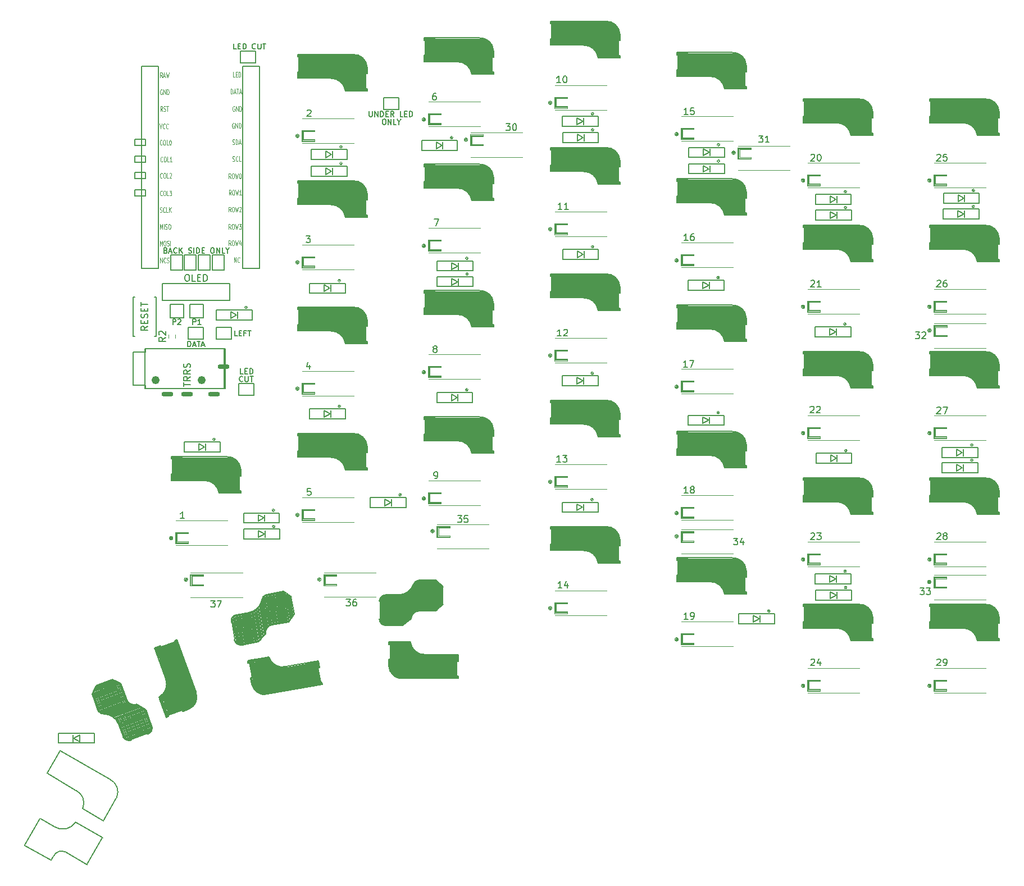
<source format=gbr>
%TF.GenerationSoftware,KiCad,Pcbnew,(6.0.4-0)*%
%TF.CreationDate,2022-08-10T17:19:40+09:00*%
%TF.ProjectId,KB62_L_rev1,4b423632-5f4c-45f7-9265-76312e6b6963,rev?*%
%TF.SameCoordinates,Original*%
%TF.FileFunction,Legend,Top*%
%TF.FilePolarity,Positive*%
%FSLAX46Y46*%
G04 Gerber Fmt 4.6, Leading zero omitted, Abs format (unit mm)*
G04 Created by KiCad (PCBNEW (6.0.4-0)) date 2022-08-10 17:19:40*
%MOMM*%
%LPD*%
G01*
G04 APERTURE LIST*
%ADD10C,0.150000*%
%ADD11C,0.200000*%
%ADD12C,0.120000*%
%ADD13C,0.400000*%
%ADD14C,0.152400*%
%ADD15C,0.125000*%
%ADD16C,3.000000*%
%ADD17C,0.500000*%
%ADD18C,0.800000*%
%ADD19C,0.300000*%
%ADD20C,1.000000*%
%ADD21C,3.500000*%
%ADD22C,1.210000*%
%ADD23O,1.800000X0.700000*%
G04 APERTURE END LIST*
D10*
X162711000Y-63094700D02*
X162911000Y-63094700D01*
X138431000Y-58354700D02*
X138431000Y-56854700D01*
X173276000Y-59420400D02*
X178676000Y-59420400D01*
D11*
X153884760Y-66257090D02*
X153789520Y-66399950D01*
D10*
X128680640Y-52479600D02*
X128758050Y-52518300D01*
D12*
X172361000Y-112355000D02*
X174061000Y-112355000D01*
D13*
X117412380Y-136280700D02*
X117290830Y-135591330D01*
D14*
X107951210Y-42298300D02*
X107989910Y-42337000D01*
D11*
X115822850Y-110309470D02*
X115775230Y-110261860D01*
D15*
X93850950Y-51714490D02*
X93898570Y-51750200D01*
D10*
X96949900Y-76447700D02*
X95171900Y-76447700D01*
D12*
X190511000Y-81954700D02*
X190511000Y-82054700D01*
D14*
X107609270Y-91724050D02*
X107570560Y-91878870D01*
D12*
X191211000Y-121105000D02*
X199011000Y-121105000D01*
D10*
X90742380Y-85473510D02*
X90742380Y-85092560D01*
X216777318Y-75133230D02*
G75*
G03*
X214561000Y-73254700I-2151318J-291470D01*
G01*
X211446000Y-104700000D02*
X211446000Y-103200000D01*
X94609950Y-73794990D02*
X94571250Y-73833690D01*
D12*
X210151000Y-124345000D02*
X210151000Y-122645000D01*
D15*
X105717620Y-65100990D02*
X105717620Y-64350990D01*
D10*
X107234130Y-137872310D02*
X107431090Y-137837580D01*
D12*
X210361000Y-63504700D02*
X212161000Y-63504700D01*
X212161000Y-63604700D02*
X210261000Y-63604700D01*
D10*
X103400000Y-88299700D02*
X103400000Y-94299700D01*
X85123560Y-143320590D02*
X89070270Y-141884110D01*
D12*
X210361000Y-120655000D02*
X212161000Y-120655000D01*
X101938130Y-101940000D02*
G75*
G03*
X101938130Y-101940000I-212130J0D01*
G01*
D10*
X209561000Y-50604700D02*
X217961000Y-50604700D01*
D11*
X139927610Y-113885670D02*
X139975230Y-113933280D01*
D12*
X155011000Y-127905000D02*
X153311000Y-127905000D01*
X133461000Y-53704700D02*
G75*
G03*
X133461000Y-53704700I-100000J0D01*
G01*
X116911000Y-95104700D02*
X116911000Y-95004700D01*
D11*
X184270050Y-57157090D02*
X183984330Y-57157090D01*
D12*
X116911000Y-55404700D02*
X115111000Y-55404700D01*
D15*
X104693810Y-64350990D02*
X104741430Y-64386700D01*
D11*
X192175230Y-78004710D02*
X192222850Y-78052330D01*
D15*
X95327140Y-65056130D02*
X95303330Y-65127560D01*
D12*
X133584610Y-91804700D02*
G75*
G03*
X133584610Y-91804700I-223610J0D01*
G01*
D11*
X147084760Y-54357090D02*
X147180000Y-54404710D01*
D15*
X94496190Y-59598990D02*
X94496190Y-59848990D01*
D10*
X128061000Y-136105000D02*
X128061000Y-135105000D01*
D11*
X173646660Y-128628520D02*
X173741900Y-128676140D01*
D15*
X105059570Y-59378130D02*
X105107190Y-59306700D01*
D10*
X88247350Y-147078840D02*
X92382000Y-145573960D01*
X91361430Y-83092560D02*
X91313810Y-83140180D01*
X138561000Y-135405000D02*
X138361000Y-135405000D01*
D12*
X174061000Y-75554700D02*
X174061000Y-75454700D01*
D10*
X171461000Y-84304700D02*
X171661000Y-84304700D01*
X124581000Y-84904700D02*
X124581000Y-87144700D01*
D12*
X153111000Y-90354700D02*
X160911000Y-90354700D01*
D10*
X127635610Y-53292400D02*
X127635610Y-52479600D01*
D15*
X104797670Y-59735270D02*
X104773860Y-59699560D01*
D10*
X95995430Y-84081530D02*
X95956730Y-84158940D01*
X140761000Y-78914700D02*
X140761000Y-77414700D01*
D15*
X105797670Y-54683060D02*
X105773860Y-54825910D01*
D10*
X98364310Y-73640170D02*
X98325610Y-73562760D01*
D12*
X209843840Y-101005000D02*
G75*
G03*
X209843840Y-101005000I-282840J0D01*
G01*
D10*
X95654980Y-73407940D02*
X95693690Y-73253120D01*
D15*
X93574760Y-67091840D02*
X93598570Y-67020410D01*
D10*
X116116000Y-79910400D02*
X121516000Y-79910400D01*
X97899860Y-73214410D02*
X97938560Y-73137000D01*
D12*
X118221000Y-122275000D02*
X120221000Y-122275000D01*
D15*
X104191430Y-66934700D02*
X104215240Y-66970410D01*
X94250950Y-72748990D02*
X94203330Y-72713270D01*
D10*
X190511000Y-73254700D02*
X190511000Y-72254700D01*
D16*
X180231000Y-102255000D02*
X180231000Y-104495000D01*
D10*
X116366000Y-62250400D02*
X121766000Y-62250400D01*
D15*
X104762860Y-67398990D02*
X104739050Y-67541840D01*
X105035760Y-59842410D02*
X105011950Y-59699560D01*
D13*
X152611000Y-117805000D02*
X152611000Y-118505000D01*
D10*
X94532540Y-73407940D02*
X94455130Y-73446640D01*
X91756407Y-146413487D02*
G75*
G03*
X92354100Y-145131830I-342007J939687D01*
G01*
D12*
X114411000Y-75254700D02*
G75*
G03*
X114411000Y-75254700I-100000J0D01*
G01*
X212161000Y-63704700D02*
X212161000Y-63604700D01*
X114911000Y-57004700D02*
X116911000Y-57004700D01*
D15*
X94991430Y-57263270D02*
X94991430Y-57084700D01*
X93710480Y-59991840D02*
X93686670Y-59920410D01*
D10*
X96769530Y-84042820D02*
X96730820Y-84158940D01*
D12*
X135961000Y-110055000D02*
X134161000Y-110055000D01*
X115211000Y-112455000D02*
X114911000Y-112455000D01*
D10*
X94534480Y-143885960D02*
X93412660Y-140803770D01*
D12*
X210261000Y-140155000D02*
X218061000Y-140155000D01*
D15*
X105467620Y-46570990D02*
X105586670Y-46570990D01*
X94112860Y-64948990D02*
X94112860Y-64698990D01*
D11*
X173837140Y-70957090D02*
X173741900Y-71004710D01*
X173932380Y-52338050D02*
X174027610Y-52385670D01*
D15*
X104143810Y-69494490D02*
X104191430Y-69530200D01*
D12*
X135571000Y-116695000D02*
X135271000Y-116695000D01*
D11*
X134775230Y-88095190D02*
X134775230Y-88047570D01*
X147322850Y-54738050D02*
X147322850Y-54976140D01*
D10*
X118566000Y-61000400D02*
X119466000Y-61500400D01*
D15*
X104739050Y-72613840D02*
X104691430Y-72685270D01*
D10*
X107510680Y-127923140D02*
X108318140Y-132502500D01*
D15*
X94231900Y-51714490D02*
X94350950Y-51714490D01*
D12*
X174061000Y-75554700D02*
X174061000Y-75654700D01*
X174061000Y-131205000D02*
X174061000Y-131305000D01*
D10*
X209561000Y-50954700D02*
X209561000Y-50604700D01*
X90837620Y-83568750D02*
X90790000Y-83521130D01*
D11*
X192932380Y-96957090D02*
X193027610Y-97004710D01*
D12*
X193111000Y-81254700D02*
X193111000Y-81154700D01*
D10*
X87435140Y-145139690D02*
X91757720Y-143566400D01*
X219831000Y-129705000D02*
X219831000Y-131945000D01*
D15*
X104143810Y-62241840D02*
X103953330Y-62241840D01*
D17*
X124611000Y-106355000D02*
X121911000Y-106355000D01*
D12*
X155011000Y-69454700D02*
X153211000Y-69454700D01*
D15*
X93829520Y-46648990D02*
X93877140Y-46684700D01*
X94441430Y-72106130D02*
X94465240Y-72248990D01*
D11*
X212032380Y-136009470D02*
X212080000Y-135961860D01*
D12*
X152511000Y-89304700D02*
G75*
G03*
X152511000Y-89304700I-100000J0D01*
G01*
D15*
X95327140Y-62013270D02*
X95303330Y-62120410D01*
X103953330Y-66898990D02*
X104143810Y-66898990D01*
D11*
X211937140Y-77957090D02*
X211841900Y-78004710D01*
D17*
X162711000Y-120405000D02*
X160011000Y-120405000D01*
D10*
X181761000Y-67794700D02*
X181961000Y-67794700D01*
X201011000Y-128705000D02*
X201011000Y-129705000D01*
D12*
X135961000Y-52904700D02*
X134161000Y-52904700D01*
D15*
X104773860Y-59699560D02*
X104726240Y-59663840D01*
X94979520Y-67698990D02*
X94979520Y-66948990D01*
D12*
X210461000Y-119155000D02*
X210161000Y-119155000D01*
D10*
X181961000Y-49104700D02*
X178681000Y-49104700D01*
D11*
X209675230Y-125261860D02*
X209627610Y-125309470D01*
D10*
X152631000Y-41504700D02*
X152631000Y-39254700D01*
X83777420Y-141522570D02*
X88100010Y-139949270D01*
D15*
X94417620Y-69530200D02*
X94465240Y-69494490D01*
X94112860Y-64698990D02*
X94136670Y-64556130D01*
D10*
X131911000Y-123605000D02*
X131911000Y-128005000D01*
D11*
X210746660Y-78004710D02*
X210841900Y-77957090D01*
D15*
X93603330Y-49627560D02*
X93627140Y-49770410D01*
X94160480Y-51785910D02*
X94184290Y-51750200D01*
D10*
X201011000Y-75154700D02*
X197731000Y-75154700D01*
D12*
X210161000Y-119155000D02*
X210161000Y-120855000D01*
D18*
X200411000Y-112755000D02*
X200411000Y-110955000D01*
D19*
X181861000Y-84504700D02*
X181861000Y-83604700D01*
D12*
X191411000Y-138205000D02*
X191111000Y-138205000D01*
D10*
X95732390Y-73756280D02*
X95693690Y-73678870D01*
D11*
X191746660Y-116104710D02*
X191841900Y-116057090D01*
D10*
X128261000Y-125405000D02*
X128261000Y-130005000D01*
X111581000Y-114545000D02*
X111581000Y-113045000D01*
D12*
X135961000Y-73454700D02*
X134061000Y-73454700D01*
X180151000Y-58734700D02*
G75*
G03*
X180151000Y-58734700I-100000J0D01*
G01*
X190734610Y-139105000D02*
G75*
G03*
X190734610Y-139105000I-223610J0D01*
G01*
X216307420Y-66830400D02*
G75*
G03*
X216307420Y-66830400I-141420J0D01*
G01*
X209833840Y-123445000D02*
G75*
G03*
X209833840Y-123445000I-282840J0D01*
G01*
D20*
X160027318Y-43983230D02*
G75*
G03*
X157811000Y-42104700I-2151318J-291470D01*
G01*
D12*
X174061000Y-55204700D02*
X174061000Y-55104700D01*
D10*
X194616000Y-67650400D02*
X195516000Y-68150400D01*
D15*
X104571480Y-56766700D02*
X104619100Y-56730990D01*
D18*
X143261000Y-65454700D02*
X143261000Y-63654700D01*
D10*
X101150000Y-74161700D02*
X101150000Y-76447700D01*
D21*
X154411000Y-78804700D02*
X161111000Y-78804700D01*
D10*
X91742380Y-83473510D02*
X91742380Y-83235410D01*
D12*
X210361000Y-139705000D02*
X212161000Y-139705000D01*
D11*
X122794280Y-126152330D02*
X122699040Y-126295190D01*
D12*
X190793840Y-101005000D02*
G75*
G03*
X190793840Y-101005000I-282840J0D01*
G01*
D15*
X105011950Y-59592410D02*
X105035760Y-59449560D01*
D12*
X134061000Y-73804700D02*
X141861000Y-73804700D01*
D11*
X192080000Y-77957090D02*
X192175230Y-78004710D01*
D10*
X105844960Y-92425600D02*
X105922370Y-92425600D01*
D15*
X104215240Y-67220410D02*
X104191430Y-67256130D01*
D11*
X211699040Y-78433280D02*
X211651420Y-78528520D01*
D10*
X126911000Y-125705000D02*
X126911000Y-129705000D01*
X128758050Y-52866640D02*
X128680640Y-52905350D01*
D12*
X218051000Y-122395000D02*
X210251000Y-122395000D01*
D15*
X94448570Y-75227560D02*
X94424760Y-75263270D01*
D12*
X210451000Y-124145000D02*
X212151000Y-124145000D01*
X139866000Y-94470400D02*
G75*
G03*
X139866000Y-94470400I-50000J0D01*
G01*
D11*
X116246660Y-71257090D02*
X115913330Y-71638050D01*
D12*
X210461000Y-63404700D02*
X210461000Y-62204700D01*
X216236000Y-64410400D02*
G75*
G03*
X216236000Y-64410400I-50000J0D01*
G01*
X155011000Y-70754700D02*
X153311000Y-70754700D01*
X133961000Y-54504700D02*
X135961000Y-54504700D01*
D11*
X208499040Y-85804710D02*
X208594280Y-85757090D01*
X173932380Y-52957090D02*
X173694280Y-52957090D01*
D10*
X181761000Y-124945000D02*
X181961000Y-124945000D01*
X97873330Y-78034460D02*
X97778100Y-78082080D01*
D11*
X174122850Y-52528520D02*
X174122850Y-52766620D01*
D12*
X116911000Y-93504700D02*
X115111000Y-93504700D01*
X171461000Y-113155000D02*
X171461000Y-113255000D01*
D11*
X212222850Y-135628520D02*
X212222850Y-135247570D01*
D12*
X114452420Y-113355000D02*
G75*
G03*
X114452420Y-113355000I-141420J0D01*
G01*
D11*
X212222850Y-59528520D02*
X212222850Y-59766620D01*
X208022850Y-86233280D02*
X208070470Y-86328520D01*
D15*
X105035760Y-59449560D02*
X105059570Y-59378130D01*
D12*
X98411000Y-123795000D02*
X100111000Y-123795000D01*
D11*
X121794280Y-127057090D02*
X121699040Y-127009470D01*
X173741900Y-110057090D02*
X173932380Y-110057090D01*
D12*
X190793840Y-62904700D02*
G75*
G03*
X190793840Y-62904700I-282840J0D01*
G01*
D11*
X155022850Y-85547570D02*
X155022850Y-85642810D01*
D14*
X107951210Y-43033690D02*
X107835100Y-43072400D01*
D10*
X105261000Y-83694700D02*
X105261000Y-82694700D01*
D11*
X153494280Y-104595190D02*
X153399040Y-104642810D01*
D10*
X156486000Y-73550400D02*
X157386000Y-74050400D01*
X194666000Y-104310000D02*
X195566000Y-104810000D01*
D12*
X193111000Y-62204700D02*
X193111000Y-62104700D01*
X193111000Y-119155000D02*
X193111000Y-119255000D01*
D11*
X212080000Y-135961860D02*
X212175230Y-135819000D01*
X135256190Y-107809470D02*
X135303810Y-107761860D01*
D12*
X193111000Y-139805000D02*
X191211000Y-139805000D01*
X172361000Y-132605000D02*
X172361000Y-131405000D01*
D15*
X104750050Y-54968770D02*
X104773860Y-54933060D01*
X104678620Y-55004490D02*
X104750050Y-54968770D01*
X104548570Y-72720990D02*
X104500950Y-72685270D01*
D12*
X212151000Y-124245000D02*
X210451000Y-124245000D01*
D15*
X93660480Y-52464490D02*
X93660480Y-51714490D01*
D12*
X191411000Y-101505000D02*
X191411000Y-100305000D01*
D14*
X97791700Y-87159600D02*
X97985220Y-87159600D01*
D12*
X155011000Y-107555000D02*
X153311000Y-107555000D01*
D18*
X162311000Y-120105000D02*
X162311000Y-118305000D01*
D10*
X124811000Y-46804700D02*
X124611000Y-46804700D01*
X216846000Y-104700000D02*
X216846000Y-103200000D01*
D12*
X135961000Y-73554700D02*
X135961000Y-73454700D01*
X171451000Y-116565000D02*
X171451000Y-116465000D01*
D15*
X105059570Y-59913840D02*
X105035760Y-59842410D01*
D10*
X216777318Y-132283530D02*
G75*
G03*
X214561000Y-130405000I-2151318J-291470D01*
G01*
D12*
X134261000Y-54204700D02*
X134261000Y-53004700D01*
D10*
X143861000Y-43304700D02*
X143861000Y-44304700D01*
D12*
X212161000Y-82454700D02*
X210461000Y-82454700D01*
D11*
X211175230Y-59004710D02*
X211222850Y-59052330D01*
X153884760Y-67257090D02*
X153884760Y-66257090D01*
D13*
X190711000Y-127005000D02*
X192111000Y-127005000D01*
D15*
X94660480Y-65198990D02*
X94660480Y-64448990D01*
D10*
X220061000Y-56104700D02*
X220061000Y-55744700D01*
X178677318Y-106233530D02*
G75*
G03*
X176461000Y-104355000I-2151318J-291470D01*
G01*
D11*
X134970470Y-106904710D02*
X134922850Y-106952330D01*
D15*
X105535760Y-60020990D02*
X105535760Y-59270990D01*
D11*
X172884760Y-109057090D02*
X172789520Y-109199950D01*
D12*
X153211000Y-108955000D02*
X155011000Y-108955000D01*
D10*
X107461000Y-82444700D02*
X102061000Y-82444700D01*
X220061000Y-53504700D02*
X219861000Y-53504700D01*
D15*
X105524760Y-72470990D02*
X105834290Y-72470990D01*
D10*
X200781000Y-91604700D02*
X200781000Y-93844700D01*
X180851000Y-129735000D02*
X186251000Y-129735000D01*
D15*
X104453330Y-62491840D02*
X104429520Y-62348990D01*
D10*
X176316000Y-78710400D02*
X175416000Y-79210400D01*
X87486440Y-145280650D02*
X91809030Y-143707350D01*
X93460900Y-85704220D02*
X93508520Y-85656600D01*
D12*
X155011000Y-88504700D02*
X153311000Y-88504700D01*
D11*
X174027610Y-70957090D02*
X173837140Y-70957090D01*
D12*
X215996000Y-105070000D02*
G75*
G03*
X215996000Y-105070000I-50000J0D01*
G01*
X171743840Y-132105000D02*
G75*
G03*
X171743840Y-132105000I-282840J0D01*
G01*
D10*
X201011000Y-109655000D02*
X201011000Y-110655000D01*
X133361000Y-82104700D02*
X133561000Y-82104700D01*
D12*
X116911000Y-56804700D02*
X116911000Y-56704700D01*
D15*
X93698570Y-49913270D02*
X93770000Y-49948990D01*
D12*
X116911000Y-113955000D02*
X116911000Y-113855000D01*
D15*
X94560480Y-69887340D02*
X94465240Y-69851630D01*
D10*
X108441000Y-116735000D02*
X108441000Y-115735000D01*
D12*
X110791000Y-115085000D02*
G75*
G03*
X110791000Y-115085000I-50000J0D01*
G01*
D10*
X95530980Y-83810600D02*
X95840610Y-83810600D01*
X105155820Y-128389140D02*
X105954600Y-132919250D01*
D15*
X104575450Y-52357340D02*
X104623070Y-52428770D01*
D11*
X174075230Y-52861860D02*
X174027610Y-52909470D01*
D10*
X152631000Y-60554700D02*
X152631000Y-58304700D01*
D15*
X95039050Y-56870410D02*
X95062860Y-56834700D01*
D10*
X105303540Y-128363090D02*
X106102330Y-132893210D01*
X209761000Y-70004700D02*
X209561000Y-70004700D01*
D12*
X135571000Y-116495000D02*
X137271000Y-116495000D01*
D15*
X104535760Y-59485270D02*
X104535760Y-59413840D01*
D10*
X175416000Y-98560400D02*
X176316000Y-99060400D01*
D15*
X93622380Y-67270410D02*
X93598570Y-67234700D01*
D11*
X174122850Y-109247570D02*
X174122850Y-109295190D01*
D10*
X133361000Y-101155000D02*
X133561000Y-101155000D01*
D12*
X174061000Y-94604700D02*
X174061000Y-94704700D01*
D15*
X104555710Y-49527560D02*
X104531900Y-49670410D01*
D11*
X134722850Y-49995190D02*
X134675230Y-50185670D01*
D15*
X94186670Y-75191840D02*
X94162860Y-75120410D01*
X104239050Y-69744490D02*
X104215240Y-69815910D01*
D10*
X201011000Y-109655000D02*
G75*
G03*
X198911000Y-107755000I-2000000J-100000D01*
G01*
D12*
X129261000Y-125505000D02*
X129261000Y-130005000D01*
X193111000Y-119255000D02*
X191311000Y-119255000D01*
D16*
X109180960Y-138950630D02*
X108791990Y-136744660D01*
D15*
X105548570Y-66934700D02*
X105596190Y-66898990D01*
D12*
X191411000Y-81054700D02*
X191111000Y-81054700D01*
D10*
X96977680Y-142996710D02*
X96909280Y-142808770D01*
D11*
X172694280Y-71195190D02*
X172599040Y-71242810D01*
X102203810Y-126257090D02*
X102870470Y-126257090D01*
X208675230Y-124785670D02*
X208722850Y-124833280D01*
X193027610Y-97004710D02*
X193075230Y-97052330D01*
D12*
X155011000Y-51704700D02*
X153311000Y-51704700D01*
D10*
X135231000Y-58104700D02*
X135231000Y-57104700D01*
D12*
X209651000Y-123445000D02*
G75*
G03*
X209651000Y-123445000I-100000J0D01*
G01*
D14*
X107144810Y-92072400D02*
X107144810Y-91259600D01*
D12*
X210361000Y-82554700D02*
X212161000Y-82554700D01*
X190652420Y-81954700D02*
G75*
G03*
X190652420Y-81954700I-141420J0D01*
G01*
D10*
X162911000Y-63454700D02*
X159631000Y-63454700D01*
X209561000Y-88704700D02*
X217961000Y-88704700D01*
D15*
X95265240Y-67698990D02*
X95050950Y-67270410D01*
D10*
X91218570Y-83425890D02*
X91170950Y-83521130D01*
D12*
X210161000Y-138205000D02*
X210161000Y-139905000D01*
D11*
X135251420Y-88809470D02*
X135299040Y-88761860D01*
D10*
X190731000Y-110355000D02*
X190731000Y-108105000D01*
D15*
X94053330Y-54920410D02*
X94029520Y-54777560D01*
D10*
X87383840Y-144998740D02*
X91706420Y-143425450D01*
X108066830Y-127621990D02*
X108839570Y-132004390D01*
D12*
X100111000Y-122495000D02*
X100111000Y-122595000D01*
X135961000Y-71854700D02*
X135961000Y-71954700D01*
D15*
X104531900Y-49670410D02*
X104508100Y-49741840D01*
X105658100Y-46606700D02*
X105705710Y-46678130D01*
D12*
X97652420Y-123095000D02*
G75*
G03*
X97652420Y-123095000I-141420J0D01*
G01*
D10*
X99527300Y-84633400D02*
X99527300Y-83820600D01*
D15*
X93660480Y-62441840D02*
X93636670Y-62370410D01*
D10*
X171681000Y-46204700D02*
X171681000Y-43954700D01*
X133361000Y-98905000D02*
X133361000Y-98555000D01*
D11*
X154351420Y-47538050D02*
X154399040Y-47347570D01*
D14*
X106519130Y-42453120D02*
X106557840Y-42607940D01*
D10*
X133061000Y-123205000D02*
X133061000Y-127805000D01*
D11*
X115913330Y-71638050D02*
X116056190Y-71638050D01*
D15*
X104762860Y-69994490D02*
X104739050Y-70137340D01*
D10*
X171661000Y-63004700D02*
X171461000Y-63004700D01*
D11*
X208294280Y-125357090D02*
X208199040Y-125309470D01*
D15*
X95110480Y-56798990D02*
X95158100Y-56798990D01*
D14*
X98488390Y-87972400D02*
X98759320Y-87159600D01*
D15*
X105193810Y-64565270D02*
X105289050Y-65100990D01*
D10*
X97349520Y-77748750D02*
X97349520Y-77415410D01*
D11*
X135299040Y-88190430D02*
X135251420Y-88238050D01*
D12*
X153311000Y-51704700D02*
X153311000Y-50504700D01*
D11*
X102870470Y-126257090D02*
X102441900Y-127257090D01*
D10*
X132461000Y-123205000D02*
X132461000Y-127805000D01*
D14*
X106480430Y-42375710D02*
X106519130Y-42453120D01*
D11*
X135346660Y-88047570D02*
X135346660Y-88095190D01*
X138880000Y-113838050D02*
X138975230Y-113885670D01*
D10*
X209561000Y-110355000D02*
X209761000Y-110355000D01*
D11*
X192122850Y-97385670D02*
X191551420Y-97957090D01*
D12*
X106702420Y-82044700D02*
G75*
G03*
X106702420Y-82044700I-141420J0D01*
G01*
D10*
X213646000Y-106720000D02*
X213646000Y-105720000D01*
D20*
X134061000Y-99155000D02*
X134061000Y-101655000D01*
D10*
X124811000Y-45804700D02*
X124811000Y-46804700D01*
D12*
X191111000Y-100105000D02*
X191111000Y-101805000D01*
X153311000Y-126705000D02*
X155011000Y-126705000D01*
D15*
X93817620Y-49948990D02*
X93889050Y-49913270D01*
D10*
X181961000Y-106255000D02*
X178681000Y-106255000D01*
D11*
X192222850Y-116152330D02*
X192270470Y-116247570D01*
D12*
X160911000Y-86654700D02*
X153111000Y-86654700D01*
X134261000Y-71954700D02*
X134261000Y-71854700D01*
D10*
X194551000Y-123475000D02*
X194551000Y-122475000D01*
D11*
X122651420Y-126866620D02*
X122699040Y-126961860D01*
D13*
X114511000Y-103755000D02*
X114511000Y-104455000D01*
D12*
X134161000Y-111455000D02*
X135961000Y-111455000D01*
D10*
X112846250Y-125357650D02*
X113454010Y-128804480D01*
D11*
X174075230Y-52433280D02*
X174122850Y-52528520D01*
D10*
X105728850Y-93199690D02*
X105651440Y-93122280D01*
D11*
X154922850Y-47538050D02*
X154922850Y-47776140D01*
D15*
X104548570Y-69494490D02*
X104643810Y-69494490D01*
X105491430Y-74498990D02*
X105562860Y-74534700D01*
D10*
X108197190Y-127497460D02*
X108969920Y-131879860D01*
D15*
X93553330Y-54348990D02*
X93720000Y-55098990D01*
D11*
X174075230Y-109961860D02*
X174122850Y-109866620D01*
D10*
X86302670Y-143636360D02*
X90437320Y-142131470D01*
X95260900Y-108155000D02*
X95260900Y-107155000D01*
D12*
X190652420Y-62904700D02*
G75*
G03*
X190652420Y-62904700I-141420J0D01*
G01*
D11*
X123032380Y-127057090D02*
X123127610Y-127009470D01*
D12*
X174061000Y-56604700D02*
X172161000Y-56604700D01*
D11*
X116346660Y-109928520D02*
X116346660Y-110166620D01*
D10*
X156486000Y-56920400D02*
X156486000Y-55920400D01*
D15*
X95205710Y-57513270D02*
X95158100Y-57548990D01*
D10*
X100540000Y-77129700D02*
X100635240Y-77224940D01*
D15*
X104215240Y-62170410D02*
X104191430Y-62206130D01*
X94203330Y-72713270D02*
X94155710Y-72641840D01*
D12*
X199011000Y-136455000D02*
X191211000Y-136455000D01*
D10*
X156406000Y-111690000D02*
X157306000Y-112190000D01*
X83588960Y-139835260D02*
X87159800Y-138535590D01*
D12*
X177857420Y-77560400D02*
G75*
G03*
X177857420Y-77560400I-141420J0D01*
G01*
D11*
X209246660Y-125357090D02*
X209151420Y-125309470D01*
X122841900Y-126438050D02*
X122746660Y-126485670D01*
D10*
X200781000Y-53504700D02*
X200781000Y-55744700D01*
D12*
X212151000Y-122945000D02*
X210451000Y-122945000D01*
D16*
X123081000Y-102555000D02*
X123081000Y-104795000D01*
D15*
X104555710Y-49420410D02*
X104555710Y-49527560D01*
X104988140Y-55004490D02*
X104988140Y-54254490D01*
X104821480Y-59878130D02*
X104821480Y-59806700D01*
D12*
X134061000Y-52804700D02*
X135961000Y-52804700D01*
D15*
X104595290Y-57480990D02*
X104714330Y-57480990D01*
D11*
X210699040Y-78052330D02*
X210746660Y-78004710D01*
D17*
X95560900Y-107855000D02*
X96960900Y-107855000D01*
D12*
X171733840Y-116565000D02*
G75*
G03*
X171733840Y-116565000I-282840J0D01*
G01*
D10*
X99372000Y-74161700D02*
X101150000Y-74161700D01*
D15*
X94346190Y-72748990D02*
X94250950Y-72748990D01*
D12*
X140028130Y-94470400D02*
G75*
G03*
X140028130Y-94470400I-212130J0D01*
G01*
D10*
X90932860Y-83616370D02*
X90837620Y-83568750D01*
D11*
X134775230Y-88666620D02*
X134822850Y-88761860D01*
D10*
X143861000Y-62354700D02*
X143861000Y-63354700D01*
D14*
X107525460Y-42453120D02*
X107564160Y-42375710D01*
D12*
X193111000Y-120755000D02*
X191211000Y-120755000D01*
D10*
X157386000Y-56420400D02*
X156486000Y-56920400D01*
X214646000Y-106720000D02*
X214646000Y-105720000D01*
D12*
X116911000Y-112555000D02*
X115211000Y-112555000D01*
D21*
X154411000Y-40704700D02*
X161111000Y-40704700D01*
D10*
X124811000Y-64854700D02*
G75*
G03*
X122711000Y-62954700I-2000000J-100000D01*
G01*
X124811000Y-83904700D02*
X124811000Y-84904700D01*
X86447940Y-143743110D02*
X90582590Y-142238220D01*
D12*
X134161000Y-52904700D02*
X134161000Y-54304700D01*
D15*
X94734290Y-74906130D02*
X94686670Y-74870410D01*
D12*
X177928130Y-97910400D02*
G75*
G03*
X177928130Y-97910400I-212130J0D01*
G01*
D15*
X93860480Y-67556130D02*
X93860480Y-67484700D01*
D11*
X211651420Y-116295190D02*
X211651420Y-116247570D01*
X212032380Y-116057090D02*
X212127610Y-116104710D01*
X208151420Y-124357090D02*
X208770470Y-124357090D01*
D20*
X134061000Y-61054700D02*
X134061000Y-63554700D01*
D11*
X115727610Y-53257090D02*
X116346660Y-53257090D01*
D12*
X212151000Y-124145000D02*
X212151000Y-124245000D01*
D10*
X125971300Y-53292400D02*
X125971300Y-52479600D01*
D12*
X116911000Y-75854700D02*
X116911000Y-75954700D01*
X172351000Y-117365000D02*
X172351000Y-117465000D01*
D10*
X133581000Y-82104700D02*
X133581000Y-79854700D01*
D12*
X152634610Y-127405000D02*
G75*
G03*
X152634610Y-127405000I-223610J0D01*
G01*
D10*
X181961000Y-121705000D02*
G75*
G03*
X179861000Y-119805000I-2000000J-100000D01*
G01*
D15*
X94324760Y-56834700D02*
X94372380Y-56906130D01*
D12*
X134161000Y-73354700D02*
X135961000Y-73354700D01*
D10*
X156406000Y-112690000D02*
X156406000Y-111690000D01*
X213646000Y-103450000D02*
X214546000Y-103950000D01*
D12*
X155011000Y-69554700D02*
X155011000Y-69454700D01*
D11*
X173551420Y-109866620D02*
X173599040Y-109961860D01*
D12*
X171674610Y-116565000D02*
G75*
G03*
X171674610Y-116565000I-223610J0D01*
G01*
D10*
X176461000Y-123405000D02*
X171461000Y-123405000D01*
D12*
X193111000Y-101505000D02*
X191411000Y-101505000D01*
X134261000Y-71854700D02*
X133961000Y-71854700D01*
D10*
X93970000Y-78459700D02*
X104130000Y-78459700D01*
X106851290Y-93160990D02*
X106889990Y-93083580D01*
D11*
X134870470Y-88809470D02*
X134965710Y-88857090D01*
X146037140Y-54738050D02*
X146180000Y-54738050D01*
X153689520Y-85499950D02*
X153594280Y-85595190D01*
X138451420Y-113457090D02*
X139070470Y-113457090D01*
X173980000Y-128961860D02*
X174075230Y-128819000D01*
D14*
X109305880Y-43072400D02*
X109305880Y-42259600D01*
D12*
X196967420Y-84560400D02*
G75*
G03*
X196967420Y-84560400I-141420J0D01*
G01*
D11*
X116251420Y-109785670D02*
X116299040Y-109833280D01*
D10*
X171461000Y-101105000D02*
X171461000Y-100755000D01*
X220061000Y-132305000D02*
X216781000Y-132305000D01*
D11*
X134675230Y-50185670D02*
X134675230Y-50566620D01*
D13*
X152611000Y-39104700D02*
X154011000Y-39104700D01*
D10*
X195516000Y-68150400D02*
X194616000Y-68650400D01*
D15*
X105861170Y-52035910D02*
X105861170Y-52143060D01*
D12*
X172161000Y-132805000D02*
X172161000Y-131205000D01*
X171461000Y-132205000D02*
X171461000Y-132305000D01*
D10*
X91694760Y-83616370D02*
X91742380Y-83473510D01*
D11*
X211651420Y-116247570D02*
X211699040Y-116152330D01*
X134865710Y-50757090D02*
X135056190Y-50757090D01*
X192599040Y-97004710D02*
X192694280Y-96957090D01*
D10*
X101228470Y-73601460D02*
X101228470Y-73330530D01*
D15*
X93812860Y-67663270D02*
X93836670Y-67627560D01*
D12*
X137271000Y-114995000D02*
X137271000Y-115095000D01*
D17*
X152711000Y-118405000D02*
X154111000Y-118405000D01*
D12*
X97611000Y-123095000D02*
G75*
G03*
X97611000Y-123095000I-100000J0D01*
G01*
D10*
X133361000Y-79504700D02*
X141761000Y-79504700D01*
D11*
X180670470Y-116857090D02*
X180337140Y-117238050D01*
D12*
X172061000Y-93104700D02*
X172061000Y-94804700D01*
X116911000Y-112555000D02*
X115111000Y-112555000D01*
X153311000Y-69454700D02*
X153311000Y-69354700D01*
D17*
X171761000Y-46904700D02*
X173161000Y-46904700D01*
D11*
X193222850Y-116057090D02*
X192889520Y-116438050D01*
D12*
X209561000Y-62904700D02*
X209561000Y-63004700D01*
D15*
X105813550Y-51821630D02*
X105837360Y-51893060D01*
X94053330Y-54527560D02*
X94077140Y-54456130D01*
D10*
X108004000Y-45193700D02*
X105718000Y-45193700D01*
D12*
X210461000Y-82454700D02*
X210461000Y-81254700D01*
X153311000Y-126505000D02*
X153011000Y-126505000D01*
D10*
X128411000Y-125405000D02*
X128411000Y-130005000D01*
D15*
X94162860Y-59598990D02*
X94186670Y-59456130D01*
D11*
X192746660Y-59052330D02*
X192794280Y-59004710D01*
D12*
X155011000Y-107455000D02*
X155011000Y-107555000D01*
X172361000Y-131205000D02*
X172061000Y-131205000D01*
D11*
X211270470Y-78147570D02*
X211270470Y-78242810D01*
D12*
X190611000Y-62904700D02*
G75*
G03*
X190611000Y-62904700I-100000J0D01*
G01*
X110822420Y-112645000D02*
G75*
G03*
X110822420Y-112645000I-141420J0D01*
G01*
D10*
X152411000Y-61554700D02*
X152411000Y-60554700D01*
D15*
X104429520Y-62098990D02*
X104453330Y-61956130D01*
D11*
X212032380Y-117057090D02*
X212127610Y-117009470D01*
X173741900Y-109485670D02*
X173646660Y-109533280D01*
D19*
X219961000Y-110555000D02*
X219961000Y-109655000D01*
D15*
X94734290Y-46863270D02*
X94829520Y-47398990D01*
D11*
X173932380Y-128676140D02*
X174027610Y-128628520D01*
D10*
X99730480Y-78082080D02*
X99254290Y-78082080D01*
D11*
X211746660Y-135104710D02*
X211699040Y-135152330D01*
D17*
X143661000Y-103855000D02*
X140961000Y-103855000D01*
D11*
X207975230Y-86185670D02*
X208022850Y-86233280D01*
D15*
X104761950Y-57445270D02*
X104785760Y-57409560D01*
D10*
X143861000Y-62354700D02*
G75*
G03*
X141761000Y-60454700I-2000000J-100000D01*
G01*
D12*
X191211000Y-102055000D02*
X199011000Y-102055000D01*
X114311000Y-113355000D02*
X114311000Y-113455000D01*
D10*
X114311000Y-46504700D02*
X114511000Y-46504700D01*
D15*
X94898570Y-65198990D02*
X94660480Y-65198990D01*
D12*
X153311000Y-69554700D02*
X155011000Y-69554700D01*
D10*
X114531000Y-84604700D02*
X114531000Y-82354700D01*
D11*
X192937140Y-78957090D02*
X192937140Y-77957090D01*
D12*
X182651000Y-58134700D02*
X182651000Y-58034700D01*
D11*
X173932380Y-128057090D02*
X173741900Y-128057090D01*
D10*
X113823380Y-128307800D02*
X113363210Y-125698060D01*
D17*
X133661000Y-101855000D02*
X135061000Y-101855000D01*
X114611000Y-104355000D02*
X116011000Y-104355000D01*
D12*
X209661000Y-81954700D02*
G75*
G03*
X209661000Y-81954700I-100000J0D01*
G01*
D10*
X190511000Y-89054700D02*
X190511000Y-88704700D01*
D11*
X174027610Y-109438050D02*
X173932380Y-109485670D01*
X153589520Y-104499950D02*
X153494280Y-104595190D01*
D12*
X171684610Y-94004700D02*
G75*
G03*
X171684610Y-94004700I-223610J0D01*
G01*
X171561000Y-113055000D02*
G75*
G03*
X171561000Y-113055000I-100000J0D01*
G01*
D11*
X123127610Y-126057090D02*
X122937140Y-126057090D01*
D15*
X105214330Y-57445270D02*
X105142900Y-57480990D01*
D17*
X138261000Y-134705000D02*
X136861000Y-134705000D01*
D10*
X127146710Y-53780890D02*
X127222900Y-53704700D01*
D16*
X104030900Y-106055000D02*
X104030900Y-108295000D01*
D10*
X86110410Y-143546710D02*
X90292050Y-142024720D01*
X111864410Y-124972290D02*
X112663190Y-129502410D01*
D12*
X134161000Y-71954700D02*
X134161000Y-73354700D01*
D11*
X116056190Y-72257090D02*
X115770470Y-72257090D01*
D15*
X93710480Y-59456130D02*
X93758100Y-59384700D01*
X94948570Y-60098990D02*
X94710480Y-60098990D01*
X104607190Y-60020990D02*
X104726240Y-60020990D01*
D16*
X129791000Y-136505000D02*
X129791000Y-134265000D01*
D21*
X211561000Y-128605000D02*
X218261000Y-128605000D01*
D10*
X135341000Y-76544700D02*
X140741000Y-76544700D01*
X194586000Y-65240400D02*
X195486000Y-65740400D01*
D12*
X193111000Y-82554700D02*
X193111000Y-82654700D01*
D15*
X93827140Y-65198990D02*
X93779520Y-65198990D01*
X105309570Y-57052410D02*
X105309570Y-57159560D01*
D12*
X172151000Y-117465000D02*
X174051000Y-117465000D01*
D11*
X146799040Y-55166620D02*
X146751420Y-54976140D01*
D18*
X143261000Y-46404700D02*
X143261000Y-44604700D01*
D12*
X171602420Y-94004700D02*
G75*
G03*
X171602420Y-94004700I-141420J0D01*
G01*
D10*
X111581000Y-113045000D02*
X106181000Y-113045000D01*
D11*
X211699040Y-116152330D02*
X211746660Y-116104710D01*
D15*
X94529520Y-54670410D02*
X94553330Y-54527560D01*
X105239050Y-67648990D02*
X105358100Y-66898990D01*
D11*
X211222850Y-97152330D02*
X211270470Y-97247570D01*
D17*
X209861000Y-92004700D02*
X211261000Y-92004700D01*
D10*
X114311000Y-44254700D02*
X114311000Y-43904700D01*
D12*
X98411000Y-122595000D02*
X98411000Y-123795000D01*
D20*
X121927318Y-68033230D02*
G75*
G03*
X119711000Y-66154700I-2151318J-291470D01*
G01*
D12*
X153011000Y-128205000D02*
X155011000Y-128205000D01*
D10*
X143861000Y-81404700D02*
G75*
G03*
X141761000Y-79504700I-2000000J-100000D01*
G01*
D15*
X94496190Y-59848990D02*
X94472380Y-59991840D01*
D12*
X179961000Y-72304700D02*
X172161000Y-72304700D01*
X218061000Y-117405000D02*
X210261000Y-117405000D01*
D10*
X138361000Y-64054700D02*
X133361000Y-64054700D01*
X216846000Y-106970000D02*
X216846000Y-105470000D01*
D15*
X93686670Y-59920410D02*
X93662860Y-59777560D01*
D11*
X212127610Y-116438050D02*
X212032380Y-116485670D01*
D10*
X102061000Y-83944700D02*
X102061000Y-82444700D01*
X111716690Y-124998340D02*
X112515470Y-129528460D01*
D11*
X172884760Y-129057090D02*
X172884760Y-128057090D01*
D10*
X152411000Y-58304700D02*
X152411000Y-57954700D01*
D11*
X210746660Y-116104710D02*
X210841900Y-116057090D01*
D15*
X93946190Y-51964490D02*
X93922380Y-52035910D01*
D11*
X147227610Y-55261860D02*
X147180000Y-55309470D01*
X180670470Y-117666620D02*
X180622850Y-117761860D01*
D15*
X95253330Y-57406130D02*
X95229520Y-57477560D01*
D10*
X93376400Y-76191700D02*
X90836400Y-76191700D01*
D12*
X193111000Y-82454700D02*
X191411000Y-82454700D01*
D10*
X99486750Y-73756280D02*
X99409340Y-73833690D01*
X83798150Y-139386670D02*
X86711200Y-138326400D01*
X195566000Y-104810000D02*
X194666000Y-105310000D01*
D11*
X116251420Y-52304710D02*
X116299040Y-52352330D01*
X138880000Y-114457090D02*
X138594280Y-114457090D01*
D10*
X190711000Y-89054700D02*
X190511000Y-89054700D01*
X99254290Y-77558270D02*
X99587620Y-77558270D01*
X105517840Y-85926640D02*
X105788770Y-85926640D01*
D11*
X191651420Y-136057090D02*
X192270470Y-136057090D01*
D15*
X94086670Y-57441840D02*
X94062860Y-57298990D01*
D10*
X99293230Y-73059600D02*
X99409340Y-73098300D01*
D20*
X140977318Y-103633530D02*
G75*
G03*
X138761000Y-101755000I-2151318J-291470D01*
G01*
D15*
X94112860Y-62298990D02*
X94112860Y-62048990D01*
D10*
X190511000Y-110355000D02*
X190711000Y-110355000D01*
D14*
X99804350Y-87972400D02*
X100075280Y-87159600D01*
D10*
X83623510Y-141099700D02*
X87946100Y-139526410D01*
D17*
X200811000Y-113055000D02*
X198111000Y-113055000D01*
D10*
X104869060Y-128490470D02*
X105650480Y-132922110D01*
X109500870Y-125389050D02*
X110299660Y-129919160D01*
X106633030Y-128128670D02*
X107431820Y-132658780D01*
D15*
X94660480Y-62548990D02*
X94660480Y-61798990D01*
D12*
X133961000Y-109955000D02*
X133961000Y-111655000D01*
D15*
X104523860Y-56945270D02*
X104523860Y-56873840D01*
X104191430Y-72328130D02*
X104143810Y-72363840D01*
D10*
X181961000Y-106255000D02*
X181961000Y-105895000D01*
D14*
X107454450Y-91298300D02*
X107531860Y-91375710D01*
D12*
X210461000Y-62104700D02*
X210461000Y-62004700D01*
D10*
X195551000Y-123475000D02*
X195551000Y-122475000D01*
D15*
X94184290Y-64484700D02*
X94231900Y-64448990D01*
X94584290Y-69494490D02*
X94655710Y-69530200D01*
D10*
X105574030Y-92773940D02*
X105612730Y-92619120D01*
D11*
X172784760Y-91057090D02*
X172784760Y-90057090D01*
D12*
X191411000Y-62204700D02*
X193111000Y-62204700D01*
D10*
X220061000Y-128705000D02*
X220061000Y-129705000D01*
D11*
X192080000Y-116057090D02*
X192175230Y-116104710D01*
D10*
X178677318Y-49083230D02*
G75*
G03*
X176461000Y-47204700I-2151318J-291470D01*
G01*
D12*
X196991000Y-124285000D02*
G75*
G03*
X196991000Y-124285000I-50000J0D01*
G01*
D11*
X208580000Y-125357090D02*
X208294280Y-125357090D01*
D10*
X135211000Y-127830000D02*
X132636000Y-127830000D01*
X127811000Y-125405000D02*
X127811000Y-130005000D01*
X121766000Y-59730400D02*
X121766000Y-58230400D01*
D12*
X135961000Y-91004700D02*
X134261000Y-91004700D01*
X96060900Y-116055000D02*
X96060900Y-117455000D01*
X172161000Y-133155000D02*
X179961000Y-133155000D01*
D10*
X90836400Y-76191700D02*
X90836400Y-45711700D01*
D12*
X193111000Y-139905000D02*
X193111000Y-139805000D01*
D21*
X211561000Y-71454700D02*
X218261000Y-71454700D01*
D12*
X193111000Y-120655000D02*
X193111000Y-120755000D01*
D11*
X134875230Y-107047570D02*
X134875230Y-107285670D01*
D16*
X161181000Y-97555000D02*
X161181000Y-99795000D01*
D15*
X104691430Y-66934700D02*
X104739050Y-67006130D01*
D11*
X209722850Y-124928520D02*
X209722850Y-125166620D01*
D10*
X125197210Y-53253690D02*
X125274620Y-53292400D01*
D15*
X94565240Y-51714490D02*
X94850950Y-51714490D01*
D13*
X114511000Y-46604700D02*
X114511000Y-47304700D01*
D10*
X127635610Y-52866640D02*
X127906540Y-52866640D01*
D12*
X120221000Y-122475000D02*
X120221000Y-122575000D01*
D10*
X154206000Y-112940000D02*
X154206000Y-111440000D01*
X110476327Y-129913329D02*
G75*
G03*
X109523230Y-131274580I204073J-1157171D01*
G01*
X99525460Y-73678870D02*
X99486750Y-73756280D01*
D11*
X211651420Y-59433280D02*
X211699040Y-59385670D01*
X173599040Y-52909470D02*
X173551420Y-52861860D01*
D10*
X128711000Y-125405000D02*
X128711000Y-130005000D01*
X110091760Y-125284860D02*
X110890540Y-129814980D01*
D11*
X116299040Y-109357090D02*
X115822850Y-109357090D01*
X135065710Y-106857090D02*
X134970470Y-106904710D01*
D10*
X88149060Y-146954990D02*
X92377680Y-145415900D01*
D11*
X139594280Y-114457090D02*
X139499040Y-114409470D01*
D10*
X127248560Y-53098870D02*
X127209860Y-53176280D01*
D15*
X94424760Y-60063270D02*
X94377140Y-60098990D01*
D12*
X140611000Y-57464700D02*
X142311000Y-57464700D01*
D10*
X220061000Y-113255000D02*
X216781000Y-113255000D01*
X152411000Y-96055000D02*
X160811000Y-96055000D01*
D15*
X105643810Y-62598990D02*
X105596190Y-62563270D01*
D11*
X122699040Y-126533280D02*
X122651420Y-126628520D01*
D15*
X103953330Y-70244490D02*
X103953330Y-69494490D01*
D20*
X153111000Y-96655000D02*
X153111000Y-99155000D01*
D15*
X94650950Y-49198990D02*
X94770000Y-49198990D01*
D10*
X183951000Y-128985000D02*
X183051000Y-129485000D01*
D12*
X114311000Y-56304700D02*
X114311000Y-56404700D01*
D15*
X94234290Y-75263270D02*
X94186670Y-75191840D01*
D12*
X118521000Y-123975000D02*
X118221000Y-123975000D01*
D10*
X124611000Y-106195000D02*
X124811000Y-106195000D01*
D15*
X94870000Y-69601630D02*
X94917620Y-69530200D01*
D10*
X114311000Y-47504700D02*
X114311000Y-46504700D01*
D12*
X109954970Y-129979940D02*
X106748880Y-128209780D01*
D21*
X154411000Y-97855000D02*
X161111000Y-97855000D01*
D11*
X183984330Y-57157090D02*
X183889100Y-57109470D01*
D12*
X116911000Y-74554700D02*
X116911000Y-74454700D01*
D15*
X94327140Y-61798990D02*
X94374760Y-61834700D01*
X105860480Y-65100990D02*
X105574760Y-65100990D01*
D11*
X154780000Y-48109470D02*
X154684760Y-48157090D01*
X211699040Y-59909470D02*
X211651420Y-59861860D01*
X211175230Y-116104710D02*
X211222850Y-116152330D01*
D10*
X84854440Y-143312130D02*
X88989090Y-141807240D01*
D11*
X211746660Y-117009470D02*
X211841900Y-117057090D01*
X211699040Y-135580900D02*
X211746660Y-135628520D01*
D20*
X140977318Y-84583230D02*
G75*
G03*
X138761000Y-82704700I-2151318J-291470D01*
G01*
D10*
X217086000Y-64810400D02*
X211686000Y-64810400D01*
X101472000Y-76447700D02*
X101472000Y-74161700D01*
X112962090Y-125438770D02*
X113535130Y-128688640D01*
D12*
X137271000Y-116595000D02*
X135471000Y-116595000D01*
D11*
X174070470Y-90057090D02*
X173641900Y-91057090D01*
D15*
X93612860Y-62227560D02*
X93612860Y-62120410D01*
D12*
X135371000Y-115095000D02*
X135371000Y-116695000D01*
D15*
X94900950Y-75013270D02*
X94877140Y-74977560D01*
D12*
X160911000Y-124755000D02*
X153111000Y-124755000D01*
D11*
X192270470Y-78147570D02*
X192270470Y-78242810D01*
D10*
X114311000Y-103655000D02*
X114511000Y-103655000D01*
D15*
X104643810Y-67648990D02*
X104548570Y-67648990D01*
D11*
X154827610Y-48061860D02*
X154780000Y-48109470D01*
X211699040Y-78195190D02*
X211651420Y-78385670D01*
D12*
X120666000Y-78010400D02*
G75*
G03*
X120666000Y-78010400I-50000J0D01*
G01*
D11*
X135246660Y-50328520D02*
X135199040Y-50233280D01*
D12*
X155011000Y-90104700D02*
X155011000Y-90004700D01*
D11*
X139499040Y-113885670D02*
X139594280Y-113838050D01*
D10*
X171461000Y-66254700D02*
X171461000Y-65254700D01*
D11*
X174027610Y-128104710D02*
X173932380Y-128057090D01*
D16*
X180231000Y-64154700D02*
X180231000Y-66394700D01*
D12*
X134061000Y-109955000D02*
X135961000Y-109955000D01*
D10*
X211446000Y-106970000D02*
X216846000Y-106970000D01*
X127108620Y-54199940D02*
X127108620Y-53933270D01*
D15*
X104785760Y-57409560D02*
X104809570Y-57338130D01*
D11*
X154589520Y-48157090D02*
X154494280Y-48109470D01*
D10*
X178616000Y-98310400D02*
X173216000Y-98310400D01*
D15*
X94877140Y-75263270D02*
X94900950Y-75227560D01*
D10*
X171661000Y-82054700D02*
X171461000Y-82054700D01*
D15*
X94912860Y-49770410D02*
X94889050Y-49841840D01*
D12*
X133361000Y-53804700D02*
X133361000Y-53904700D01*
X212161000Y-82554700D02*
X212161000Y-82454700D01*
D10*
X93413280Y-87132800D02*
X93413280Y-86751840D01*
D15*
X104143810Y-69887340D02*
X103953330Y-69887340D01*
D10*
X93508520Y-85656600D02*
X93603760Y-85608990D01*
X109281000Y-113795000D02*
X108381000Y-114295000D01*
X209781000Y-53204700D02*
X209781000Y-50954700D01*
X91028100Y-83616370D02*
X90932860Y-83616370D01*
X175416000Y-79210400D02*
X175416000Y-78210400D01*
X220061000Y-109655000D02*
G75*
G03*
X217961000Y-107755000I-2000000J-100000D01*
G01*
D12*
X182651000Y-59434700D02*
X182651000Y-59534700D01*
D10*
X117410050Y-136382650D02*
X117800760Y-138598470D01*
X83367000Y-140394930D02*
X87689580Y-138821640D01*
D15*
X93922380Y-65127560D02*
X93898570Y-65163270D01*
D10*
X162911000Y-44404700D02*
X159631000Y-44404700D01*
X152411000Y-42504700D02*
X152411000Y-41504700D01*
D11*
X174122850Y-109295190D02*
X174075230Y-109390430D01*
X135056190Y-50757090D02*
X135151420Y-50709470D01*
D12*
X120676000Y-96950400D02*
G75*
G03*
X120676000Y-96950400I-50000J0D01*
G01*
D11*
X192889520Y-58957090D02*
X192984760Y-58957090D01*
D15*
X105548570Y-61991840D02*
X105572380Y-61920410D01*
D12*
X212161000Y-120555000D02*
X210461000Y-120555000D01*
D10*
X97492380Y-77129700D02*
X97587620Y-77082080D01*
D12*
X118421000Y-122475000D02*
X120221000Y-122475000D01*
D15*
X94243810Y-55098990D02*
X94196190Y-55098990D01*
D11*
X153684760Y-48157090D02*
X153684760Y-47157090D01*
D15*
X94829520Y-75298990D02*
X94877140Y-75263270D01*
X94350950Y-51714490D02*
X94422380Y-51750200D01*
D14*
X109073650Y-42259600D02*
X109538100Y-42259600D01*
D11*
X154303810Y-104357090D02*
X154922850Y-104357090D01*
D12*
X134261000Y-73254700D02*
X134261000Y-72054700D01*
D10*
X105760900Y-107455000D02*
X105560900Y-107455000D01*
D12*
X98111000Y-123995000D02*
X98111000Y-122295000D01*
X174061000Y-75754700D02*
X174061000Y-75654700D01*
X115211000Y-74354700D02*
X114911000Y-74354700D01*
D10*
X127481000Y-111955000D02*
X127481000Y-110955000D01*
D15*
X94393810Y-69780200D02*
X94370000Y-69708770D01*
X94441430Y-72641840D02*
X94393810Y-72713270D01*
D10*
X181961000Y-45504700D02*
G75*
G03*
X179861000Y-43604700I-2000000J-100000D01*
G01*
X127222900Y-54428510D02*
X127146710Y-54352320D01*
X94184200Y-73059600D02*
X94455130Y-73059600D01*
D11*
X172694280Y-128295190D02*
X172599040Y-128342810D01*
D10*
X108381000Y-113295000D02*
X109281000Y-113795000D01*
D20*
X198127318Y-74733230D02*
G75*
G03*
X195911000Y-72854700I-2151318J-291470D01*
G01*
D11*
X135160950Y-107857090D02*
X135256190Y-107809470D01*
D10*
X192416000Y-68900400D02*
X197816000Y-68900400D01*
D15*
X93636670Y-65020410D02*
X93612860Y-64877560D01*
D10*
X83828720Y-141663520D02*
X88151310Y-140090230D01*
D11*
X180194280Y-117857090D02*
X180099040Y-117809470D01*
D17*
X219861000Y-55904700D02*
X217161000Y-55904700D01*
D15*
X94136670Y-51857340D02*
X94160480Y-51785910D01*
D11*
X173403810Y-90057090D02*
X174070470Y-90057090D01*
D12*
X114534610Y-94304700D02*
G75*
G03*
X114534610Y-94304700I-223610J0D01*
G01*
X135961000Y-52804700D02*
X135961000Y-52904700D01*
X197027420Y-64590400D02*
G75*
G03*
X197027420Y-64590400I-141420J0D01*
G01*
D10*
X95956730Y-84158940D02*
X95918020Y-84197640D01*
X100730480Y-77510650D02*
X100730480Y-77653510D01*
X173266000Y-61890400D02*
X173266000Y-60390400D01*
X154286000Y-57170400D02*
X159686000Y-57170400D01*
D15*
X93812860Y-67377560D02*
X93765240Y-67341840D01*
D11*
X208975230Y-86185670D02*
X208403810Y-86757090D01*
D10*
X119311000Y-47504700D02*
X114311000Y-47504700D01*
D12*
X139982420Y-74644700D02*
G75*
G03*
X139982420Y-74644700I-141420J0D01*
G01*
D15*
X94422380Y-64556130D02*
X94446190Y-64698990D01*
D10*
X157466000Y-54510400D02*
X157466000Y-53510400D01*
X104859860Y-86352400D02*
X104859860Y-85539600D01*
D11*
X211651420Y-78766620D02*
X211699040Y-78861860D01*
D12*
X209561000Y-82054700D02*
X209561000Y-82154700D01*
D15*
X104389050Y-49098990D02*
X104460480Y-49134700D01*
D12*
X210461000Y-100105000D02*
X210161000Y-100105000D01*
D10*
X104261000Y-82694700D02*
X105161000Y-83194700D01*
D15*
X104739050Y-67006130D02*
X104762860Y-67148990D01*
X93877140Y-46684700D02*
X93900950Y-46720410D01*
X105143810Y-62063270D02*
X105239050Y-62598990D01*
D16*
X199281000Y-109255000D02*
X199281000Y-111495000D01*
D11*
X139832380Y-114457090D02*
X139594280Y-114457090D01*
D12*
X135961000Y-109955000D02*
X135961000Y-110055000D01*
D10*
X159646000Y-92370400D02*
X154246000Y-92370400D01*
D12*
X84645080Y-143175490D02*
X88732740Y-141687700D01*
D10*
X157366000Y-54010400D02*
X156466000Y-54510400D01*
D18*
X107460360Y-135700030D02*
X107772920Y-137472680D01*
D10*
X135361000Y-78914700D02*
X140761000Y-78914700D01*
D15*
X105691430Y-62598990D02*
X105643810Y-62598990D01*
X93758100Y-60063270D02*
X93710480Y-59991840D01*
D12*
X158998130Y-72900400D02*
G75*
G03*
X158998130Y-72900400I-212130J0D01*
G01*
D10*
X108596400Y-45711700D02*
X108596400Y-76191700D01*
X171461000Y-103355000D02*
X171661000Y-103355000D01*
D12*
X97860900Y-117455000D02*
X97860900Y-117355000D01*
D11*
X173599040Y-128580900D02*
X173646660Y-128628520D01*
D12*
X174061000Y-131305000D02*
X172261000Y-131305000D01*
D18*
X181361000Y-124805000D02*
X181361000Y-123005000D01*
D15*
X93877140Y-60098990D02*
X93829520Y-60098990D01*
D11*
X134870470Y-88333280D02*
X134822850Y-88380900D01*
D12*
X171602420Y-113055000D02*
G75*
G03*
X171602420Y-113055000I-141420J0D01*
G01*
D10*
X156446000Y-93620400D02*
X156446000Y-92620400D01*
D15*
X104929520Y-61848990D02*
X105048570Y-62598990D01*
D10*
X93889470Y-86656600D02*
X93937090Y-86751840D01*
D12*
X116911000Y-93504700D02*
X115211000Y-93504700D01*
D15*
X93898570Y-52071630D02*
X93850950Y-52107340D01*
D10*
X156446000Y-92620400D02*
X157346000Y-93120400D01*
D13*
X114511000Y-63154700D02*
X115911000Y-63154700D01*
D15*
X95039050Y-57477560D02*
X95015240Y-57406130D01*
D16*
X180231000Y-45104700D02*
X180231000Y-47344700D01*
D12*
X171461000Y-94104700D02*
X171461000Y-94204700D01*
D18*
X219461000Y-112755000D02*
X219461000Y-110955000D01*
D12*
X112605270Y-129461850D02*
X109199600Y-125696030D01*
D15*
X105572380Y-62527560D02*
X105548570Y-62456130D01*
D10*
X119466000Y-61500400D02*
X118566000Y-62000400D01*
X181961000Y-102655000D02*
X181961000Y-103655000D01*
D11*
X191699040Y-135152330D02*
X191746660Y-135104710D01*
D12*
X212161000Y-101605000D02*
X212161000Y-101705000D01*
X171461000Y-56004700D02*
X171461000Y-56104700D01*
X190734610Y-101005000D02*
G75*
G03*
X190734610Y-101005000I-223610J0D01*
G01*
D15*
X104693810Y-65100990D02*
X104598570Y-65100990D01*
D10*
X101731630Y-73175710D02*
X101770330Y-73330530D01*
D12*
X190734610Y-81954700D02*
G75*
G03*
X190734610Y-81954700I-223610J0D01*
G01*
D14*
X98759320Y-87159600D02*
X99030250Y-87972400D01*
D10*
X101731630Y-73756280D02*
X101654220Y-73833690D01*
D15*
X94710480Y-60098990D02*
X94710480Y-59348990D01*
D10*
X209561000Y-91304700D02*
X209761000Y-91304700D01*
D15*
X93708100Y-64484700D02*
X93779520Y-64448990D01*
D10*
X91742380Y-83235410D02*
X91694760Y-83140180D01*
D12*
X212151000Y-124345000D02*
X212151000Y-124245000D01*
X193111000Y-101605000D02*
X193111000Y-101705000D01*
D10*
X162711000Y-82144700D02*
X162911000Y-82144700D01*
D14*
X106409420Y-92072400D02*
X106409420Y-91259600D01*
D11*
X208975230Y-85852330D02*
X209022850Y-85947570D01*
D12*
X115111000Y-75854700D02*
X116911000Y-75854700D01*
D16*
X142131000Y-81004700D02*
X142131000Y-83244700D01*
D13*
X171661000Y-122505000D02*
X171661000Y-123205000D01*
D12*
X97860900Y-116055000D02*
X96160900Y-116055000D01*
D10*
X112672480Y-125235980D02*
X113332340Y-128978250D01*
X138361000Y-102155000D02*
X133361000Y-102155000D01*
X138516000Y-96120400D02*
X138516000Y-95120400D01*
D14*
X99417300Y-87972400D02*
X99417300Y-87159600D01*
D10*
X106077190Y-93160990D02*
X106038490Y-93199690D01*
X95460900Y-104905000D02*
X95260900Y-104905000D01*
X100682860Y-77320180D02*
X100730480Y-77510650D01*
X105517840Y-86352400D02*
X105517840Y-85539600D01*
D12*
X172061000Y-113855000D02*
X174061000Y-113855000D01*
D10*
X86738490Y-143956610D02*
X90920120Y-142434620D01*
D12*
X191311000Y-62104700D02*
X191311000Y-63504700D01*
D15*
X93660480Y-51714490D02*
X93850950Y-51714490D01*
D11*
X116199040Y-72161860D02*
X116151420Y-72209470D01*
D10*
X90742380Y-81854460D02*
X90742380Y-81283030D01*
D15*
X93912860Y-49877560D02*
X93912860Y-49627560D01*
X93770000Y-49198990D02*
X93698570Y-49234700D01*
D10*
X99293230Y-73872400D02*
X99099700Y-73872400D01*
D12*
X209774610Y-123445000D02*
G75*
G03*
X209774610Y-123445000I-223610J0D01*
G01*
D10*
X84033940Y-142227340D02*
X88356520Y-140654040D01*
X107071860Y-128025900D02*
X105126860Y-128368860D01*
D12*
X209561000Y-139105000D02*
X209561000Y-139205000D01*
D10*
X95171900Y-76447700D02*
X95171900Y-74161700D01*
D11*
X211222850Y-116485670D02*
X210651420Y-117057090D01*
D10*
X93668380Y-133027330D02*
X93736780Y-133215270D01*
D15*
X94184290Y-61834700D02*
X94231900Y-61798990D01*
D11*
X101870470Y-127066620D02*
X101822850Y-127161860D01*
X147322850Y-54976140D02*
X147275230Y-55166620D01*
D12*
X212161000Y-82654700D02*
X210261000Y-82654700D01*
D15*
X105753330Y-46892410D02*
X105753330Y-46999560D01*
D10*
X96730820Y-83888000D02*
X96769530Y-83965410D01*
D12*
X152411000Y-108455000D02*
X152411000Y-108555000D01*
D10*
X127016330Y-52479600D02*
X127132450Y-52518300D01*
X95260900Y-104905000D02*
X95260900Y-104555000D01*
D15*
X94696190Y-55098990D02*
X94624760Y-55063270D01*
D10*
X127108620Y-53933270D02*
X127146710Y-53780890D01*
X114511000Y-101405000D02*
X114311000Y-101405000D01*
D12*
X117903840Y-123075000D02*
G75*
G03*
X117903840Y-123075000I-282840J0D01*
G01*
D10*
X124811000Y-64854700D02*
X124811000Y-65854700D01*
D12*
X133643840Y-110855000D02*
G75*
G03*
X133643840Y-110855000I-282840J0D01*
G01*
D20*
X153111000Y-39504700D02*
X153111000Y-42004700D01*
D10*
X91400000Y-94299700D02*
X91400000Y-93799700D01*
D12*
X114593840Y-75254700D02*
G75*
G03*
X114593840Y-75254700I-282840J0D01*
G01*
X153111000Y-70954700D02*
X153111000Y-69354700D01*
X210461000Y-139605000D02*
X210461000Y-138405000D01*
D11*
X212175230Y-135152330D02*
X212127610Y-135104710D01*
D12*
X117621000Y-123075000D02*
X117621000Y-122975000D01*
D10*
X220061000Y-56104700D02*
X216781000Y-56104700D01*
D12*
X174061000Y-93104700D02*
X174061000Y-93204700D01*
D13*
X133561000Y-63154700D02*
X133561000Y-63854700D01*
D10*
X159686000Y-74800400D02*
X159686000Y-73300400D01*
X109441000Y-116735000D02*
X109441000Y-115735000D01*
X130186000Y-130030000D02*
X127636000Y-130030000D01*
X111273530Y-125076480D02*
X112072310Y-129606600D01*
X83857920Y-139258490D02*
X86583030Y-138266640D01*
D15*
X105548570Y-62456130D02*
X105524760Y-62313270D01*
X104460480Y-49813270D02*
X104389050Y-49848990D01*
D11*
X173646660Y-109438050D02*
X173599040Y-109390430D01*
X193175230Y-59766620D02*
X193127610Y-59861860D01*
D10*
X152631000Y-117705000D02*
X152631000Y-115455000D01*
D12*
X120221000Y-123775000D02*
X120221000Y-123875000D01*
D15*
X94465240Y-72248990D02*
X94465240Y-72498990D01*
D10*
X87537740Y-145421600D02*
X91860330Y-143848310D01*
D12*
X191411000Y-63404700D02*
X191411000Y-62204700D01*
D18*
X143261000Y-103555000D02*
X143261000Y-101755000D01*
D14*
X98101340Y-87933690D02*
X97985220Y-87972400D01*
D10*
X200781000Y-129705000D02*
X200781000Y-131945000D01*
D15*
X93627140Y-49770410D02*
X93650950Y-49841840D01*
D11*
X193122850Y-97147570D02*
X193122850Y-97242810D01*
D10*
X143861000Y-85004700D02*
X140581000Y-85004700D01*
D15*
X105596190Y-66898990D02*
X105715240Y-66898990D01*
D10*
X128796750Y-52557000D02*
X128835460Y-52634410D01*
D12*
X140073130Y-77014700D02*
G75*
G03*
X140073130Y-77014700I-212130J0D01*
G01*
X141861000Y-70104700D02*
X134061000Y-70104700D01*
X210381000Y-84924700D02*
X212181000Y-84924700D01*
X153011000Y-88404700D02*
X153011000Y-90104700D01*
D10*
X181961000Y-87204700D02*
X178681000Y-87204700D01*
D15*
X94327140Y-52107340D02*
X94231900Y-52071630D01*
D11*
X134865710Y-50138050D02*
X134770470Y-50185670D01*
D12*
X142311000Y-57464700D02*
X142311000Y-57564700D01*
X153111000Y-128105000D02*
X153111000Y-126505000D01*
D15*
X93898570Y-61834700D02*
X93922380Y-61870410D01*
D11*
X173551420Y-128247570D02*
X173551420Y-128485670D01*
X173932380Y-71338050D02*
X173741900Y-71338050D01*
D12*
X115211000Y-112655000D02*
X116911000Y-112655000D01*
D16*
X218331000Y-128305000D02*
X218331000Y-130545000D01*
D10*
X94609950Y-73291820D02*
X94571250Y-73369230D01*
X101770330Y-73601460D02*
X101731630Y-73756280D01*
D13*
X209761000Y-53304700D02*
X209761000Y-54004700D01*
D10*
X140761000Y-77414700D02*
X135361000Y-77414700D01*
D11*
X209722850Y-125166620D02*
X209675230Y-125261860D01*
D12*
X141861000Y-89154700D02*
X134061000Y-89154700D01*
D11*
X172884760Y-71957090D02*
X172884760Y-70957090D01*
D10*
X159627318Y-101533530D02*
G75*
G03*
X157411000Y-99655000I-2151318J-291470D01*
G01*
D13*
X138361000Y-135305000D02*
X138361000Y-134605000D01*
D15*
X104241430Y-64386700D02*
X104265240Y-64422410D01*
D11*
X210651420Y-59957090D02*
X211270470Y-59957090D01*
D10*
X83418300Y-140535890D02*
X87740890Y-138962600D01*
D15*
X104559570Y-54290200D02*
X104511950Y-54361630D01*
D10*
X91742380Y-84473510D02*
X90742380Y-84473510D01*
D11*
X192794280Y-59909470D02*
X192746660Y-59861860D01*
D12*
X180851000Y-58134700D02*
X182651000Y-58134700D01*
X179961000Y-53254700D02*
X172161000Y-53254700D01*
X134061000Y-54404700D02*
X134061000Y-52804700D01*
X153211000Y-128005000D02*
X155011000Y-128005000D01*
X191111000Y-62004700D02*
X191111000Y-63704700D01*
D10*
X211666000Y-68730400D02*
X217066000Y-68730400D01*
D12*
X174061000Y-132905000D02*
X174061000Y-132805000D01*
D10*
X190511000Y-70004700D02*
X190511000Y-69654700D01*
D15*
X95265240Y-66948990D02*
X94979520Y-67377560D01*
X94374760Y-65163270D02*
X94327140Y-65198990D01*
X104551640Y-51893060D02*
X104527830Y-52035910D01*
D10*
X84388740Y-143055960D02*
X88664340Y-141499770D01*
X105760900Y-106455000D02*
X105760900Y-107455000D01*
X220061000Y-71554700D02*
G75*
G03*
X217961000Y-69654700I-2000000J-100000D01*
G01*
X95925910Y-73059600D02*
X96003320Y-73059600D01*
D12*
X116911000Y-93404700D02*
X116911000Y-93504700D01*
D15*
X94441430Y-70244490D02*
X94560480Y-70244490D01*
D18*
X124211000Y-106055000D02*
X124211000Y-104255000D01*
D16*
X218331000Y-109255000D02*
X218331000Y-111495000D01*
D11*
X211699040Y-116961860D02*
X211746660Y-117009470D01*
D10*
X181731000Y-103655000D02*
X181731000Y-105895000D01*
D15*
X105261950Y-57373840D02*
X105214330Y-57445270D01*
X104785760Y-57195270D02*
X104761950Y-57159560D01*
D10*
X131111000Y-124855000D02*
X131111000Y-129255000D01*
D13*
X114511000Y-44104700D02*
X115911000Y-44104700D01*
D11*
X134775230Y-88047570D02*
X134822850Y-87952330D01*
X210651420Y-98057090D02*
X211270470Y-98057090D01*
D15*
X93922380Y-52035910D02*
X93898570Y-52071630D01*
D12*
X209804610Y-85524700D02*
G75*
G03*
X209804610Y-85524700I-223610J0D01*
G01*
D11*
X101680000Y-126638050D02*
X101775230Y-126685670D01*
D15*
X105051640Y-52464490D02*
X105051640Y-51714490D01*
D10*
X209761000Y-108105000D02*
X209561000Y-108105000D01*
X96614710Y-83810600D02*
X96692120Y-83849300D01*
X201011000Y-113255000D02*
X201011000Y-112895000D01*
D15*
X94936670Y-49627560D02*
X94912860Y-49770410D01*
X104143810Y-66898990D02*
X104191430Y-66934700D01*
X105773860Y-60020990D02*
X105535760Y-60020990D01*
D10*
X129161000Y-125405000D02*
X129161000Y-130005000D01*
X97977270Y-73407940D02*
X97938560Y-73369230D01*
D12*
X152552420Y-89304700D02*
G75*
G03*
X152552420Y-89304700I-141420J0D01*
G01*
X153011000Y-90104700D02*
X155011000Y-90104700D01*
D11*
X115822850Y-109357090D02*
X115775230Y-109833280D01*
X212127610Y-78385670D02*
X212032380Y-78338050D01*
D15*
X93622380Y-66984700D02*
X93670000Y-66948990D01*
D10*
X128758050Y-52518300D02*
X128796750Y-52557000D01*
X94493840Y-73872400D02*
X94184200Y-73872400D01*
X84679280Y-143269460D02*
X88907900Y-141730370D01*
D15*
X94815240Y-55063270D02*
X94743810Y-55098990D01*
D11*
X173170470Y-71957090D02*
X172599040Y-71957090D01*
D12*
X174061000Y-94704700D02*
X172161000Y-94704700D01*
D11*
X193175230Y-116961860D02*
X193127610Y-117009470D01*
D18*
X219461000Y-55604700D02*
X219461000Y-53804700D01*
D10*
X106253230Y-86352400D02*
X106253230Y-85539600D01*
D15*
X93889050Y-49234700D02*
X93841430Y-49198990D01*
D10*
X116366000Y-59730400D02*
X121766000Y-59730400D01*
D12*
X191111000Y-81054700D02*
X191111000Y-82754700D01*
X174061000Y-93204700D02*
X172361000Y-93204700D01*
D10*
X220061000Y-94204700D02*
X216781000Y-94204700D01*
D15*
X104239050Y-67148990D02*
X104215240Y-67220410D01*
D10*
X127641950Y-54199940D02*
X127603860Y-54352320D01*
D20*
X198127318Y-93783230D02*
G75*
G03*
X195911000Y-91904700I-2151318J-291470D01*
G01*
D11*
X153884760Y-124357090D02*
X153884760Y-123357090D01*
D15*
X104239050Y-61991840D02*
X104239050Y-62098990D01*
D12*
X210261000Y-63604700D02*
X210261000Y-62004700D01*
D15*
X104809570Y-57266700D02*
X104785760Y-57195270D01*
D10*
X114511000Y-44254700D02*
X114311000Y-44254700D01*
D15*
X94396190Y-57048990D02*
X94396190Y-57298990D01*
D10*
X114311000Y-43904700D02*
X122711000Y-43904700D01*
D12*
X135961000Y-92404700D02*
X135961000Y-92304700D01*
D10*
X94804370Y-143574900D02*
X94872770Y-143762840D01*
D12*
X193111000Y-100205000D02*
X191311000Y-100205000D01*
D19*
X143761000Y-44204700D02*
X143761000Y-43304700D01*
D10*
X152611000Y-96405000D02*
X152411000Y-96405000D01*
D15*
X104239050Y-70244490D02*
X104072380Y-69887340D01*
X94841430Y-49234700D02*
X94889050Y-49306130D01*
D10*
X175476000Y-58170400D02*
X176376000Y-58670400D01*
X127299100Y-54466600D02*
X127222900Y-54428510D01*
D12*
X174061000Y-55004700D02*
X174061000Y-55104700D01*
D10*
X96730820Y-84158940D02*
X96266370Y-84623400D01*
D19*
X124711000Y-65754700D02*
X124711000Y-64854700D01*
D12*
X171461000Y-113055000D02*
X171461000Y-113155000D01*
D10*
X197841000Y-126185000D02*
X197841000Y-124685000D01*
D12*
X118421000Y-123875000D02*
X118421000Y-122475000D01*
D13*
X171661000Y-103455000D02*
X171661000Y-104155000D01*
D10*
X105126867Y-128368904D02*
G75*
G03*
X104315700Y-129527310I173633J-984796D01*
G01*
D12*
X153111000Y-50304700D02*
X155011000Y-50304700D01*
D17*
X171761000Y-85004700D02*
X173161000Y-85004700D01*
D13*
X171661000Y-81904700D02*
X173061000Y-81904700D01*
D15*
X95234290Y-59348990D02*
X95186670Y-59456130D01*
D11*
X173932380Y-109057090D02*
X174027610Y-109104710D01*
D12*
X172161000Y-114105000D02*
X179961000Y-114105000D01*
D10*
X181961000Y-45504700D02*
X181961000Y-46504700D01*
D12*
X193111000Y-139705000D02*
X193111000Y-139605000D01*
D10*
X178616000Y-77960400D02*
X173216000Y-77960400D01*
D15*
X95110480Y-57548990D02*
X95062860Y-57513270D01*
D10*
X87695970Y-138766110D02*
X86382220Y-138153490D01*
D11*
X123032380Y-126438050D02*
X122841900Y-126438050D01*
D12*
X174061000Y-75654700D02*
X172161000Y-75654700D01*
X134671000Y-115795000D02*
X134671000Y-115695000D01*
X152634610Y-89304700D02*
G75*
G03*
X152634610Y-89304700I-223610J0D01*
G01*
X210461000Y-138405000D02*
X212161000Y-138405000D01*
D10*
X98015970Y-73872400D02*
X98209500Y-73872400D01*
D12*
X209843840Y-62904700D02*
G75*
G03*
X209843840Y-62904700I-282840J0D01*
G01*
X135961000Y-54404700D02*
X134061000Y-54404700D01*
D15*
X94324760Y-57513270D02*
X94277140Y-57548990D01*
D10*
X97817900Y-86793700D02*
X97817900Y-85015700D01*
X171461000Y-122405000D02*
X171661000Y-122405000D01*
X190511000Y-88704700D02*
X198911000Y-88704700D01*
X107704000Y-95283700D02*
X105418000Y-95283700D01*
X140577318Y-104033530D02*
G75*
G03*
X138361000Y-102155000I-2151318J-291470D01*
G01*
D12*
X174061000Y-94604700D02*
X174061000Y-94504700D01*
D10*
X201011000Y-52504700D02*
G75*
G03*
X198911000Y-50604700I-2000000J-100000D01*
G01*
X132636000Y-127830000D02*
G75*
G03*
X131461000Y-129005000I0J-1175000D01*
G01*
D11*
X155022850Y-85642810D02*
X154975230Y-85785670D01*
D15*
X93646190Y-67698990D02*
X93765240Y-67698990D01*
D12*
X210361000Y-100205000D02*
X210361000Y-101605000D01*
X115011000Y-74354700D02*
X116911000Y-74354700D01*
D11*
X154741900Y-66399950D02*
X154646660Y-66495190D01*
X154837140Y-66257090D02*
X154741900Y-66399950D01*
D12*
X141861000Y-51054700D02*
X134061000Y-51054700D01*
X116911000Y-56804700D02*
X116911000Y-56904700D01*
X115111000Y-112555000D02*
X115111000Y-113955000D01*
D10*
X216777318Y-113233530D02*
G75*
G03*
X214561000Y-111355000I-2151318J-291470D01*
G01*
D11*
X135399040Y-107619000D02*
X135446660Y-107428520D01*
D10*
X114311000Y-84604700D02*
X114511000Y-84604700D01*
D15*
X104453330Y-67006130D02*
X104500950Y-66934700D01*
X105702430Y-54968770D02*
X105631000Y-55004490D01*
D10*
X209761000Y-127155000D02*
X209561000Y-127155000D01*
X200781000Y-110655000D02*
X200781000Y-112895000D01*
D11*
X134965710Y-88857090D02*
X135156190Y-88857090D01*
D15*
X105694500Y-51714490D02*
X105765930Y-51750200D01*
D11*
X134675230Y-50566620D02*
X134722850Y-50661860D01*
D10*
X143631000Y-44304700D02*
X143631000Y-46544700D01*
X171461000Y-65254700D02*
X171661000Y-65254700D01*
D12*
X182651000Y-59534700D02*
X180951000Y-59534700D01*
X191311000Y-63504700D02*
X193111000Y-63504700D01*
X153011000Y-107455000D02*
X153011000Y-109155000D01*
D11*
X208594280Y-85757090D02*
X208832380Y-85757090D01*
D15*
X93610480Y-57441840D02*
X93586670Y-57370410D01*
D10*
X93040000Y-86449700D02*
X93040000Y-80449700D01*
X97778100Y-77082080D02*
X97873330Y-77129700D01*
X192351000Y-123725000D02*
X197751000Y-123725000D01*
D15*
X94377140Y-60098990D02*
X94281900Y-60098990D01*
D10*
X91742380Y-82616370D02*
X90742380Y-82616370D01*
D14*
X98178750Y-87856280D02*
X98101340Y-87933690D01*
D10*
X91170950Y-83521130D02*
X91123330Y-83568750D01*
X181731000Y-122705000D02*
X181731000Y-124945000D01*
D11*
X153684760Y-47157090D02*
X153589520Y-47299950D01*
D15*
X95327140Y-61941840D02*
X95327140Y-62013270D01*
D12*
X152411000Y-89404700D02*
X152411000Y-89504700D01*
D11*
X174027610Y-109533280D02*
X173932380Y-109485670D01*
D10*
X108445580Y-132505410D02*
X109523230Y-131274580D01*
D13*
X190711000Y-129505000D02*
X190711000Y-130205000D01*
D10*
X124811000Y-87504700D02*
X124811000Y-87144700D01*
X91742380Y-83997320D02*
X91742380Y-84473510D01*
D12*
X153311000Y-126605000D02*
X153311000Y-126505000D01*
D10*
X129611000Y-125405000D02*
X129611000Y-130005000D01*
D21*
X116311000Y-45704700D02*
X123011000Y-45704700D01*
D15*
X104813550Y-52428770D02*
X104837360Y-52393060D01*
D12*
X180274610Y-58734700D02*
G75*
G03*
X180274610Y-58734700I-223610J0D01*
G01*
X172361000Y-93304700D02*
X174061000Y-93304700D01*
D14*
X105087060Y-43072400D02*
X104700010Y-43072400D01*
D10*
X209781000Y-91304700D02*
X209781000Y-89054700D01*
D12*
X190793840Y-139105000D02*
G75*
G03*
X190793840Y-139105000I-282840J0D01*
G01*
D15*
X105810480Y-67113270D02*
X105786670Y-67220410D01*
D13*
X209761000Y-127005000D02*
X211161000Y-127005000D01*
D10*
X118566000Y-62000400D02*
X118566000Y-61000400D01*
D17*
X190811000Y-92004700D02*
X192211000Y-92004700D01*
D15*
X104619100Y-56730990D02*
X104738140Y-56730990D01*
D12*
X118221000Y-123975000D02*
X118221000Y-122275000D01*
X174061000Y-74054700D02*
X174061000Y-74154700D01*
D10*
X124811000Y-68454700D02*
X121531000Y-68454700D01*
D11*
X154922850Y-105166620D02*
X154875230Y-105261860D01*
D15*
X94077140Y-54991840D02*
X94053330Y-54920410D01*
D12*
X212151000Y-122845000D02*
X212151000Y-122745000D01*
D11*
X211841900Y-116485670D02*
X211746660Y-116438050D01*
D10*
X195426000Y-85710400D02*
X194526000Y-86210400D01*
X157446000Y-93620400D02*
X157446000Y-92620400D01*
X209561000Y-130405000D02*
X209561000Y-129405000D01*
X133561000Y-79854700D02*
X133361000Y-79854700D01*
X96970940Y-73872400D02*
X96622600Y-73407940D01*
D12*
X193111000Y-62104700D02*
X191411000Y-62104700D01*
X116911000Y-56904700D02*
X115011000Y-56904700D01*
X110953130Y-115085000D02*
G75*
G03*
X110953130Y-115085000I-212130J0D01*
G01*
D11*
X138975230Y-113885670D02*
X139022850Y-113933280D01*
D10*
X197727318Y-75133230D02*
G75*
G03*
X195511000Y-73254700I-2151318J-291470D01*
G01*
D12*
X191211000Y-83004700D02*
X199011000Y-83004700D01*
D11*
X174075230Y-128580900D02*
X174122850Y-128485670D01*
D12*
X190734610Y-120055000D02*
G75*
G03*
X190734610Y-120055000I-223610J0D01*
G01*
X209784610Y-120055000D02*
G75*
G03*
X209784610Y-120055000I-223610J0D01*
G01*
D11*
X174075230Y-109580900D02*
X174027610Y-109533280D01*
D12*
X152552420Y-108355000D02*
G75*
G03*
X152552420Y-108355000I-141420J0D01*
G01*
D10*
X162681000Y-41804700D02*
X162681000Y-44044700D01*
D12*
X135471000Y-116595000D02*
X135471000Y-115195000D01*
D10*
X201011000Y-90604700D02*
X201011000Y-91604700D01*
D15*
X94639050Y-74691840D02*
X94662860Y-74620410D01*
D12*
X135471000Y-115195000D02*
X137271000Y-115195000D01*
X171461000Y-94004700D02*
X171461000Y-94104700D01*
X212161000Y-62104700D02*
X210461000Y-62104700D01*
D10*
X209561000Y-72254700D02*
X209761000Y-72254700D01*
X131811000Y-123855000D02*
X131811000Y-128055000D01*
D15*
X104762860Y-72220990D02*
X104762860Y-72470990D01*
D14*
X107338330Y-92072400D02*
X107144810Y-92072400D01*
D12*
X190511000Y-120055000D02*
X190511000Y-120155000D01*
D10*
X98985430Y-84091530D02*
X98946730Y-84168940D01*
D12*
X177816000Y-59990400D02*
G75*
G03*
X177816000Y-59990400I-50000J0D01*
G01*
D10*
X106782650Y-135311810D02*
X110012820Y-134742250D01*
X162911000Y-101555000D02*
X162911000Y-101195000D01*
D12*
X210161000Y-100105000D02*
X210161000Y-101805000D01*
D10*
X175476000Y-59170400D02*
X175476000Y-58170400D01*
D11*
X172789520Y-52099950D02*
X172694280Y-52195190D01*
D17*
X117209710Y-135707180D02*
X115830980Y-135950290D01*
D10*
X200781000Y-72554700D02*
X200781000Y-74794700D01*
X114311000Y-104655000D02*
X114311000Y-103655000D01*
D17*
X107014340Y-135474050D02*
X109673320Y-135005200D01*
D15*
X104547670Y-57016700D02*
X104523860Y-56945270D01*
D10*
X171461000Y-119805000D02*
X179861000Y-119805000D01*
D11*
X140022850Y-114266620D02*
X139975230Y-114361860D01*
D10*
X130190120Y-53292400D02*
X129803080Y-53292400D01*
D17*
X190811000Y-72954700D02*
X192211000Y-72954700D01*
D12*
X155011000Y-51904700D02*
X153111000Y-51904700D01*
D20*
X198127318Y-131883530D02*
G75*
G03*
X195911000Y-130005000I-2151318J-291470D01*
G01*
D15*
X104741430Y-64386700D02*
X104789050Y-64458130D01*
D11*
X211080000Y-58957090D02*
X211175230Y-59004710D01*
D12*
X209661000Y-62904700D02*
G75*
G03*
X209661000Y-62904700I-100000J0D01*
G01*
D11*
X174122850Y-128247570D02*
X174075230Y-128152330D01*
X211841900Y-78957090D02*
X212032380Y-78957090D01*
D10*
X87896870Y-146408280D02*
X92219450Y-144834980D01*
D15*
X94424760Y-59384700D02*
X94472380Y-59456130D01*
D12*
X177857420Y-97910400D02*
G75*
G03*
X177857420Y-97910400I-141420J0D01*
G01*
X191411000Y-120555000D02*
X191411000Y-119355000D01*
D11*
X173551420Y-128485670D02*
X173599040Y-128580900D01*
D15*
X94577140Y-54991840D02*
X94553330Y-54920410D01*
D11*
X116156190Y-109738050D02*
X116251420Y-109785670D01*
D17*
X124611000Y-87304700D02*
X121911000Y-87304700D01*
D12*
X190511000Y-63004700D02*
X190511000Y-63104700D01*
D10*
X178677318Y-125283530D02*
G75*
G03*
X176461000Y-123405000I-2151318J-291470D01*
G01*
X214766000Y-67980400D02*
X213866000Y-68480400D01*
D12*
X134161000Y-91004700D02*
X134161000Y-92404700D01*
D11*
X173741900Y-71004710D02*
X173694280Y-71052330D01*
D10*
X133561000Y-98905000D02*
X133361000Y-98905000D01*
D11*
X193080000Y-59909470D02*
X192984760Y-59957090D01*
D10*
X83326400Y-140356500D02*
X83939020Y-139042740D01*
D12*
X193111000Y-63504700D02*
X193111000Y-63404700D01*
X114911000Y-95104700D02*
X116911000Y-95104700D01*
D10*
X143661000Y-46544700D02*
X143861000Y-46544700D01*
D15*
X104453330Y-72078130D02*
X104500950Y-72006700D01*
D12*
X210251000Y-124345000D02*
X212151000Y-124345000D01*
D11*
X154451420Y-85452330D02*
X154499040Y-85404710D01*
D12*
X96160900Y-116155000D02*
X97860900Y-116155000D01*
X114534610Y-113355000D02*
G75*
G03*
X114534610Y-113355000I-223610J0D01*
G01*
D10*
X108596400Y-76191700D02*
X106056400Y-76191700D01*
D15*
X104559570Y-59342410D02*
X104583380Y-59306700D01*
D10*
X91694760Y-83140180D02*
X91647140Y-83092560D01*
D12*
X171461000Y-132105000D02*
X171461000Y-132205000D01*
D10*
X125158500Y-53214990D02*
X125197210Y-53253690D01*
X192441000Y-126185000D02*
X197841000Y-126185000D01*
D15*
X94472380Y-59991840D02*
X94424760Y-60063270D01*
D12*
X134261000Y-110155000D02*
X135961000Y-110155000D01*
D15*
X95062860Y-56834700D02*
X95110480Y-56798990D01*
D10*
X99049900Y-76447700D02*
X97271900Y-76447700D01*
D12*
X172261000Y-94604700D02*
X174061000Y-94604700D01*
D10*
X118326000Y-98600400D02*
X118326000Y-97600400D01*
D13*
X114511000Y-84704700D02*
X114511000Y-85404700D01*
D12*
X116911000Y-114155000D02*
X116911000Y-114055000D01*
D13*
X209761000Y-107955000D02*
X211161000Y-107955000D01*
D10*
X131506090Y-53253690D02*
X131389970Y-53292400D01*
D12*
X210261000Y-139805000D02*
X210261000Y-138205000D01*
D10*
X121516000Y-78410400D02*
X116116000Y-78410400D01*
D12*
X106011000Y-122045000D02*
X98211000Y-122045000D01*
D11*
X174075230Y-109152330D02*
X174122850Y-109247570D01*
D10*
X201011000Y-71554700D02*
G75*
G03*
X198911000Y-69654700I-2000000J-100000D01*
G01*
D12*
X155011000Y-126705000D02*
X155011000Y-126605000D01*
D11*
X191699040Y-116152330D02*
X191746660Y-116104710D01*
D10*
X178677318Y-68133230D02*
G75*
G03*
X176461000Y-66254700I-2151318J-291470D01*
G01*
X87281230Y-144716830D02*
X91556830Y-143160640D01*
D12*
X115011000Y-114405000D02*
X122811000Y-114405000D01*
D15*
X104559570Y-54968770D02*
X104631000Y-55004490D01*
X94231900Y-64448990D02*
X94327140Y-64448990D01*
D11*
X180575230Y-117285670D02*
X180622850Y-117333280D01*
D12*
X172361000Y-113555000D02*
X172361000Y-112355000D01*
X158816000Y-52860400D02*
G75*
G03*
X158816000Y-52860400I-50000J0D01*
G01*
D11*
X135299040Y-88761860D02*
X135346660Y-88666620D01*
D10*
X133361000Y-60804700D02*
X133361000Y-60454700D01*
D15*
X105705710Y-46678130D02*
X105729520Y-46749560D01*
D10*
X213866000Y-67480400D02*
X214766000Y-67980400D01*
D12*
X171561000Y-74954700D02*
G75*
G03*
X171561000Y-74954700I-100000J0D01*
G01*
D10*
X201011000Y-52504700D02*
X201011000Y-53504700D01*
X95851090Y-132445730D02*
X95782690Y-132257790D01*
D15*
X104289050Y-65100990D02*
X104122380Y-64743840D01*
D13*
X171661000Y-62854700D02*
X173061000Y-62854700D01*
D20*
X130944682Y-132926470D02*
G75*
G03*
X133161000Y-134805000I2151318J291470D01*
G01*
D11*
X180099040Y-117809470D02*
X180051420Y-117761860D01*
D10*
X159646000Y-93870400D02*
X159646000Y-92370400D01*
X102118680Y-73872400D02*
X102118680Y-73059600D01*
D11*
X211746660Y-135628520D02*
X211841900Y-135676140D01*
D12*
X172261000Y-112255000D02*
X172261000Y-113655000D01*
D17*
X200811000Y-74954700D02*
X198111000Y-74954700D01*
D12*
X114911000Y-76054700D02*
X116911000Y-76054700D01*
X210481000Y-85024700D02*
X210481000Y-86224700D01*
X135961000Y-110055000D02*
X134261000Y-110055000D01*
D15*
X94631900Y-70173060D02*
X94655710Y-70101630D01*
D12*
X210261000Y-83004700D02*
X218061000Y-83004700D01*
D15*
X94446190Y-62298990D02*
X94422380Y-62441840D01*
D10*
X116126000Y-98850400D02*
X121526000Y-98850400D01*
D12*
X134894610Y-115795000D02*
G75*
G03*
X134894610Y-115795000I-223610J0D01*
G01*
D13*
X114511000Y-82204700D02*
X115911000Y-82204700D01*
D11*
X191741900Y-96957090D02*
X191980000Y-96957090D01*
D10*
X87640350Y-145703510D02*
X91962940Y-144130210D01*
D18*
X200411000Y-131805000D02*
X200411000Y-130005000D01*
D10*
X97968570Y-77224940D02*
X98016190Y-77415410D01*
D12*
X210351000Y-122845000D02*
X212151000Y-122845000D01*
D15*
X93639050Y-75298990D02*
X93639050Y-74548990D01*
X105586670Y-46570990D02*
X105658100Y-46606700D01*
D10*
X106056400Y-76191700D02*
X106056400Y-45711700D01*
D11*
X115675230Y-91023760D02*
X116294280Y-91023760D01*
X139451420Y-113933280D02*
X139499040Y-113885670D01*
D10*
X98054680Y-73059600D02*
X98248200Y-73059600D01*
X128822900Y-54466600D02*
X128822900Y-53666600D01*
X90742380Y-83187800D02*
X90790000Y-83044940D01*
X143861000Y-85004700D02*
X143861000Y-84644700D01*
X195526000Y-86210400D02*
X195526000Y-85210400D01*
D15*
X94703330Y-72034700D02*
X94750950Y-71998990D01*
D10*
X84534010Y-143162710D02*
X88809610Y-141606520D01*
X117626710Y-136344450D02*
X117429750Y-136379180D01*
D15*
X104523860Y-57445270D02*
X104595290Y-57480990D01*
D18*
X219461000Y-131805000D02*
X219461000Y-130005000D01*
D12*
X134261000Y-109955000D02*
X133961000Y-109955000D01*
D16*
X199281000Y-128305000D02*
X199281000Y-130545000D01*
D10*
X98985430Y-83975410D02*
X98985430Y-84091530D01*
X131506090Y-52518300D02*
X131583500Y-52595710D01*
D17*
X114611000Y-66254700D02*
X116011000Y-66254700D01*
D10*
X106735170Y-93238400D02*
X106812580Y-93199690D01*
D11*
X154589520Y-47157090D02*
X154684760Y-47157090D01*
X154351420Y-47776140D02*
X154351420Y-47538050D01*
D10*
X162911000Y-120605000D02*
X162911000Y-120245000D01*
D15*
X105813550Y-52357340D02*
X105765930Y-52428770D01*
D12*
X100111000Y-122295000D02*
X100111000Y-122395000D01*
D10*
X105904890Y-86352400D02*
X105517840Y-86352400D01*
D11*
X139499040Y-113457090D02*
X139451420Y-113933280D01*
D15*
X104739050Y-67541840D02*
X104691430Y-67613270D01*
D10*
X127061000Y-125605000D02*
X127061000Y-129805000D01*
D12*
X133961000Y-90904700D02*
X133961000Y-92604700D01*
X115211000Y-55304700D02*
X114911000Y-55304700D01*
D10*
X108973620Y-126142050D02*
X109702940Y-130278240D01*
X127527670Y-54428510D02*
X127451480Y-54466600D01*
D11*
X154684760Y-48157090D02*
X154589520Y-48157090D01*
D12*
X98211000Y-125745000D02*
X106011000Y-125745000D01*
D11*
X135346660Y-88095190D02*
X135299040Y-88190430D01*
D12*
X116911000Y-74354700D02*
X116911000Y-74454700D01*
D15*
X95279520Y-65163270D02*
X95231900Y-65198990D01*
D20*
X191211000Y-127405000D02*
X191211000Y-129905000D01*
D11*
X173551420Y-71766620D02*
X173599040Y-71861860D01*
D12*
X140002420Y-77014700D02*
G75*
G03*
X140002420Y-77014700I-141420J0D01*
G01*
D10*
X106780760Y-128102620D02*
X107579540Y-132632730D01*
D15*
X94608100Y-70208770D02*
X94631900Y-70173060D01*
D10*
X121527318Y-87483230D02*
G75*
G03*
X119311000Y-85604700I-2151318J-291470D01*
G01*
D12*
X115211000Y-75754700D02*
X115211000Y-74554700D01*
X212161000Y-81054700D02*
X212161000Y-81154700D01*
D15*
X94465240Y-69494490D02*
X94584290Y-69494490D01*
D12*
X155011000Y-126605000D02*
X153311000Y-126605000D01*
D10*
X103400000Y-94299700D02*
X91400000Y-94299700D01*
D15*
X94639050Y-75263270D02*
X94710480Y-75298990D01*
D12*
X193111000Y-100305000D02*
X193111000Y-100205000D01*
X114911000Y-114155000D02*
X116911000Y-114155000D01*
X116911000Y-55504700D02*
X116911000Y-55404700D01*
X134261000Y-72054700D02*
X135961000Y-72054700D01*
D10*
X101267170Y-73756280D02*
X101228470Y-73601460D01*
D20*
X140977318Y-65533230D02*
G75*
G03*
X138761000Y-63654700I-2151318J-291470D01*
G01*
D12*
X121078130Y-60350400D02*
G75*
G03*
X121078130Y-60350400I-212130J0D01*
G01*
D15*
X104143810Y-67291840D02*
X103953330Y-67291840D01*
X104762860Y-72470990D02*
X104739050Y-72613840D01*
D10*
X130661000Y-125155000D02*
X130661000Y-129605000D01*
D21*
X211561000Y-90504700D02*
X218261000Y-90504700D01*
D15*
X93850950Y-52107340D02*
X93660480Y-52107340D01*
D10*
X101421990Y-73872400D02*
X101344580Y-73833690D01*
D11*
X191651420Y-59957090D02*
X192270470Y-59957090D01*
D15*
X104739050Y-69601630D02*
X104762860Y-69744490D01*
D11*
X192699040Y-59766620D02*
X192651420Y-59576140D01*
D14*
X108338260Y-42259600D02*
X108338260Y-42917580D01*
D21*
X116311000Y-102855000D02*
X123011000Y-102855000D01*
D10*
X91742380Y-84902080D02*
X91266190Y-85235410D01*
X156466000Y-53510400D02*
X157366000Y-54010400D01*
D11*
X193032380Y-116438050D02*
X193127610Y-116485670D01*
D17*
X209861000Y-72954700D02*
X211261000Y-72954700D01*
D12*
X177766000Y-97910400D02*
G75*
G03*
X177766000Y-97910400I-50000J0D01*
G01*
X133461000Y-110855000D02*
G75*
G03*
X133461000Y-110855000I-100000J0D01*
G01*
X135961000Y-54304700D02*
X135961000Y-54204700D01*
D10*
X181961000Y-125305000D02*
X178681000Y-125305000D01*
D12*
X210261000Y-121105000D02*
X218061000Y-121105000D01*
D10*
X131389970Y-53292400D02*
X131196450Y-53292400D01*
D12*
X182651000Y-58134700D02*
X182651000Y-58234700D01*
D15*
X95253330Y-56941840D02*
X95277140Y-57084700D01*
D11*
X173551420Y-109247570D02*
X173599040Y-109152330D01*
D10*
X143861000Y-82404700D02*
X143661000Y-82404700D01*
X99912500Y-73872400D02*
X99912500Y-73059600D01*
D12*
X174061000Y-112155000D02*
X174061000Y-112255000D01*
D10*
X133361000Y-41754700D02*
X133361000Y-41404700D01*
X104775893Y-132137046D02*
G75*
G03*
X105934330Y-132948210I984807J173646D01*
G01*
X131660900Y-52827940D02*
X131660900Y-52944050D01*
D12*
X153211000Y-51804700D02*
X155011000Y-51804700D01*
D10*
X113077940Y-125519890D02*
X113616250Y-128572790D01*
X127481000Y-110955000D02*
X128381000Y-111455000D01*
D11*
X153884760Y-123357090D02*
X153789520Y-123499950D01*
D10*
X209561000Y-70004700D02*
X209561000Y-69654700D01*
D15*
X104739050Y-62491840D02*
X104691430Y-62563270D01*
D10*
X162911000Y-118005000D02*
X162711000Y-118005000D01*
X99409340Y-73833690D02*
X99293230Y-73872400D01*
X135761000Y-123755000D02*
X135761000Y-127255000D01*
D11*
X211746660Y-116104710D02*
X211841900Y-116057090D01*
D10*
X197727318Y-113233530D02*
G75*
G03*
X195511000Y-111355000I-2151318J-291470D01*
G01*
X194641000Y-124935000D02*
X195541000Y-125435000D01*
D15*
X105500950Y-69494490D02*
X105810480Y-69494490D01*
D10*
X171661000Y-120155000D02*
X171461000Y-120155000D01*
X102098000Y-85025700D02*
X104384000Y-85025700D01*
X162911000Y-120605000D02*
X159631000Y-120605000D01*
D15*
X105324760Y-75141840D02*
X105300950Y-75070410D01*
D11*
X147227610Y-54452330D02*
X147275230Y-54547570D01*
D10*
X135231000Y-57104700D02*
X136131000Y-57604700D01*
D15*
X103953330Y-62598990D02*
X103953330Y-61848990D01*
D14*
X107338330Y-91259600D02*
X107454450Y-91298300D01*
D11*
X193075230Y-97385670D02*
X192503810Y-97957090D01*
D12*
X134061000Y-73454700D02*
X134061000Y-71854700D01*
D17*
X152711000Y-42204700D02*
X154111000Y-42204700D01*
D11*
X153494280Y-47395190D02*
X153399040Y-47442810D01*
D15*
X104191430Y-67256130D02*
X104143810Y-67291840D01*
D10*
X171661000Y-43954700D02*
X171461000Y-43954700D01*
D11*
X146846660Y-55261860D02*
X146799040Y-55166620D01*
D10*
X99486750Y-73175710D02*
X99525460Y-73253120D01*
D15*
X94770000Y-49198990D02*
X94841430Y-49234700D01*
D10*
X96003320Y-73872400D02*
X95925910Y-73872400D01*
X152411000Y-39254700D02*
X152411000Y-38904700D01*
D12*
X210281000Y-84824700D02*
X210281000Y-86424700D01*
D21*
X173461000Y-83504700D02*
X180161000Y-83504700D01*
D10*
X143861000Y-81404700D02*
X143861000Y-82404700D01*
D11*
X211270470Y-59242810D02*
X211222850Y-59385670D01*
D12*
X174061000Y-56404700D02*
X172361000Y-56404700D01*
D10*
X197866000Y-105560000D02*
X197866000Y-104060000D01*
X180851000Y-129735000D02*
X180851000Y-128235000D01*
X171461000Y-62654700D02*
X179861000Y-62654700D01*
X124811000Y-45804700D02*
G75*
G03*
X122711000Y-43904700I-2000000J-100000D01*
G01*
D11*
X193032380Y-117057090D02*
X192746660Y-117057090D01*
X212175230Y-78861860D02*
X212222850Y-78766620D01*
D15*
X94315240Y-55063270D02*
X94243810Y-55098990D01*
D10*
X124811000Y-87504700D02*
X121531000Y-87504700D01*
X129622900Y-54085650D02*
X129622900Y-54466600D01*
X106337590Y-128180760D02*
X107136370Y-132710880D01*
D12*
X142311000Y-57564700D02*
X140611000Y-57564700D01*
D10*
X99099700Y-73872400D02*
X99099700Y-73059600D01*
D12*
X172161000Y-75654700D02*
X172161000Y-74054700D01*
X199011000Y-60254700D02*
X191211000Y-60254700D01*
D15*
X94050950Y-67377560D02*
X94050950Y-67270410D01*
D12*
X114311000Y-94404700D02*
X114311000Y-94504700D01*
D10*
X128371000Y-53292400D02*
X128371000Y-52479600D01*
D11*
X146370470Y-54928520D02*
X146370470Y-55166620D01*
X192937140Y-77957090D02*
X192841900Y-78099950D01*
D15*
X94893810Y-72713270D02*
X94917620Y-72677560D01*
X94136670Y-61906130D02*
X94184290Y-61834700D01*
D12*
X193111000Y-138305000D02*
X191411000Y-138305000D01*
D15*
X94553330Y-54527560D02*
X94577140Y-54456130D01*
D11*
X211841900Y-78004710D02*
X211794280Y-78052330D01*
D15*
X94991430Y-57084700D02*
X95015240Y-56941840D01*
D11*
X134870470Y-88238050D02*
X134822850Y-88190430D01*
D10*
X125281000Y-112205000D02*
X125281000Y-110705000D01*
X154246000Y-93870400D02*
X154246000Y-92370400D01*
D11*
X173599040Y-128152330D02*
X173551420Y-128247570D01*
X211651420Y-135485670D02*
X211699040Y-135580900D01*
X173599040Y-71861860D02*
X173646660Y-71909470D01*
D10*
X99426000Y-102590000D02*
X100326000Y-103090000D01*
D12*
X191311000Y-81154700D02*
X191311000Y-82554700D01*
D15*
X93574760Y-67663270D02*
X93646190Y-67698990D01*
X104500950Y-61884700D02*
X104548570Y-61848990D01*
D11*
X212175230Y-78433280D02*
X212127610Y-78385670D01*
D12*
X209661000Y-139105000D02*
G75*
G03*
X209661000Y-139105000I-100000J0D01*
G01*
D15*
X105051640Y-51714490D02*
X105337360Y-52464490D01*
D12*
X133361000Y-110855000D02*
X133361000Y-110955000D01*
X155011000Y-128005000D02*
X155011000Y-127905000D01*
D10*
X98946730Y-83898000D02*
X98985430Y-83975410D01*
D20*
X172161000Y-63254700D02*
X172161000Y-65754700D01*
D15*
X93750950Y-70030200D02*
X93917620Y-69494490D01*
D10*
X114311000Y-82004700D02*
X122711000Y-82004700D01*
D16*
X161181000Y-59454700D02*
X161181000Y-61694700D01*
D10*
X181761000Y-105895000D02*
X181961000Y-105895000D01*
D15*
X104619100Y-57088130D02*
X104571480Y-57052410D01*
D11*
X193127610Y-116485670D02*
X193175230Y-116533280D01*
D19*
X143761000Y-63254700D02*
X143761000Y-62354700D01*
D15*
X94829520Y-74941840D02*
X94734290Y-74906130D01*
D10*
X152411000Y-96405000D02*
X152411000Y-96055000D01*
X195486000Y-65740400D02*
X194586000Y-66240400D01*
X181961000Y-103655000D02*
X181761000Y-103655000D01*
X105746710Y-128284950D02*
X106545490Y-132815060D01*
D12*
X191411000Y-119155000D02*
X191111000Y-119155000D01*
D10*
X107066030Y-86352400D02*
X107066030Y-85539600D01*
D11*
X155027610Y-123690430D02*
X155027610Y-124357090D01*
D12*
X116911000Y-55404700D02*
X115211000Y-55404700D01*
D15*
X104738140Y-56730990D02*
X104809570Y-56766700D01*
D10*
X135211000Y-123180000D02*
X136236000Y-124205000D01*
D12*
X120828130Y-78010400D02*
G75*
G03*
X120828130Y-78010400I-212130J0D01*
G01*
D15*
X105309570Y-57159560D02*
X105285760Y-57302410D01*
D11*
X211841900Y-135676140D02*
X212032380Y-135676140D01*
D10*
X107071866Y-128025930D02*
G75*
G03*
X108917240Y-126180510I-395066J2240430D01*
G01*
D11*
X212032380Y-78338050D02*
X211841900Y-78338050D01*
X180051420Y-116857090D02*
X180670470Y-116857090D01*
D12*
X209581000Y-85524700D02*
X209581000Y-85424700D01*
D21*
X97260900Y-106355000D02*
X103960900Y-106355000D01*
D20*
X160027318Y-101133530D02*
G75*
G03*
X157811000Y-99255000I-2151318J-291470D01*
G01*
D14*
X107570560Y-91878870D02*
X107531860Y-91956280D01*
D11*
X135246660Y-50566620D02*
X135246660Y-50328520D01*
X155122850Y-67257090D02*
X154551420Y-67257090D01*
D10*
X98908020Y-84207640D02*
X98830610Y-84246350D01*
D12*
X95360900Y-116855000D02*
G75*
G03*
X95360900Y-116855000I-100000J0D01*
G01*
D15*
X93836670Y-67413270D02*
X93812860Y-67377560D01*
D11*
X121651420Y-126057090D02*
X122270470Y-126057090D01*
X207594280Y-86757090D02*
X207499040Y-86709470D01*
D15*
X105239050Y-72720990D02*
X105358100Y-71970990D01*
X105524760Y-66970410D02*
X105548570Y-66934700D01*
D21*
X211561000Y-109555000D02*
X218261000Y-109555000D01*
D10*
X201011000Y-94204700D02*
X197731000Y-94204700D01*
D15*
X94924760Y-75156130D02*
X94924760Y-75084700D01*
D11*
X135351420Y-107428520D02*
X135399040Y-107380900D01*
D12*
X135571000Y-115295000D02*
X135571000Y-116495000D01*
D11*
X211080000Y-77957090D02*
X211175230Y-78004710D01*
X212127610Y-116104710D02*
X212175230Y-116152330D01*
D13*
X190711000Y-53304700D02*
X190711000Y-54004700D01*
D12*
X134261000Y-111355000D02*
X134261000Y-110155000D01*
X174051000Y-115965000D02*
X174051000Y-115865000D01*
D10*
X128680640Y-52905350D02*
X128371000Y-52905350D01*
D15*
X105524760Y-62313270D02*
X105524760Y-62134700D01*
X94146190Y-66984700D02*
X94217620Y-66948990D01*
D10*
X175416000Y-78210400D02*
X176316000Y-78710400D01*
D11*
X174027610Y-52385670D02*
X174075230Y-52433280D01*
X153589520Y-47299950D02*
X153494280Y-47395190D01*
D12*
X114411000Y-113355000D02*
G75*
G03*
X114411000Y-113355000I-100000J0D01*
G01*
D10*
X87695970Y-138766110D02*
X88576680Y-141185820D01*
D12*
X96160900Y-117355000D02*
X96160900Y-116155000D01*
D10*
X220061000Y-132305000D02*
X220061000Y-131945000D01*
X209561000Y-111355000D02*
X209561000Y-110355000D01*
X118326000Y-97600400D02*
X119226000Y-98100400D01*
D13*
X209761000Y-129505000D02*
X209761000Y-130205000D01*
D20*
X217177318Y-131883530D02*
G75*
G03*
X214961000Y-130005000I-2151318J-291470D01*
G01*
D12*
X152693840Y-51204700D02*
G75*
G03*
X152693840Y-51204700I-282840J0D01*
G01*
D17*
X190811000Y-53904700D02*
X192211000Y-53904700D01*
D12*
X210451000Y-122945000D02*
X210451000Y-124145000D01*
D10*
X87948170Y-146549230D02*
X92270750Y-144975940D01*
D12*
X196966000Y-67000400D02*
G75*
G03*
X196966000Y-67000400I-50000J0D01*
G01*
D11*
X211080000Y-97057090D02*
X211175230Y-97104710D01*
D12*
X171743840Y-94004700D02*
G75*
G03*
X171743840Y-94004700I-282840J0D01*
G01*
D10*
X133811000Y-123205000D02*
X133811000Y-127805000D01*
D11*
X153784760Y-85357090D02*
X153689520Y-85499950D01*
D12*
X155011000Y-88404700D02*
X155011000Y-88504700D01*
D10*
X171461000Y-104355000D02*
X171461000Y-103355000D01*
D12*
X210181000Y-84724700D02*
X212181000Y-84724700D01*
D11*
X173170470Y-129057090D02*
X172599040Y-129057090D01*
D12*
X185563130Y-127835000D02*
G75*
G03*
X185563130Y-127835000I-212130J0D01*
G01*
D11*
X212032380Y-78957090D02*
X212127610Y-78909470D01*
D15*
X104691430Y-61884700D02*
X104739050Y-61956130D01*
D13*
X95460900Y-104755000D02*
X96860900Y-104755000D01*
D20*
X121927318Y-87083230D02*
G75*
G03*
X119711000Y-85204700I-2151318J-291470D01*
G01*
D12*
X152411000Y-51304700D02*
X152411000Y-51404700D01*
D10*
X128291000Y-135105000D02*
X128291000Y-132865000D01*
X176466000Y-61640400D02*
X176466000Y-60640400D01*
D12*
X133361000Y-53704700D02*
X133361000Y-53804700D01*
X193111000Y-82654700D02*
X191211000Y-82654700D01*
X155011000Y-128105000D02*
X153111000Y-128105000D01*
D19*
X200911000Y-110555000D02*
X200911000Y-109655000D01*
D15*
X104837360Y-52143060D02*
X104742120Y-52143060D01*
X94662860Y-74620410D02*
X94686670Y-74584700D01*
D10*
X109648590Y-125363000D02*
X110447380Y-129893120D01*
D12*
X174061000Y-75454700D02*
X172361000Y-75454700D01*
D15*
X93924760Y-46898990D02*
X93900950Y-46970410D01*
D12*
X180651000Y-59634700D02*
X180651000Y-57934700D01*
D11*
X208832380Y-85757090D02*
X208927610Y-85804710D01*
D10*
X131660900Y-52944050D02*
X131622200Y-53098870D01*
D15*
X105739050Y-61884700D02*
X105762860Y-61920410D01*
X94265240Y-66948990D02*
X94336670Y-66984700D01*
D10*
X101150000Y-76447700D02*
X99372000Y-76447700D01*
X136061000Y-124055000D02*
X136061000Y-126955000D01*
D15*
X105270000Y-49848990D02*
X105270000Y-49098990D01*
D10*
X98054680Y-73446640D02*
X97977270Y-73407940D01*
X130061000Y-125355000D02*
X130061000Y-130005000D01*
D11*
X212127610Y-117009470D02*
X212175230Y-116961860D01*
D12*
X115011000Y-56904700D02*
X115011000Y-55304700D01*
X142311000Y-57664700D02*
X142311000Y-57564700D01*
D15*
X93829520Y-47041840D02*
X93639050Y-47041840D01*
D10*
X98286900Y-73833690D02*
X98325610Y-73794990D01*
D15*
X104239050Y-72720990D02*
X104072380Y-72363840D01*
D12*
X172161000Y-55004700D02*
X174061000Y-55004700D01*
D10*
X109101120Y-125713390D02*
X109882540Y-130145030D01*
D11*
X211222850Y-78385670D02*
X210651420Y-78957090D01*
D12*
X106611000Y-82044700D02*
G75*
G03*
X106611000Y-82044700I-50000J0D01*
G01*
D10*
X86982050Y-144187220D02*
X91257650Y-142631030D01*
X220061000Y-52504700D02*
G75*
G03*
X217961000Y-50604700I-2000000J-100000D01*
G01*
D15*
X94112860Y-62048990D02*
X94136670Y-61906130D01*
D12*
X180951000Y-59634700D02*
X180651000Y-59634700D01*
D10*
X152631000Y-98655000D02*
X152631000Y-96405000D01*
D11*
X173170470Y-110057090D02*
X172599040Y-110057090D01*
D10*
X101344580Y-73098300D02*
X101421990Y-73059600D01*
D12*
X155011000Y-70854700D02*
X155011000Y-70954700D01*
X135961000Y-90904700D02*
X135961000Y-91004700D01*
X191411000Y-138305000D02*
X191411000Y-138205000D01*
X134771000Y-115795000D02*
G75*
G03*
X134771000Y-115795000I-100000J0D01*
G01*
D11*
X154837140Y-67257090D02*
X154837140Y-66257090D01*
X180480000Y-117238050D02*
X180575230Y-117285670D01*
D13*
X171661000Y-84404700D02*
X171661000Y-85104700D01*
D11*
X123127610Y-127009470D02*
X123175230Y-126961860D01*
D12*
X209561000Y-63004700D02*
X209561000Y-63104700D01*
D15*
X104812860Y-64600990D02*
X104812860Y-64850990D01*
X104773860Y-54683060D02*
X104678620Y-54683060D01*
D10*
X105922370Y-93238400D02*
X105844960Y-93238400D01*
D11*
X211080000Y-135057090D02*
X211175230Y-135104710D01*
D15*
X93898570Y-51750200D02*
X93922380Y-51785910D01*
D12*
X197082420Y-124285000D02*
G75*
G03*
X197082420Y-124285000I-141420J0D01*
G01*
D15*
X105717620Y-64350990D02*
X105670000Y-64458130D01*
D12*
X95543740Y-116855000D02*
G75*
G03*
X95543740Y-116855000I-282840J0D01*
G01*
D10*
X93508520Y-86608990D02*
X93603760Y-86561370D01*
D11*
X193175230Y-116533280D02*
X193222850Y-116628520D01*
D10*
X216777318Y-56083230D02*
G75*
G03*
X214561000Y-54204700I-2151318J-291470D01*
G01*
X138416000Y-95620400D02*
X137516000Y-96120400D01*
D15*
X94655710Y-72141840D02*
X94679520Y-72070410D01*
D10*
X214886000Y-66060400D02*
X214886000Y-65060400D01*
D15*
X104623070Y-52428770D02*
X104694500Y-52464490D01*
X104289050Y-64493840D02*
X104289050Y-64600990D01*
D19*
X219961000Y-72454700D02*
X219961000Y-71554700D01*
D12*
X212161000Y-139605000D02*
X210461000Y-139605000D01*
X212181000Y-85024700D02*
X210481000Y-85024700D01*
D10*
X216846000Y-103200000D02*
X211446000Y-103200000D01*
X98444760Y-78082080D02*
X98444760Y-77082080D01*
D12*
X191111000Y-138205000D02*
X191111000Y-139905000D01*
X179951000Y-115515000D02*
X172151000Y-115515000D01*
D15*
X93898570Y-62513270D02*
X93827140Y-62548990D01*
D11*
X134922850Y-107380900D02*
X134970470Y-107428520D01*
D10*
X127635610Y-52479600D02*
X128022660Y-52479600D01*
D12*
X134061000Y-92504700D02*
X134061000Y-90904700D01*
D11*
X192080000Y-58957090D02*
X192175230Y-59004710D01*
D10*
X129911000Y-125355000D02*
X129911000Y-130005000D01*
D12*
X193111000Y-120655000D02*
X193111000Y-120555000D01*
D15*
X94696190Y-54348990D02*
X94743810Y-54348990D01*
D12*
X172261000Y-74154700D02*
X172261000Y-75554700D01*
D10*
X101654220Y-73098300D02*
X101731630Y-73175710D01*
D11*
X192222850Y-59385670D02*
X191651420Y-59957090D01*
D12*
X137672420Y-56454700D02*
G75*
G03*
X137672420Y-56454700I-141420J0D01*
G01*
D15*
X104215240Y-61920410D02*
X104239050Y-61991840D01*
D12*
X172361000Y-56404700D02*
X172361000Y-55204700D01*
D10*
X171461000Y-47204700D02*
X171461000Y-46204700D01*
D15*
X94846190Y-72391840D02*
X94750950Y-72356130D01*
D10*
X152611000Y-115455000D02*
X152411000Y-115455000D01*
D12*
X115111000Y-113955000D02*
X116911000Y-113955000D01*
D11*
X135346660Y-88476140D02*
X135299040Y-88380900D01*
D10*
X143861000Y-104055000D02*
X143861000Y-103695000D01*
X96769530Y-83965410D02*
X96769530Y-84042820D01*
D15*
X104239050Y-69637340D02*
X104239050Y-69744490D01*
D12*
X191411000Y-139605000D02*
X191411000Y-138405000D01*
D10*
X95809800Y-73833690D02*
X95732390Y-73756280D01*
D20*
X134061000Y-80104700D02*
X134061000Y-82604700D01*
D11*
X193222850Y-116866620D02*
X193175230Y-116961860D01*
D10*
X209561000Y-127155000D02*
X209561000Y-126805000D01*
X106485310Y-128154710D02*
X107284090Y-132684830D01*
D12*
X185401000Y-127835000D02*
G75*
G03*
X185401000Y-127835000I-50000J0D01*
G01*
D10*
X197727318Y-94183230D02*
G75*
G03*
X195511000Y-92304700I-2151318J-291470D01*
G01*
D16*
X218331000Y-71154700D02*
X218331000Y-73394700D01*
D11*
X208722850Y-124833280D02*
X208770470Y-124928520D01*
D10*
X95732390Y-73175710D02*
X95809800Y-73098300D01*
X201011000Y-56104700D02*
X197731000Y-56104700D01*
X124811000Y-49404700D02*
X124811000Y-49044700D01*
D15*
X95205710Y-56834700D02*
X95229520Y-56870410D01*
D12*
X209581000Y-85424700D02*
X209581000Y-85324700D01*
D11*
X173599040Y-109152330D02*
X173646660Y-109104710D01*
D12*
X209784610Y-139105000D02*
G75*
G03*
X209784610Y-139105000I-223610J0D01*
G01*
D10*
X90836400Y-45711700D02*
X93376400Y-45711700D01*
X107407780Y-138857120D02*
X107234130Y-137872310D01*
X128481000Y-111955000D02*
X128481000Y-110955000D01*
X157411000Y-99655000D02*
X152411000Y-99655000D01*
D14*
X107525460Y-42878870D02*
X107486750Y-42724050D01*
D10*
X96119440Y-73833690D02*
X96003320Y-73872400D01*
D15*
X104460480Y-49134700D02*
X104508100Y-49206130D01*
D10*
X214786000Y-65560400D02*
X213886000Y-66060400D01*
D15*
X104694500Y-51714490D02*
X104623070Y-51750200D01*
D17*
X181761000Y-67954700D02*
X179061000Y-67954700D01*
D10*
X125119800Y-53137580D02*
X125158500Y-53214990D01*
D11*
X135399040Y-106952330D02*
X135351420Y-106904710D01*
D10*
X128061000Y-135105000D02*
X128261000Y-135105000D01*
D15*
X94743810Y-55098990D02*
X94696190Y-55098990D01*
X105786670Y-69851630D02*
X105810480Y-69923060D01*
D12*
X209702420Y-120055000D02*
G75*
G03*
X209702420Y-120055000I-141420J0D01*
G01*
D15*
X104191430Y-62206130D02*
X104143810Y-62241840D01*
D10*
X171661000Y-101105000D02*
X171461000Y-101105000D01*
D12*
X172361000Y-131305000D02*
X172361000Y-131205000D01*
X212151000Y-122845000D02*
X212151000Y-122945000D01*
D10*
X171461000Y-63004700D02*
X171461000Y-62654700D01*
D12*
X210251000Y-122745000D02*
X210251000Y-124345000D01*
D10*
X135361000Y-78914700D02*
X135361000Y-77414700D01*
D17*
X162711000Y-101355000D02*
X160011000Y-101355000D01*
D12*
X153311000Y-108855000D02*
X153311000Y-107655000D01*
D11*
X174122850Y-109676140D02*
X174075230Y-109580900D01*
X193175230Y-59147570D02*
X193222850Y-59338050D01*
D12*
X114311000Y-113455000D02*
X114311000Y-113555000D01*
D15*
X94679520Y-72070410D02*
X94703330Y-72034700D01*
X94770000Y-49948990D02*
X94650950Y-49948990D01*
X94136670Y-52428770D02*
X94208100Y-52464490D01*
D11*
X172884760Y-70957090D02*
X172789520Y-71099950D01*
D12*
X152411000Y-127505000D02*
X152411000Y-127605000D01*
D11*
X135156190Y-88285670D02*
X134965710Y-88285670D01*
X211222850Y-116152330D02*
X211270470Y-116247570D01*
D10*
X131196450Y-53292400D02*
X131196450Y-52479600D01*
D15*
X94327140Y-64448990D02*
X94374760Y-64484700D01*
X104583380Y-59592410D02*
X104559570Y-59556700D01*
D11*
X211699040Y-116580900D02*
X211651420Y-116676140D01*
D13*
X133561000Y-82204700D02*
X133561000Y-82904700D01*
D11*
X211175230Y-78004710D02*
X211222850Y-78052330D01*
D10*
X152631000Y-79604700D02*
X152631000Y-77354700D01*
D15*
X104739050Y-72078130D02*
X104762860Y-72220990D01*
D10*
X201011000Y-56104700D02*
X201011000Y-55744700D01*
D15*
X105142900Y-56730990D02*
X105214330Y-56766700D01*
X94208100Y-52464490D02*
X94327140Y-52464490D01*
D10*
X171461000Y-100755000D02*
X179861000Y-100755000D01*
D11*
X212127610Y-59909470D02*
X212032380Y-59957090D01*
D15*
X104547670Y-56802410D02*
X104571480Y-56766700D01*
D12*
X152693840Y-70254700D02*
G75*
G03*
X152693840Y-70254700I-282840J0D01*
G01*
X158756000Y-111040000D02*
G75*
G03*
X158756000Y-111040000I-50000J0D01*
G01*
D15*
X105786670Y-62456130D02*
X105762860Y-62527560D01*
X93584290Y-70244490D02*
X93584290Y-69494490D01*
D11*
X192984760Y-59957090D02*
X192889520Y-59957090D01*
D10*
X181961000Y-64554700D02*
X181961000Y-65554700D01*
D14*
X105357990Y-42259600D02*
X105745040Y-42259600D01*
D11*
X207975230Y-86709470D02*
X207880000Y-86757090D01*
X207737140Y-86138050D02*
X207880000Y-86138050D01*
D10*
X130961000Y-124955000D02*
X130961000Y-129355000D01*
D12*
X172361000Y-74054700D02*
X172061000Y-74054700D01*
X140611000Y-57564700D02*
X140611000Y-57664700D01*
D10*
X83572210Y-140958750D02*
X87894790Y-139385460D01*
X87589050Y-145562550D02*
X91911630Y-143989260D01*
D12*
X172361000Y-55104700D02*
X172361000Y-55004700D01*
D18*
X124211000Y-87004700D02*
X124211000Y-85204700D01*
D10*
X99099700Y-73059600D02*
X99293230Y-73059600D01*
D11*
X96960950Y-112857090D02*
X96865710Y-112999950D01*
D12*
X115011000Y-75954700D02*
X115011000Y-74354700D01*
D11*
X173551420Y-109676140D02*
X173551420Y-109866620D01*
D12*
X134261000Y-90904700D02*
X133961000Y-90904700D01*
D11*
X138499040Y-114409470D02*
X138451420Y-114361860D01*
D16*
X199281000Y-71154700D02*
X199281000Y-73394700D01*
D10*
X159686000Y-55670400D02*
X154286000Y-55670400D01*
D15*
X93946190Y-52464490D02*
X93779520Y-52107340D01*
D12*
X210461000Y-81054700D02*
X210161000Y-81054700D01*
X193111000Y-138205000D02*
X193111000Y-138305000D01*
X209551000Y-123345000D02*
X209551000Y-123245000D01*
D11*
X212270470Y-97057090D02*
X211841900Y-98057090D01*
D15*
X104239050Y-67041840D02*
X104239050Y-67148990D01*
D12*
X172161000Y-94704700D02*
X172161000Y-93104700D01*
D18*
X128661000Y-133005000D02*
X128661000Y-134805000D01*
D12*
X115211000Y-74454700D02*
X115211000Y-74354700D01*
X193111000Y-81054700D02*
X193111000Y-81154700D01*
D11*
X212032380Y-116485670D02*
X211841900Y-116485670D01*
X154070470Y-86357090D02*
X153499040Y-86357090D01*
D12*
X174051000Y-117365000D02*
X172351000Y-117365000D01*
X153211000Y-126605000D02*
X153211000Y-128005000D01*
D10*
X133961000Y-123205000D02*
X133961000Y-127805000D01*
D15*
X95186670Y-59456130D02*
X95139050Y-59527560D01*
D12*
X140611000Y-57664700D02*
X140311000Y-57664700D01*
D15*
X94374760Y-62513270D02*
X94327140Y-62548990D01*
X94370000Y-69708770D02*
X94370000Y-69637340D01*
D10*
X133361000Y-64054700D02*
X133361000Y-63054700D01*
D13*
X133561000Y-44104700D02*
X133561000Y-44804700D01*
D11*
X153694280Y-123595190D02*
X153599040Y-123642810D01*
D12*
X115011000Y-95354700D02*
X122811000Y-95354700D01*
X133643840Y-91804700D02*
G75*
G03*
X133643840Y-91804700I-282840J0D01*
G01*
D11*
X172694280Y-52195190D02*
X172599040Y-52242810D01*
D17*
X209861000Y-111055000D02*
X211261000Y-111055000D01*
D12*
X95960900Y-117555000D02*
X95960900Y-115955000D01*
D13*
X133561000Y-98755000D02*
X134961000Y-98755000D01*
D14*
X107531860Y-91375710D02*
X107570560Y-91453120D01*
D10*
X96692120Y-83849300D02*
X96730820Y-83888000D01*
D15*
X93789050Y-66948990D02*
X93860480Y-66984700D01*
D14*
X99881760Y-87740170D02*
X100268800Y-87740170D01*
D15*
X104848570Y-47320990D02*
X104610480Y-47320990D01*
D10*
X94455130Y-73059600D02*
X94532540Y-73098300D01*
D12*
X153111000Y-52254700D02*
X160911000Y-52254700D01*
X135961000Y-111555000D02*
X134061000Y-111555000D01*
D15*
X104623070Y-51750200D02*
X104575450Y-51821630D01*
D11*
X154494280Y-48109470D02*
X154446660Y-48061860D01*
D12*
X216087420Y-102800000D02*
G75*
G03*
X216087420Y-102800000I-141420J0D01*
G01*
D15*
X105586670Y-47320990D02*
X105467620Y-47320990D01*
D10*
X129356240Y-53666600D02*
X129622900Y-54085650D01*
D12*
X114593840Y-113355000D02*
G75*
G03*
X114593840Y-113355000I-282840J0D01*
G01*
X133584610Y-110855000D02*
G75*
G03*
X133584610Y-110855000I-223610J0D01*
G01*
D15*
X105765930Y-52428770D02*
X105694500Y-52464490D01*
D12*
X209681000Y-85524700D02*
G75*
G03*
X209681000Y-85524700I-100000J0D01*
G01*
D10*
X175466000Y-60640400D02*
X176366000Y-61140400D01*
D12*
X133361000Y-91804700D02*
X133361000Y-91904700D01*
D10*
X128022660Y-53292400D02*
X127635610Y-53292400D01*
D12*
X209561000Y-101105000D02*
X209561000Y-101205000D01*
X210161000Y-62004700D02*
X210161000Y-63704700D01*
D10*
X181961000Y-125305000D02*
X181961000Y-124945000D01*
D12*
X172261000Y-113655000D02*
X174061000Y-113655000D01*
D10*
X96949900Y-74161700D02*
X96949900Y-76447700D01*
D15*
X105048570Y-70244490D02*
X105143810Y-69708770D01*
D17*
X219861000Y-94004700D02*
X217161000Y-94004700D01*
D11*
X101680000Y-127257090D02*
X101394280Y-127257090D01*
D10*
X156466000Y-54510400D02*
X156466000Y-53510400D01*
D15*
X93686670Y-59527560D02*
X93710480Y-59456130D01*
D10*
X143861000Y-63354700D02*
X143661000Y-63354700D01*
D15*
X105643810Y-69780200D02*
X105715240Y-69780200D01*
D12*
X153111000Y-71304700D02*
X160911000Y-71304700D01*
D11*
X134822850Y-87952330D02*
X134870470Y-87904710D01*
D15*
X93639050Y-47398990D02*
X93639050Y-46648990D01*
D11*
X135594280Y-68757090D02*
X135165710Y-69757090D01*
D12*
X191411000Y-62104700D02*
X191411000Y-62004700D01*
D11*
X154875230Y-105261860D02*
X154827610Y-105309470D01*
D12*
X210481000Y-86224700D02*
X212181000Y-86224700D01*
D10*
X137541000Y-75294700D02*
X138441000Y-75794700D01*
D12*
X115111000Y-55404700D02*
X115111000Y-56804700D01*
X190611000Y-81954700D02*
G75*
G03*
X190611000Y-81954700I-100000J0D01*
G01*
D11*
X173551420Y-109295190D02*
X173551420Y-109247570D01*
X211841900Y-116485670D02*
X211746660Y-116533280D01*
D14*
X98178750Y-87275710D02*
X98217450Y-87353120D01*
D12*
X155011000Y-88504700D02*
X153211000Y-88504700D01*
D16*
X142131000Y-42904700D02*
X142131000Y-45144700D01*
D10*
X192466000Y-105560000D02*
X197866000Y-105560000D01*
D12*
X126121000Y-122025000D02*
X118321000Y-122025000D01*
D11*
X212032380Y-135676140D02*
X212127610Y-135628520D01*
D15*
X94234290Y-46648990D02*
X94400950Y-47398990D01*
D17*
X162711000Y-82304700D02*
X160011000Y-82304700D01*
D10*
X213886000Y-66060400D02*
X213886000Y-65060400D01*
D16*
X123081000Y-83504700D02*
X123081000Y-85744700D01*
D15*
X104429520Y-67398990D02*
X104429520Y-67148990D01*
D10*
X219831000Y-91604700D02*
X219831000Y-93844700D01*
X125584260Y-53137580D02*
X125584260Y-52479600D01*
D12*
X121078130Y-57830400D02*
G75*
G03*
X121078130Y-57830400I-212130J0D01*
G01*
X174061000Y-113855000D02*
X174061000Y-113755000D01*
D15*
X94417620Y-69815910D02*
X94393810Y-69780200D01*
D12*
X155011000Y-108855000D02*
X153311000Y-108855000D01*
D14*
X106796470Y-92072400D02*
X106409420Y-92072400D01*
D11*
X172884760Y-128057090D02*
X172789520Y-128199950D01*
D10*
X219861000Y-74794700D02*
X220061000Y-74794700D01*
D12*
X172361000Y-131405000D02*
X174061000Y-131405000D01*
D15*
X104813550Y-51750200D02*
X104765930Y-51714490D01*
X104741430Y-65065270D02*
X104693810Y-65100990D01*
D12*
X182651000Y-58234700D02*
X180951000Y-58234700D01*
D10*
X88392620Y-147185600D02*
X92339330Y-145749110D01*
D15*
X104500950Y-66934700D02*
X104548570Y-66898990D01*
D12*
X212151000Y-122645000D02*
X212151000Y-122745000D01*
D20*
X153111000Y-58554700D02*
X153111000Y-61054700D01*
D15*
X105762860Y-62527560D02*
X105739050Y-62563270D01*
X94829520Y-47398990D02*
X94948570Y-46648990D01*
D12*
X212161000Y-81154700D02*
X210361000Y-81154700D01*
D15*
X105253330Y-47320990D02*
X105015240Y-47320990D01*
D11*
X96770470Y-113095190D02*
X96675230Y-113142810D01*
D12*
X155011000Y-128005000D02*
X155011000Y-128105000D01*
X196992420Y-121825000D02*
G75*
G03*
X196992420Y-121825000I-141420J0D01*
G01*
D15*
X95112860Y-61798990D02*
X95231900Y-61798990D01*
X104631000Y-54254490D02*
X104559570Y-54290200D01*
D18*
X162311000Y-62954700D02*
X162311000Y-61154700D01*
D19*
X97037450Y-142868540D02*
X97883170Y-142560720D01*
D11*
X211746660Y-136057090D02*
X211937140Y-136057090D01*
D12*
X191311000Y-120655000D02*
X193111000Y-120655000D01*
X155011000Y-108955000D02*
X155011000Y-108855000D01*
D15*
X105786670Y-61991840D02*
X105810480Y-62134700D01*
D12*
X212161000Y-100305000D02*
X212161000Y-100205000D01*
D10*
X83726120Y-141381610D02*
X88048700Y-139808320D01*
D12*
X191311000Y-138305000D02*
X191311000Y-139705000D01*
D11*
X139070470Y-114266620D02*
X139022850Y-114361860D01*
D12*
X121007420Y-60350400D02*
G75*
G03*
X121007420Y-60350400I-141420J0D01*
G01*
X171602420Y-74954700D02*
G75*
G03*
X171602420Y-74954700I-141420J0D01*
G01*
D10*
X96119440Y-73098300D02*
X96158140Y-73137000D01*
X94413280Y-87132800D02*
X93413280Y-87132800D01*
D15*
X94136670Y-51928770D02*
X94136670Y-51857340D01*
D14*
X105751440Y-92072400D02*
X105751440Y-91259600D01*
D15*
X93877140Y-59348990D02*
X93948570Y-59384700D01*
D11*
X134927610Y-68757090D02*
X135594280Y-68757090D01*
D15*
X94136670Y-65091840D02*
X94112860Y-64948990D01*
D12*
X116911000Y-112655000D02*
X116911000Y-112555000D01*
D15*
X104643810Y-70244490D02*
X104548570Y-70244490D01*
D13*
X133561000Y-101255000D02*
X133561000Y-101955000D01*
D15*
X93639050Y-74548990D02*
X93924760Y-75298990D01*
D10*
X176476000Y-59170400D02*
X176476000Y-58170400D01*
X156486000Y-74550400D02*
X156486000Y-73550400D01*
D14*
X108802710Y-42917580D02*
X108802710Y-42259600D01*
D11*
X191746660Y-59004710D02*
X191841900Y-58957090D01*
D15*
X94917620Y-72677560D02*
X94941430Y-72606130D01*
X94062860Y-57048990D02*
X94086670Y-56906130D01*
X93562860Y-57227560D02*
X93562860Y-57120410D01*
X95377140Y-60098990D02*
X95091430Y-60098990D01*
D21*
X135361000Y-43204700D02*
X142061000Y-43204700D01*
D11*
X192603810Y-116057090D02*
X193222850Y-116057090D01*
D15*
X105452430Y-57480990D02*
X105619100Y-56730990D01*
D12*
X152693840Y-108355000D02*
G75*
G03*
X152693840Y-108355000I-282840J0D01*
G01*
D15*
X105048570Y-72720990D02*
X105143810Y-72185270D01*
X105797670Y-54575910D02*
X105797670Y-54683060D01*
X94336670Y-67663270D02*
X94265240Y-67698990D01*
D12*
X218061000Y-98355000D02*
X210261000Y-98355000D01*
D10*
X84239150Y-142791150D02*
X88561730Y-141217860D01*
D12*
X114911000Y-93404700D02*
X114911000Y-95104700D01*
D15*
X104500950Y-70208770D02*
X104453330Y-70137340D01*
D14*
X107835100Y-42259600D02*
X107951210Y-42298300D01*
D13*
X190711000Y-72354700D02*
X190711000Y-73054700D01*
D19*
X162811000Y-98855000D02*
X162811000Y-97955000D01*
D12*
X133502420Y-91804700D02*
G75*
G03*
X133502420Y-91804700I-141420J0D01*
G01*
X129831000Y-110305000D02*
G75*
G03*
X129831000Y-110305000I-50000J0D01*
G01*
X158847420Y-111040000D02*
G75*
G03*
X158847420Y-111040000I-141420J0D01*
G01*
D13*
X209761000Y-91404700D02*
X209761000Y-92104700D01*
D11*
X193080000Y-59004710D02*
X193127610Y-59052330D01*
D12*
X137271000Y-116595000D02*
X135571000Y-116595000D01*
D13*
X209761000Y-110455000D02*
X209761000Y-111155000D01*
D15*
X94710480Y-75298990D02*
X94829520Y-75298990D01*
X95303330Y-61870410D02*
X95327140Y-61941840D01*
D11*
X146751420Y-54976140D02*
X146751420Y-54738050D01*
X154351420Y-105309470D02*
X154303810Y-105261860D01*
X116251420Y-110309470D02*
X116156190Y-110357090D01*
D10*
X140741000Y-76544700D02*
X140741000Y-75044700D01*
D11*
X210699040Y-116152330D02*
X210746660Y-116104710D01*
D12*
X172361000Y-74254700D02*
X174061000Y-74254700D01*
D11*
X173599040Y-109390430D02*
X173551420Y-109295190D01*
D12*
X135961000Y-91104700D02*
X135961000Y-91004700D01*
D11*
X173741900Y-71957090D02*
X173932380Y-71957090D01*
D12*
X209843840Y-81954700D02*
G75*
G03*
X209843840Y-81954700I-282840J0D01*
G01*
X193111000Y-100105000D02*
X193111000Y-100205000D01*
D11*
X174027610Y-109104710D02*
X174075230Y-109152330D01*
D10*
X143631000Y-82404700D02*
X143631000Y-84644700D01*
D15*
X94446190Y-62048990D02*
X94446190Y-62298990D01*
X94574760Y-67698990D02*
X94574760Y-66948990D01*
D10*
X128861000Y-125405000D02*
X128861000Y-130005000D01*
D15*
X105285760Y-57302410D02*
X105261950Y-57373840D01*
D10*
X178616000Y-79460400D02*
X178616000Y-77960400D01*
X95840610Y-83810600D02*
X95918020Y-83849300D01*
D14*
X98217450Y-87778870D02*
X98178750Y-87856280D01*
D12*
X210161000Y-120855000D02*
X212161000Y-120855000D01*
D10*
X216846000Y-105470000D02*
X211446000Y-105470000D01*
D15*
X104508100Y-49741840D02*
X104460480Y-49813270D01*
X104773860Y-59985270D02*
X104797670Y-59949560D01*
D10*
X114311000Y-85604700D02*
X114311000Y-84604700D01*
X102583130Y-73872400D02*
X102583130Y-73059600D01*
X93603760Y-85608990D02*
X93699000Y-85608990D01*
X117820460Y-138595000D02*
X118017420Y-138560270D01*
X93040000Y-86449700D02*
X92790000Y-86449700D01*
D12*
X174061000Y-93304700D02*
X174061000Y-93204700D01*
D10*
X95918020Y-84197640D02*
X95840610Y-84236350D01*
X162911000Y-97955000D02*
G75*
G03*
X160811000Y-96055000I-2000000J-100000D01*
G01*
D12*
X158978130Y-52860400D02*
G75*
G03*
X158978130Y-52860400I-212130J0D01*
G01*
D15*
X105143810Y-67113270D02*
X105239050Y-67648990D01*
D12*
X193111000Y-120555000D02*
X191411000Y-120555000D01*
D10*
X103250000Y-74161700D02*
X103250000Y-76447700D01*
D15*
X104239050Y-62598990D02*
X104072380Y-62241840D01*
D12*
X100111000Y-122495000D02*
X100111000Y-122395000D01*
D19*
X162811000Y-117905000D02*
X162811000Y-117005000D01*
D10*
X91481950Y-142735620D02*
X90082690Y-141888080D01*
D15*
X105372380Y-74534700D02*
X105443810Y-74498990D01*
D12*
X153311000Y-107455000D02*
X153011000Y-107455000D01*
D11*
X122270470Y-126057090D02*
X121937140Y-126438050D01*
D10*
X98016190Y-77415410D02*
X98016190Y-77748750D01*
D11*
X115775230Y-52352330D02*
X115822850Y-52304710D01*
D10*
X97899860Y-73833690D02*
X98015970Y-73872400D01*
D12*
X174051000Y-117365000D02*
X172251000Y-117365000D01*
D11*
X135151420Y-50709470D02*
X135199040Y-50661860D01*
X172789520Y-109199950D02*
X172694280Y-109295190D01*
D12*
X115111000Y-93504700D02*
X115111000Y-94904700D01*
X171561000Y-55904700D02*
G75*
G03*
X171561000Y-55904700I-100000J0D01*
G01*
D11*
X173170470Y-52957090D02*
X172599040Y-52957090D01*
D12*
X155011000Y-109055000D02*
X153111000Y-109055000D01*
D17*
X143661000Y-84804700D02*
X140961000Y-84804700D01*
D12*
X180951000Y-58234700D02*
X180951000Y-59434700D01*
D15*
X94146190Y-67663270D02*
X94098570Y-67591840D01*
D12*
X153111000Y-109405000D02*
X160911000Y-109405000D01*
D15*
X93827140Y-64448990D02*
X93898570Y-64484700D01*
D12*
X114534610Y-75254700D02*
G75*
G03*
X114534610Y-75254700I-223610J0D01*
G01*
D15*
X104500950Y-72006700D02*
X104548570Y-71970990D01*
D10*
X138561000Y-78664700D02*
X138561000Y-77664700D01*
X154266000Y-54760400D02*
X159666000Y-54760400D01*
X133361000Y-45004700D02*
X133361000Y-44004700D01*
D11*
X173932380Y-129009470D02*
X173980000Y-128961860D01*
D15*
X95234290Y-60098990D02*
X95234290Y-59348990D01*
D12*
X152511000Y-70254700D02*
G75*
G03*
X152511000Y-70254700I-100000J0D01*
G01*
D11*
X211651420Y-78385670D02*
X211651420Y-78766620D01*
D12*
X209551000Y-123445000D02*
X209551000Y-123345000D01*
D15*
X94067620Y-47398990D02*
X94234290Y-46648990D01*
D12*
X153311000Y-50404700D02*
X153311000Y-50304700D01*
D10*
X121766000Y-62250400D02*
X121766000Y-60750400D01*
D15*
X94529520Y-54777560D02*
X94529520Y-54670410D01*
D10*
X209561000Y-73254700D02*
X209561000Y-72254700D01*
X124811000Y-102955000D02*
G75*
G03*
X122711000Y-101055000I-2000000J-100000D01*
G01*
X99564160Y-73524050D02*
X99525460Y-73678870D01*
D12*
X133961000Y-71854700D02*
X133961000Y-73554700D01*
D11*
X211651420Y-116676140D02*
X211651420Y-116866620D01*
X191699040Y-78052330D02*
X191746660Y-78004710D01*
D15*
X94127140Y-49948990D02*
X94127140Y-49198990D01*
D12*
X212161000Y-139705000D02*
X212161000Y-139805000D01*
D20*
X160027318Y-120183530D02*
G75*
G03*
X157811000Y-118305000I-2151318J-291470D01*
G01*
D10*
X107461000Y-83944700D02*
X107461000Y-82444700D01*
D12*
X135961000Y-73254700D02*
X134261000Y-73254700D01*
D15*
X104739050Y-70137340D02*
X104691430Y-70208770D01*
X94446190Y-64698990D02*
X94446190Y-64948990D01*
D12*
X174051000Y-115865000D02*
X172151000Y-115865000D01*
X115111000Y-74454700D02*
X115111000Y-75854700D01*
D15*
X104777140Y-75248990D02*
X104777140Y-74498990D01*
D10*
X109341000Y-116235000D02*
X108441000Y-116735000D01*
D15*
X93708100Y-61834700D02*
X93779520Y-61798990D01*
D12*
X172161000Y-74054700D02*
X174061000Y-74054700D01*
D15*
X93924760Y-75298990D02*
X93924760Y-74548990D01*
X95139050Y-59527560D02*
X95091430Y-59563270D01*
D10*
X87794260Y-146126370D02*
X92116850Y-144553080D01*
D15*
X105562860Y-75213270D02*
X105491430Y-75248990D01*
D10*
X197727318Y-132283530D02*
G75*
G03*
X195511000Y-130405000I-2151318J-291470D01*
G01*
D15*
X105643810Y-61848990D02*
X105691430Y-61848990D01*
X94924760Y-75084700D02*
X94900950Y-75013270D01*
D12*
X197098130Y-64590400D02*
G75*
G03*
X197098130Y-64590400I-212130J0D01*
G01*
D10*
X127984810Y-54466600D02*
X127984810Y-53666600D01*
D11*
X153694280Y-66495190D02*
X153599040Y-66542810D01*
D10*
X93431579Y-140792987D02*
G75*
G03*
X94438790Y-138067820I-1009679J1921887D01*
G01*
X211686000Y-66310400D02*
X211686000Y-64810400D01*
D12*
X209561000Y-81954700D02*
X209561000Y-82054700D01*
D15*
X105715240Y-69780200D02*
X105762860Y-69815910D01*
D12*
X134261000Y-110055000D02*
X134261000Y-109955000D01*
X172361000Y-75454700D02*
X172361000Y-74254700D01*
D10*
X119311000Y-85604700D02*
X114311000Y-85604700D01*
X173216000Y-99810400D02*
X178616000Y-99810400D01*
D11*
X147180000Y-55309470D02*
X147084760Y-55357090D01*
D15*
X94422380Y-52321630D02*
X94422380Y-52250200D01*
D10*
X152411000Y-77004700D02*
X160811000Y-77004700D01*
D11*
X173646660Y-110009470D02*
X173741900Y-110057090D01*
D12*
X172161000Y-76004700D02*
X179961000Y-76004700D01*
D15*
X94281900Y-59348990D02*
X94377140Y-59348990D01*
D21*
X173461000Y-45404700D02*
X180161000Y-45404700D01*
D10*
X95918020Y-83849300D02*
X95956730Y-83888000D01*
D12*
X97860900Y-117555000D02*
X95960900Y-117555000D01*
X209702420Y-139105000D02*
G75*
G03*
X209702420Y-139105000I-141420J0D01*
G01*
D10*
X95530980Y-84623400D02*
X95530980Y-83810600D01*
D11*
X153684760Y-104357090D02*
X153589520Y-104499950D01*
D12*
X210261000Y-101705000D02*
X210261000Y-100105000D01*
D11*
X174075230Y-71433280D02*
X174027610Y-71385670D01*
D10*
X186251000Y-129735000D02*
X186251000Y-128235000D01*
X157346000Y-93120400D02*
X156446000Y-93620400D01*
X129461000Y-125405000D02*
X129461000Y-130005000D01*
X96305070Y-83888000D02*
X96343780Y-83849300D01*
D11*
X172884760Y-51957090D02*
X172789520Y-52099950D01*
X210746660Y-59004710D02*
X210841900Y-58957090D01*
D15*
X94155710Y-70244490D02*
X94155710Y-69494490D01*
D10*
X105718000Y-43415700D02*
X108004000Y-43415700D01*
D12*
X216216000Y-66830400D02*
G75*
G03*
X216216000Y-66830400I-50000J0D01*
G01*
D10*
X220061000Y-110655000D02*
X219861000Y-110655000D01*
D17*
X200811000Y-132105000D02*
X198111000Y-132105000D01*
D12*
X212161000Y-63504700D02*
X212161000Y-63604700D01*
X171602420Y-132105000D02*
G75*
G03*
X171602420Y-132105000I-141420J0D01*
G01*
D15*
X104643810Y-69494490D02*
X104691430Y-69530200D01*
X104527830Y-52035910D02*
X104527830Y-52143060D01*
D10*
X96970940Y-73059600D02*
X96506490Y-73524050D01*
X201011000Y-71554700D02*
X201011000Y-72554700D01*
D14*
X98217450Y-87353120D02*
X98256160Y-87507940D01*
D12*
X216158130Y-102800000D02*
G75*
G03*
X216158130Y-102800000I-212130J0D01*
G01*
X212181000Y-86324700D02*
X210481000Y-86324700D01*
D15*
X93924760Y-47398990D02*
X93758100Y-47041840D01*
D12*
X96160900Y-115955000D02*
X95860900Y-115955000D01*
D13*
X133561000Y-79704700D02*
X134961000Y-79704700D01*
D12*
X191111000Y-119155000D02*
X191111000Y-120855000D01*
D15*
X104598570Y-65100990D02*
X104550950Y-65065270D01*
D10*
X133361000Y-41404700D02*
X141761000Y-41404700D01*
X100540000Y-78034460D02*
X100397140Y-78082080D01*
X159627318Y-120583530D02*
G75*
G03*
X157411000Y-118705000I-2151318J-291470D01*
G01*
X84187850Y-142650200D02*
X88463450Y-141094010D01*
D15*
X93750950Y-72534700D02*
X93917620Y-71998990D01*
D11*
X192222850Y-78052330D02*
X192270470Y-78147570D01*
D10*
X88537890Y-147292350D02*
X92296670Y-145924270D01*
D12*
X116911000Y-76054700D02*
X116911000Y-75954700D01*
D10*
X121527318Y-106533530D02*
G75*
G03*
X119311000Y-104655000I-2151318J-291470D01*
G01*
D15*
X104143810Y-61848990D02*
X104191430Y-61884700D01*
D10*
X97917369Y-142654663D02*
G75*
G03*
X98984550Y-140031500I-777969J1845163D01*
G01*
X91266190Y-85092560D02*
X91266190Y-85473510D01*
D11*
X210651420Y-78957090D02*
X211270470Y-78957090D01*
X191699040Y-59052330D02*
X191746660Y-59004710D01*
D10*
X143661000Y-65594700D02*
X143861000Y-65594700D01*
D12*
X191411000Y-81154700D02*
X191411000Y-81054700D01*
D10*
X194616000Y-68650400D02*
X194616000Y-67650400D01*
D12*
X137271000Y-115195000D02*
X137271000Y-115095000D01*
X210451000Y-124245000D02*
X210451000Y-124345000D01*
X190793840Y-81954700D02*
G75*
G03*
X190793840Y-81954700I-282840J0D01*
G01*
X152411000Y-70354700D02*
X152411000Y-70454700D01*
D10*
X135211000Y-123180000D02*
X132611000Y-123180000D01*
D12*
X132111000Y-127805000D02*
X129261000Y-125505000D01*
D20*
X210261000Y-70254700D02*
X210261000Y-72754700D01*
D15*
X95179520Y-69744490D02*
X95179520Y-69994490D01*
D10*
X113012220Y-129466250D02*
X113843660Y-128278840D01*
D15*
X94898570Y-62548990D02*
X94660480Y-62548990D01*
D10*
X84217204Y-142800190D02*
G75*
G03*
X85171240Y-143369430I857696J353390D01*
G01*
D15*
X105226240Y-59270990D02*
X105297670Y-59306700D01*
D10*
X97397140Y-77939220D02*
X97349520Y-77748750D01*
X214561000Y-54204700D02*
X209561000Y-54204700D01*
D11*
X154832380Y-85357090D02*
X154927610Y-85404710D01*
D15*
X95015240Y-57406130D02*
X94991430Y-57263270D01*
D16*
X142131000Y-100055000D02*
X142131000Y-102295000D01*
D10*
X173216000Y-99810400D02*
X173216000Y-98310400D01*
D12*
X135961000Y-54204700D02*
X134261000Y-54204700D01*
D11*
X116346660Y-52542810D02*
X116299040Y-52685670D01*
X209532380Y-125357090D02*
X209246660Y-125357090D01*
D10*
X95809800Y-73098300D02*
X95925910Y-73059600D01*
X100635240Y-77224940D02*
X100682860Y-77320180D01*
D11*
X191746660Y-78004710D02*
X191841900Y-77957090D01*
D13*
X152611000Y-60654700D02*
X152611000Y-61354700D01*
D11*
X135156190Y-87857090D02*
X135251420Y-87904710D01*
D12*
X182651000Y-59534700D02*
X180851000Y-59534700D01*
D15*
X93917620Y-71998990D02*
X93917620Y-72748990D01*
X95279520Y-61834700D02*
X95303330Y-61870410D01*
X105239050Y-62598990D02*
X105358100Y-61848990D01*
D11*
X210746660Y-97104710D02*
X210841900Y-97057090D01*
D15*
X104453330Y-67541840D02*
X104429520Y-67398990D01*
D11*
X207880000Y-86138050D02*
X207975230Y-86185670D01*
D12*
X191411000Y-119255000D02*
X191411000Y-119155000D01*
D11*
X212032380Y-59338050D02*
X212127610Y-59385670D01*
D10*
X95840610Y-84236350D02*
X95530980Y-84236350D01*
D13*
X171661000Y-46304700D02*
X171661000Y-47004700D01*
D10*
X130811000Y-125055000D02*
X130811000Y-129505000D01*
X99372000Y-76447700D02*
X99372000Y-74161700D01*
X133211000Y-123205000D02*
X133211000Y-127805000D01*
D15*
X104929520Y-71970990D02*
X105048570Y-72720990D01*
D10*
X105894430Y-128258900D02*
X106693210Y-132789020D01*
D12*
X180051000Y-58734700D02*
X180051000Y-58634700D01*
X133361000Y-72754700D02*
X133361000Y-72854700D01*
X152511000Y-51204700D02*
G75*
G03*
X152511000Y-51204700I-100000J0D01*
G01*
D10*
X105651440Y-93122280D02*
X105612730Y-93044870D01*
D12*
X193111000Y-82754700D02*
X193111000Y-82654700D01*
D10*
X127527670Y-53704700D02*
X127603860Y-53780890D01*
D12*
X106748880Y-128209780D02*
X107530300Y-132641420D01*
X153011000Y-69354700D02*
X153011000Y-71054700D01*
D11*
X122175230Y-127009470D02*
X122080000Y-127057090D01*
D12*
X97860900Y-117355000D02*
X96160900Y-117355000D01*
D21*
X115796010Y-137479590D02*
X109197800Y-138643040D01*
D12*
X134812420Y-115795000D02*
G75*
G03*
X134812420Y-115795000I-141420J0D01*
G01*
X95402320Y-116855000D02*
G75*
G03*
X95402320Y-116855000I-141420J0D01*
G01*
X100111000Y-123995000D02*
X100111000Y-123895000D01*
D11*
X115627610Y-71257090D02*
X116246660Y-71257090D01*
D15*
X94124760Y-55063270D02*
X94077140Y-54991840D01*
D11*
X115918090Y-52257090D02*
X116156190Y-52257090D01*
D10*
X112498710Y-125114310D02*
X113210670Y-129152020D01*
D15*
X105739050Y-62563270D02*
X105691430Y-62598990D01*
X104742120Y-52464490D02*
X104813550Y-52428770D01*
D10*
X112529020Y-136227880D02*
X117453060Y-135359640D01*
D15*
X93729520Y-57548990D02*
X93658100Y-57513270D01*
D11*
X135151420Y-50185670D02*
X135056190Y-50138050D01*
D10*
X102098000Y-86803700D02*
X102098000Y-85025700D01*
D15*
X104631000Y-59628130D02*
X104583380Y-59592410D01*
D11*
X211222850Y-135485670D02*
X210651420Y-136057090D01*
X146370470Y-54357090D02*
X146037140Y-54738050D01*
D10*
X83469600Y-140676840D02*
X87792190Y-139103550D01*
D12*
X210461000Y-119355000D02*
X212161000Y-119355000D01*
D11*
X123175230Y-126533280D02*
X123127610Y-126485670D01*
D10*
X131389970Y-52479600D02*
X131506090Y-52518300D01*
X162911000Y-59854700D02*
G75*
G03*
X160811000Y-57954700I-2000000J-100000D01*
G01*
D11*
X145751420Y-54357090D02*
X146370470Y-54357090D01*
D10*
X98325610Y-73794990D02*
X98364310Y-73717580D01*
X159686000Y-57170400D02*
X159686000Y-55670400D01*
D12*
X111832540Y-125079460D02*
X112605270Y-129461850D01*
X193111000Y-100205000D02*
X191411000Y-100205000D01*
D15*
X94520000Y-46648990D02*
X94639050Y-47398990D01*
D14*
X98256160Y-87507940D02*
X98256160Y-87624050D01*
D11*
X154975230Y-85785670D02*
X154403810Y-86357090D01*
D10*
X111641000Y-115485000D02*
X106241000Y-115485000D01*
D21*
X154411000Y-116905000D02*
X161111000Y-116905000D01*
D10*
X85298720Y-143363260D02*
X89198440Y-141943870D01*
D18*
X181361000Y-86704700D02*
X181361000Y-84904700D01*
D11*
X134822850Y-88190430D02*
X134775230Y-88095190D01*
X122841900Y-126104710D02*
X122794280Y-126152330D01*
D15*
X104789050Y-64993840D02*
X104741430Y-65065270D01*
D10*
X183051000Y-129485000D02*
X183051000Y-128485000D01*
X97968570Y-77939220D02*
X97873330Y-78034460D01*
X131583500Y-52595710D02*
X131622200Y-52673120D01*
X98712660Y-73872400D02*
X98712660Y-73059600D01*
X91742380Y-81568750D02*
X90742380Y-81568750D01*
D12*
X97793840Y-123095000D02*
G75*
G03*
X97793840Y-123095000I-282840J0D01*
G01*
D10*
X100120900Y-81614700D02*
X98120900Y-81614700D01*
X190511000Y-130405000D02*
X190511000Y-129405000D01*
X99372480Y-84014120D02*
X99295070Y-84052820D01*
D11*
X208770470Y-125166620D02*
X208722850Y-125261860D01*
X115918090Y-109738050D02*
X116156190Y-109738050D01*
D17*
X219861000Y-132105000D02*
X217161000Y-132105000D01*
D11*
X154780000Y-47204710D02*
X154827610Y-47252330D01*
D10*
X98920950Y-78082080D02*
X98444760Y-78082080D01*
D17*
X209861000Y-130105000D02*
X211261000Y-130105000D01*
D10*
X131622200Y-53098870D02*
X131583500Y-53176280D01*
D12*
X114534610Y-56204700D02*
G75*
G03*
X114534610Y-56204700I-223610J0D01*
G01*
D10*
X95693690Y-73253120D02*
X95732390Y-73175710D01*
X95260900Y-104555000D02*
X103660900Y-104555000D01*
D14*
X106286900Y-42259600D02*
X106403020Y-42298300D01*
D12*
X152693840Y-89304700D02*
G75*
G03*
X152693840Y-89304700I-282840J0D01*
G01*
X212161000Y-138405000D02*
X212161000Y-138305000D01*
X197016000Y-103660000D02*
G75*
G03*
X197016000Y-103660000I-50000J0D01*
G01*
D11*
X211699040Y-58957090D02*
X211651420Y-59433280D01*
X122175230Y-126485670D02*
X122222850Y-126533280D01*
D12*
X174051000Y-115765000D02*
X174051000Y-115865000D01*
D15*
X94846190Y-69744490D02*
X94870000Y-69601630D01*
D18*
X124211000Y-48904700D02*
X124211000Y-47104700D01*
D13*
X190711000Y-107955000D02*
X192111000Y-107955000D01*
D17*
X171761000Y-65954700D02*
X173161000Y-65954700D01*
D12*
X135271000Y-116695000D02*
X135271000Y-114995000D01*
X139852420Y-56764700D02*
G75*
G03*
X139852420Y-56764700I-141420J0D01*
G01*
D20*
X198127318Y-55683230D02*
G75*
G03*
X195911000Y-53804700I-2151318J-291470D01*
G01*
D12*
X115011000Y-114055000D02*
X115011000Y-112455000D01*
D15*
X104610480Y-47320990D02*
X104610480Y-46570990D01*
D11*
X154446660Y-47252330D02*
X154494280Y-47204710D01*
X101394280Y-127257090D02*
X101299040Y-127209470D01*
D10*
X125506850Y-53253690D02*
X125545550Y-53214990D01*
D12*
X193111000Y-81154700D02*
X191311000Y-81154700D01*
D11*
X174027610Y-128628520D02*
X174075230Y-128580900D01*
D10*
X135461000Y-123455000D02*
X135461000Y-127555000D01*
X114311000Y-82354700D02*
X114311000Y-82004700D01*
D15*
X93584290Y-69494490D02*
X93750950Y-70030200D01*
D10*
X159606000Y-112940000D02*
X159606000Y-111440000D01*
D15*
X94624760Y-55063270D02*
X94577140Y-54991840D01*
X93827140Y-61798990D02*
X93898570Y-61834700D01*
X104643810Y-61848990D02*
X104691430Y-61884700D01*
X94086670Y-56906130D02*
X94134290Y-56834700D01*
X93636670Y-61977560D02*
X93660480Y-61906130D01*
D10*
X129011000Y-125405000D02*
X129011000Y-130005000D01*
X176461000Y-85304700D02*
X171461000Y-85304700D01*
D15*
X94662860Y-74834700D02*
X94639050Y-74763270D01*
D20*
X160027318Y-82083230D02*
G75*
G03*
X157811000Y-80204700I-2151318J-291470D01*
G01*
D10*
X87182940Y-144592980D02*
X91552510Y-143002580D01*
X201011000Y-94204700D02*
X201011000Y-93844700D01*
D12*
X140411000Y-57664700D02*
X142311000Y-57664700D01*
D13*
X152611000Y-115305000D02*
X154011000Y-115305000D01*
D10*
X143861000Y-46904700D02*
X143861000Y-46544700D01*
D12*
X158927420Y-72900400D02*
G75*
G03*
X158927420Y-72900400I-141420J0D01*
G01*
D11*
X135199040Y-50233280D02*
X135151420Y-50185670D01*
D12*
X98311000Y-123895000D02*
X98311000Y-122495000D01*
D11*
X139975230Y-114361860D02*
X139927610Y-114409470D01*
D12*
X191411000Y-62004700D02*
X191111000Y-62004700D01*
D11*
X123222850Y-126866620D02*
X123222850Y-126628520D01*
D10*
X171461000Y-43604700D02*
X179861000Y-43604700D01*
D11*
X180337140Y-117238050D02*
X180480000Y-117238050D01*
D10*
X171461000Y-82054700D02*
X171461000Y-81704700D01*
D17*
X152711000Y-80304700D02*
X154111000Y-80304700D01*
D11*
X101299040Y-127209470D02*
X101251420Y-127161860D01*
X173646660Y-128104710D02*
X173599040Y-128152330D01*
D15*
X105289050Y-65100990D02*
X105408100Y-64350990D01*
D12*
X191211000Y-119155000D02*
X193111000Y-119155000D01*
D11*
X115913330Y-90309470D02*
X115675230Y-91023760D01*
D10*
X133031000Y-58354700D02*
X138431000Y-58354700D01*
D15*
X93777140Y-56798990D02*
X93848570Y-56834700D01*
D12*
X155011000Y-70954700D02*
X153111000Y-70954700D01*
X171684610Y-113055000D02*
G75*
G03*
X171684610Y-113055000I-223610J0D01*
G01*
D10*
X83499310Y-140027520D02*
X87352050Y-138625240D01*
D12*
X141861000Y-108205000D02*
X134061000Y-108205000D01*
X210161000Y-81054700D02*
X210161000Y-82754700D01*
X191411000Y-100105000D02*
X191111000Y-100105000D01*
D10*
X178666000Y-61890400D02*
X178666000Y-60390400D01*
D11*
X115918090Y-110357090D02*
X115822850Y-110309470D01*
D10*
X152411000Y-115455000D02*
X152411000Y-115105000D01*
X162911000Y-40804700D02*
X162911000Y-41804700D01*
X190711000Y-50954700D02*
X190511000Y-50954700D01*
D12*
X193111000Y-101805000D02*
X193111000Y-101705000D01*
X191311000Y-100205000D02*
X191311000Y-101605000D01*
D13*
X95460900Y-107255000D02*
X95460900Y-107955000D01*
D11*
X210651420Y-117057090D02*
X211270470Y-117057090D01*
X193127610Y-135390430D02*
X193127610Y-136057090D01*
X122746660Y-126485670D02*
X122699040Y-126533280D01*
D10*
X195641000Y-125935000D02*
X195641000Y-124935000D01*
D15*
X105715240Y-70244490D02*
X105572380Y-70244490D01*
X93765240Y-67698990D02*
X93812860Y-67663270D01*
D11*
X96865710Y-112999950D02*
X96770470Y-113095190D01*
D10*
X93970000Y-80999700D02*
X104130000Y-80999700D01*
X209761000Y-50954700D02*
X209561000Y-50954700D01*
D12*
X172261000Y-56504700D02*
X174061000Y-56504700D01*
D14*
X107144810Y-91259600D02*
X107338330Y-91259600D01*
D10*
X132610010Y-123181212D02*
G75*
G03*
X131748800Y-123883100I38790J-926888D01*
G01*
D11*
X154446660Y-48061860D02*
X154399040Y-47966620D01*
D15*
X94396190Y-57298990D02*
X94372380Y-57441840D01*
D20*
X210261000Y-127405000D02*
X210261000Y-129905000D01*
D11*
X134965710Y-87857090D02*
X135156190Y-87857090D01*
D10*
X90742380Y-82616370D02*
X90742380Y-82140180D01*
X97130900Y-81604700D02*
X95130900Y-81604700D01*
D12*
X174061000Y-112255000D02*
X172261000Y-112255000D01*
X180951000Y-59534700D02*
X180951000Y-59634700D01*
D15*
X94131900Y-72498990D02*
X94131900Y-72248990D01*
D10*
X108327550Y-127372940D02*
X109091600Y-131706090D01*
D11*
X173599040Y-51957090D02*
X173551420Y-52433280D01*
X135303810Y-107761860D02*
X135399040Y-107619000D01*
D19*
X200911000Y-129605000D02*
X200911000Y-128705000D01*
D15*
X94422380Y-61906130D02*
X94446190Y-62048990D01*
D16*
X97701560Y-140892220D02*
X95596650Y-141658340D01*
D10*
X195511000Y-130405000D02*
X190511000Y-130405000D01*
D12*
X177988130Y-57520400D02*
G75*
G03*
X177988130Y-57520400I-212130J0D01*
G01*
D15*
X94196190Y-55098990D02*
X94124760Y-55063270D01*
D10*
X140716000Y-94870400D02*
X135316000Y-94870400D01*
X83409660Y-140219780D02*
X87544310Y-138714890D01*
X90742380Y-85092560D02*
X90790000Y-84997320D01*
D15*
X94917620Y-72463270D02*
X94893810Y-72427560D01*
D12*
X134161000Y-54304700D02*
X135961000Y-54304700D01*
D15*
X94234290Y-74584700D02*
X94305710Y-74548990D01*
D10*
X135341000Y-76544700D02*
X135341000Y-75044700D01*
D11*
X116151420Y-90690430D02*
X116151420Y-91357090D01*
D12*
X172161000Y-113755000D02*
X172161000Y-112155000D01*
D15*
X105297670Y-59306700D02*
X105321480Y-59342410D01*
X93972380Y-60027560D02*
X93948570Y-60063270D01*
D12*
X122811000Y-91654700D02*
X115011000Y-91654700D01*
D15*
X105023860Y-57480990D02*
X105023860Y-56730990D01*
D12*
X83580670Y-140689620D02*
X87762310Y-139167640D01*
D10*
X97938560Y-73137000D02*
X97977270Y-73098300D01*
D11*
X134770470Y-50185670D02*
X134722850Y-50233280D01*
D10*
X93841850Y-85656600D02*
X94413280Y-86228030D01*
X110682640Y-125180670D02*
X111481420Y-129710790D01*
X130186000Y-130030000D02*
X131461000Y-129005000D01*
D15*
X105143810Y-69708770D02*
X105239050Y-70244490D01*
X103953330Y-61848990D02*
X104143810Y-61848990D01*
X105705710Y-47213840D02*
X105658100Y-47285270D01*
D11*
X180622850Y-117761860D02*
X180575230Y-117809470D01*
D10*
X124611000Y-68094700D02*
X124811000Y-68094700D01*
D20*
X93944258Y-141032035D02*
G75*
G03*
X94951470Y-138306890I-1009688J1921885D01*
G01*
D10*
X87131640Y-144452020D02*
X91501210Y-142861630D01*
D12*
X172161000Y-56604700D02*
X172161000Y-55004700D01*
D11*
X180670470Y-117428520D02*
X180670470Y-117666620D01*
X174027610Y-110009470D02*
X174075230Y-109961860D01*
D12*
X193111000Y-63604700D02*
X191211000Y-63604700D01*
D15*
X93720000Y-55098990D02*
X93886670Y-54348990D01*
D12*
X140411000Y-59414700D02*
X148211000Y-59414700D01*
D10*
X97873330Y-77129700D02*
X97968570Y-77224940D01*
D12*
X212161000Y-100205000D02*
X210461000Y-100205000D01*
X191411000Y-81254700D02*
X193111000Y-81254700D01*
D10*
X98209500Y-73872400D02*
X98286900Y-73833690D01*
D17*
X190811000Y-130105000D02*
X192211000Y-130105000D01*
D10*
X152411000Y-98655000D02*
X152611000Y-98655000D01*
D12*
X135961000Y-110155000D02*
X135961000Y-110055000D01*
D15*
X93610480Y-56906130D02*
X93658100Y-56834700D01*
X94234290Y-59384700D02*
X94281900Y-59348990D01*
D12*
X212161000Y-138205000D02*
X212161000Y-138305000D01*
D11*
X174122850Y-109866620D02*
X174122850Y-109676140D01*
D10*
X100120900Y-83614700D02*
X100120900Y-81614700D01*
X137516000Y-95120400D02*
X138416000Y-95620400D01*
D12*
X139711000Y-56664700D02*
X139711000Y-56564700D01*
D10*
X93970000Y-80999700D02*
X93970000Y-78459700D01*
D11*
X173741900Y-109057090D02*
X173932380Y-109057090D01*
D15*
X105015240Y-46570990D02*
X105253330Y-46570990D01*
D10*
X127451480Y-53666600D02*
X127527670Y-53704700D01*
D18*
X143261000Y-84504700D02*
X143261000Y-82704700D01*
D15*
X105372380Y-75213270D02*
X105324760Y-75141840D01*
D12*
X172161000Y-93104700D02*
X174061000Y-93104700D01*
D11*
X192651420Y-135723760D02*
X193270470Y-135723760D01*
D15*
X104548570Y-66898990D02*
X104643810Y-66898990D01*
X104821480Y-59806700D02*
X104797670Y-59735270D01*
D12*
X133961000Y-92604700D02*
X135961000Y-92604700D01*
D10*
X128561000Y-125405000D02*
X128561000Y-130005000D01*
X106833800Y-85539600D02*
X107298260Y-85539600D01*
D12*
X212181000Y-86224700D02*
X212181000Y-86324700D01*
D11*
X172789520Y-128199950D02*
X172694280Y-128295190D01*
X209532380Y-124738050D02*
X209627610Y-124785670D01*
D12*
X97860900Y-117655000D02*
X97860900Y-117555000D01*
D10*
X119566000Y-59480400D02*
X119566000Y-58480400D01*
X101576810Y-73059600D02*
X101654220Y-73098300D01*
D11*
X192889520Y-116438050D02*
X193032380Y-116438050D01*
D12*
X114593840Y-94304700D02*
G75*
G03*
X114593840Y-94304700I-282840J0D01*
G01*
D11*
X191599040Y-97052330D02*
X191646660Y-97004710D01*
D12*
X197128130Y-67000400D02*
G75*
G03*
X197128130Y-67000400I-212130J0D01*
G01*
X87762310Y-139167640D02*
X84645080Y-143175490D01*
D11*
X193222850Y-59338050D02*
X193222850Y-59576140D01*
D10*
X98364310Y-73717580D02*
X98364310Y-73640170D01*
D20*
X179077318Y-86783230D02*
G75*
G03*
X176861000Y-84904700I-2151318J-291470D01*
G01*
D15*
X104691430Y-72006700D02*
X104739050Y-72078130D01*
D12*
X210261000Y-120755000D02*
X210261000Y-119155000D01*
X174061000Y-132705000D02*
X174061000Y-132605000D01*
D11*
X135199040Y-50661860D02*
X135246660Y-50566620D01*
D15*
X105555710Y-49634700D02*
X105793810Y-49634700D01*
D10*
X90932860Y-84902080D02*
X91075710Y-84902080D01*
D20*
X210261000Y-89304700D02*
X210261000Y-91804700D01*
D11*
X154922850Y-47776140D02*
X154875230Y-47966620D01*
D12*
X174061000Y-112255000D02*
X172361000Y-112255000D01*
D10*
X137516000Y-96120400D02*
X137516000Y-95120400D01*
D12*
X172361000Y-93104700D02*
X172061000Y-93104700D01*
D11*
X192270470Y-116247570D02*
X192270470Y-116342810D01*
D12*
X209784610Y-101005000D02*
G75*
G03*
X209784610Y-101005000I-223610J0D01*
G01*
D10*
X128261000Y-132865000D02*
X128061000Y-132865000D01*
D12*
X95260900Y-116955000D02*
X95260900Y-117055000D01*
D11*
X210841900Y-116057090D02*
X211080000Y-116057090D01*
D10*
X97226000Y-103840000D02*
X97226000Y-102340000D01*
D12*
X100111000Y-123895000D02*
X98311000Y-123895000D01*
D19*
X162811000Y-79804700D02*
X162811000Y-78904700D01*
D18*
X181361000Y-67654700D02*
X181361000Y-65854700D01*
D12*
X153111000Y-88404700D02*
X155011000Y-88404700D01*
D10*
X159666000Y-53260400D02*
X154266000Y-53260400D01*
D14*
X107486750Y-42724050D02*
X107486750Y-42607940D01*
D10*
X152611000Y-39254700D02*
X152411000Y-39254700D01*
D11*
X135151420Y-49757090D02*
X134960950Y-49757090D01*
D10*
X108837440Y-126521460D02*
X109558080Y-130608410D01*
D12*
X153211000Y-69454700D02*
X153211000Y-70854700D01*
D15*
X104500950Y-62563270D02*
X104453330Y-62491840D01*
D10*
X119566000Y-62000400D02*
X119566000Y-61000400D01*
D15*
X94889050Y-49306130D02*
X94912860Y-49377560D01*
D10*
X119466000Y-58980400D02*
X118566000Y-59480400D01*
D12*
X116911000Y-55304700D02*
X116911000Y-55404700D01*
X114911000Y-112455000D02*
X114911000Y-114155000D01*
D10*
X104730020Y-128565760D02*
X105494080Y-132898910D01*
D18*
X181361000Y-48604700D02*
X181361000Y-46804700D01*
D10*
X127278000Y-52243700D02*
X127278000Y-50465700D01*
D12*
X120221000Y-123875000D02*
X118521000Y-123875000D01*
X137743130Y-56454700D02*
G75*
G03*
X137743130Y-56454700I-212130J0D01*
G01*
X155011000Y-69454700D02*
X153311000Y-69454700D01*
D10*
X209561000Y-53204700D02*
X209761000Y-53204700D01*
D12*
X114452420Y-75254700D02*
G75*
G03*
X114452420Y-75254700I-141420J0D01*
G01*
D11*
X208437140Y-124738050D02*
X208580000Y-124738050D01*
D10*
X100103900Y-86793700D02*
X97817900Y-86793700D01*
X211666000Y-68730400D02*
X211666000Y-67230400D01*
X93413280Y-86751840D02*
X93460900Y-86656600D01*
D15*
X94029520Y-54670410D02*
X94053330Y-54527560D01*
X93917620Y-69494490D02*
X93917620Y-70244490D01*
D11*
X192270470Y-78242810D02*
X192222850Y-78385670D01*
D15*
X93827140Y-62548990D02*
X93779520Y-62548990D01*
D11*
X173646660Y-109104710D02*
X173741900Y-109057090D01*
D12*
X133643840Y-53704700D02*
G75*
G03*
X133643840Y-53704700I-282840J0D01*
G01*
D10*
X162911000Y-59854700D02*
X162911000Y-60854700D01*
D12*
X174061000Y-74254700D02*
X174061000Y-74154700D01*
D10*
X181961000Y-68154700D02*
X181961000Y-67794700D01*
D15*
X93636670Y-64627560D02*
X93660480Y-64556130D01*
D12*
X196876000Y-84560400D02*
G75*
G03*
X196876000Y-84560400I-50000J0D01*
G01*
D11*
X134818090Y-49852330D02*
X134722850Y-49995190D01*
X208770470Y-124357090D02*
X208437140Y-124738050D01*
D21*
X116311000Y-83804700D02*
X123011000Y-83804700D01*
D12*
X174061000Y-93204700D02*
X172261000Y-93204700D01*
D15*
X105337360Y-52464490D02*
X105337360Y-51714490D01*
D11*
X192222850Y-116485670D02*
X191651420Y-117057090D01*
D12*
X152411000Y-89304700D02*
X152411000Y-89404700D01*
X174051000Y-115965000D02*
X174051000Y-116065000D01*
D15*
X104789050Y-64458130D02*
X104812860Y-64600990D01*
D10*
X94184200Y-73872400D02*
X94184200Y-73059600D01*
D15*
X93922380Y-51785910D02*
X93946190Y-51857340D01*
D12*
X174061000Y-113555000D02*
X172361000Y-113555000D01*
D13*
X133561000Y-41604700D02*
X134961000Y-41604700D01*
D10*
X138561000Y-137655000D02*
X138561000Y-138005000D01*
D15*
X104865240Y-49098990D02*
X105031900Y-49848990D01*
D12*
X135961000Y-72054700D02*
X135961000Y-71954700D01*
D11*
X193075230Y-97052330D02*
X193122850Y-97147570D01*
D17*
X124611000Y-68254700D02*
X121911000Y-68254700D01*
D12*
X155011000Y-107555000D02*
X153211000Y-107555000D01*
D10*
X119326000Y-98600400D02*
X119326000Y-97600400D01*
X192386000Y-66490400D02*
X192386000Y-64990400D01*
D12*
X209784610Y-81954700D02*
G75*
G03*
X209784610Y-81954700I-223610J0D01*
G01*
D11*
X184365290Y-57109470D02*
X184270050Y-57157090D01*
X211746660Y-78385670D02*
X211699040Y-78433280D01*
D17*
X143661000Y-65754700D02*
X140961000Y-65754700D01*
D12*
X212161000Y-82554700D02*
X212161000Y-82654700D01*
D21*
X135361000Y-81304700D02*
X142061000Y-81304700D01*
D10*
X97817900Y-85015700D02*
X100103900Y-85015700D01*
X133661000Y-123205000D02*
X133661000Y-127805000D01*
D14*
X107641570Y-43033690D02*
X107564160Y-42956280D01*
D10*
X97130900Y-83604700D02*
X97130900Y-81604700D01*
X143631000Y-101455000D02*
X143631000Y-103695000D01*
X143661000Y-103695000D02*
X143861000Y-103695000D01*
D11*
X210841900Y-58957090D02*
X211080000Y-58957090D01*
D10*
X157411000Y-61554700D02*
X152411000Y-61554700D01*
D11*
X211270470Y-135342810D02*
X211222850Y-135485670D01*
D12*
X153311000Y-89804700D02*
X153311000Y-88604700D01*
D11*
X192651420Y-59338050D02*
X192699040Y-59147570D01*
D10*
X219831000Y-53504700D02*
X219831000Y-55744700D01*
D12*
X153011000Y-71054700D02*
X155011000Y-71054700D01*
X210361000Y-138305000D02*
X210361000Y-139705000D01*
D10*
X94648660Y-73601460D02*
X94648660Y-73717580D01*
D14*
X107454450Y-92033690D02*
X107338330Y-92072400D01*
D10*
X136231000Y-58104700D02*
X136231000Y-57104700D01*
X127603860Y-53780890D02*
X127641950Y-53933270D01*
X118316000Y-79660400D02*
X118316000Y-78660400D01*
D12*
X116911000Y-94804700D02*
X115211000Y-94804700D01*
X100111000Y-123795000D02*
X100111000Y-123895000D01*
D11*
X192651420Y-59576140D02*
X192651420Y-59338050D01*
D12*
X134161000Y-92404700D02*
X135961000Y-92404700D01*
D11*
X208070470Y-85757090D02*
X207737140Y-86138050D01*
D15*
X105524760Y-62134700D02*
X105548570Y-61991840D01*
D10*
X128061000Y-136105000D02*
G75*
G03*
X130161000Y-138005000I2000000J100000D01*
G01*
D18*
X200411000Y-74654700D02*
X200411000Y-72854700D01*
D15*
X94815240Y-54384700D02*
X94839050Y-54420410D01*
X105596190Y-62563270D02*
X105572380Y-62527560D01*
D12*
X98111000Y-122295000D02*
X100111000Y-122295000D01*
D10*
X152411000Y-80604700D02*
X152411000Y-79604700D01*
D15*
X104265240Y-64672410D02*
X104241430Y-64708130D01*
D11*
X135251420Y-88238050D02*
X135156190Y-88285670D01*
X173741900Y-128057090D02*
X173646660Y-128104710D01*
D15*
X93586670Y-57370410D02*
X93562860Y-57227560D01*
D12*
X172351000Y-116065000D02*
X172351000Y-117265000D01*
X212161000Y-138305000D02*
X210461000Y-138305000D01*
D10*
X106928480Y-128076570D02*
X107727260Y-132606690D01*
D11*
X135351420Y-106904710D02*
X135256190Y-106857090D01*
D12*
X180951000Y-59434700D02*
X182651000Y-59434700D01*
X212161000Y-119355000D02*
X212161000Y-119255000D01*
D15*
X103953330Y-69494490D02*
X104143810Y-69494490D01*
D11*
X212222850Y-116866620D02*
X212222850Y-116676140D01*
D12*
X172261000Y-131305000D02*
X172261000Y-132705000D01*
D15*
X94639050Y-47398990D02*
X94734290Y-46863270D01*
X105786670Y-70173060D02*
X105762860Y-70208770D01*
D12*
X110893130Y-112645000D02*
G75*
G03*
X110893130Y-112645000I-212130J0D01*
G01*
X174051000Y-117265000D02*
X174051000Y-117365000D01*
D10*
X220061000Y-75154700D02*
X220061000Y-74794700D01*
X84290450Y-142932100D02*
X88613040Y-141358810D01*
D11*
X154732380Y-104738050D02*
X154827610Y-104785670D01*
X212032380Y-135057090D02*
X211841900Y-135057090D01*
D10*
X119316000Y-79660400D02*
X119316000Y-78660400D01*
D12*
X172361000Y-55204700D02*
X174061000Y-55204700D01*
D10*
X181961000Y-83604700D02*
G75*
G03*
X179861000Y-81704700I-2000000J-100000D01*
G01*
X197816000Y-68900400D02*
X197816000Y-67400400D01*
D15*
X104691430Y-72685270D02*
X104643810Y-72720990D01*
D10*
X98286900Y-73524050D02*
X98209500Y-73485350D01*
D11*
X122080000Y-127057090D02*
X121794280Y-127057090D01*
D10*
X194641000Y-125935000D02*
X194641000Y-124935000D01*
D12*
X135371000Y-116695000D02*
X137271000Y-116695000D01*
D15*
X104643810Y-66898990D02*
X104691430Y-66934700D01*
D10*
X190711000Y-108105000D02*
X190511000Y-108105000D01*
D21*
X154411000Y-59754700D02*
X161111000Y-59754700D01*
D11*
X174122850Y-71528520D02*
X174075230Y-71433280D01*
D10*
X83931330Y-141945430D02*
X88253920Y-140372130D01*
D15*
X94941430Y-72606130D02*
X94941430Y-72534700D01*
D12*
X142311000Y-56264700D02*
X140611000Y-56264700D01*
D10*
X86414260Y-138168430D02*
X83924080Y-139074790D01*
D15*
X105107190Y-59306700D02*
X105178620Y-59270990D01*
X105572380Y-70244490D02*
X105524760Y-70208770D01*
D12*
X114911000Y-74354700D02*
X114911000Y-76054700D01*
D10*
X98120900Y-83614700D02*
X100120900Y-83614700D01*
D12*
X209722420Y-85524700D02*
G75*
G03*
X209722420Y-85524700I-141420J0D01*
G01*
X218061000Y-79304700D02*
X210261000Y-79304700D01*
X177928130Y-77560400D02*
G75*
G03*
X177928130Y-77560400I-212130J0D01*
G01*
D11*
X191841900Y-58957090D02*
X192080000Y-58957090D01*
D20*
X179077318Y-124883530D02*
G75*
G03*
X176861000Y-123005000I-2151318J-291470D01*
G01*
D15*
X105143810Y-72185270D02*
X105239050Y-72720990D01*
D10*
X194551000Y-122475000D02*
X195451000Y-122975000D01*
D12*
X212161000Y-62104700D02*
X210361000Y-62104700D01*
D10*
X124811000Y-83904700D02*
G75*
G03*
X122711000Y-82004700I-2000000J-100000D01*
G01*
D11*
X208403810Y-86757090D02*
X209022850Y-86757090D01*
D10*
X119216000Y-79160400D02*
X118316000Y-79660400D01*
D18*
X162311000Y-82004700D02*
X162311000Y-80204700D01*
D15*
X95160480Y-64734700D02*
X95231900Y-64734700D01*
X105023860Y-56730990D02*
X105142900Y-56730990D01*
D10*
X99912500Y-73446640D02*
X100183440Y-73446640D01*
D11*
X146894280Y-55309470D02*
X146846660Y-55261860D01*
D10*
X87999470Y-146690180D02*
X92322060Y-145116890D01*
X99912500Y-73059600D02*
X100299550Y-73059600D01*
D15*
X104548570Y-70244490D02*
X104500950Y-70208770D01*
D14*
X106286900Y-43072400D02*
X106093380Y-43072400D01*
D10*
X134111000Y-123205000D02*
X134111000Y-127805000D01*
D12*
X212161000Y-120655000D02*
X212161000Y-120555000D01*
D15*
X93872380Y-57477560D02*
X93848570Y-57513270D01*
X104979520Y-64350990D02*
X105098570Y-65100990D01*
X93660480Y-64556130D02*
X93708100Y-64484700D01*
X104812860Y-64850990D02*
X104789050Y-64993840D01*
D10*
X95995430Y-83965410D02*
X95995430Y-84081530D01*
D11*
X134870470Y-87904710D02*
X134965710Y-87857090D01*
X184270050Y-56538050D02*
X184365290Y-56585670D01*
D15*
X105511950Y-54254490D02*
X105631000Y-54254490D01*
D21*
X173461000Y-121605000D02*
X180161000Y-121605000D01*
D12*
X191111000Y-82754700D02*
X193111000Y-82754700D01*
D11*
X134965710Y-88285670D02*
X134870470Y-88238050D01*
D19*
X143761000Y-82304700D02*
X143761000Y-81404700D01*
D10*
X91313810Y-83140180D02*
X91266190Y-83235410D01*
D12*
X177978130Y-59990400D02*
G75*
G03*
X177978130Y-59990400I-212130J0D01*
G01*
X88732740Y-141687700D02*
X87546210Y-145152470D01*
D19*
X128161000Y-135205000D02*
X128161000Y-136105000D01*
D15*
X105762860Y-72220990D02*
X105762860Y-72720990D01*
D14*
X107609270Y-91607940D02*
X107609270Y-91724050D01*
D12*
X134671000Y-115695000D02*
X134671000Y-115595000D01*
X209661000Y-120055000D02*
G75*
G03*
X209661000Y-120055000I-100000J0D01*
G01*
D15*
X94553330Y-54920410D02*
X94529520Y-54777560D01*
X104746190Y-49634700D02*
X104984290Y-49634700D01*
D10*
X132761000Y-123205000D02*
X132761000Y-127755000D01*
X96003320Y-73059600D02*
X96119440Y-73098300D01*
D15*
X94160480Y-52000200D02*
X94136670Y-51928770D01*
D10*
X201011000Y-72554700D02*
X200811000Y-72554700D01*
D15*
X104429520Y-62348990D02*
X104429520Y-62098990D01*
D10*
X128835460Y-52750530D02*
X128796750Y-52827940D01*
D14*
X107486750Y-42607940D02*
X107525460Y-42453120D01*
D15*
X104143810Y-71970990D02*
X104191430Y-72006700D01*
D12*
X120221000Y-122475000D02*
X120221000Y-122375000D01*
D10*
X190511000Y-54204700D02*
X190511000Y-53204700D01*
X130461060Y-52479600D02*
X130848100Y-52479600D01*
D12*
X174061000Y-56504700D02*
X174061000Y-56604700D01*
D10*
X106502940Y-93199690D02*
X106580350Y-93238400D01*
X105574030Y-92890050D02*
X105574030Y-92773940D01*
D12*
X153311000Y-107555000D02*
X153311000Y-107455000D01*
X193111000Y-101605000D02*
X193111000Y-101505000D01*
D15*
X94231900Y-52071630D02*
X94184290Y-52035910D01*
X103953330Y-67648990D02*
X103953330Y-66898990D01*
X104215240Y-72042410D02*
X104239050Y-72113840D01*
D12*
X117721000Y-123075000D02*
G75*
G03*
X117721000Y-123075000I-100000J0D01*
G01*
X210251000Y-126095000D02*
X218051000Y-126095000D01*
X134061000Y-90904700D02*
X135961000Y-90904700D01*
D11*
X210746660Y-135104710D02*
X210841900Y-135057090D01*
D12*
X95484510Y-116855000D02*
G75*
G03*
X95484510Y-116855000I-223610J0D01*
G01*
D10*
X125971300Y-52479600D02*
X126435760Y-53292400D01*
X130461060Y-53292400D02*
X130461060Y-52479600D01*
D12*
X140511000Y-56164700D02*
X142311000Y-56164700D01*
D10*
X127451480Y-54466600D02*
X127299100Y-54466600D01*
D12*
X153111000Y-90004700D02*
X153111000Y-88404700D01*
X172361000Y-112255000D02*
X172361000Y-112155000D01*
X121007420Y-57830400D02*
G75*
G03*
X121007420Y-57830400I-141420J0D01*
G01*
D11*
X146180000Y-55357090D02*
X145894280Y-55357090D01*
D15*
X104762860Y-67148990D02*
X104762860Y-67398990D01*
D10*
X128381000Y-111455000D02*
X127481000Y-111955000D01*
D11*
X212222850Y-116295190D02*
X212175230Y-116390430D01*
D10*
X152411000Y-77354700D02*
X152411000Y-77004700D01*
X97917370Y-142654690D02*
X96977680Y-142996710D01*
D15*
X104215240Y-72292410D02*
X104191430Y-72328130D01*
D10*
X133581000Y-44004700D02*
X133581000Y-41754700D01*
D18*
X200411000Y-55604700D02*
X200411000Y-53804700D01*
D11*
X173646660Y-71385670D02*
X173599040Y-71433280D01*
D14*
X106138490Y-92072400D02*
X105751440Y-92072400D01*
D12*
X153211000Y-107555000D02*
X153211000Y-108955000D01*
D19*
X162811000Y-41704700D02*
X162811000Y-40804700D01*
D10*
X83520910Y-140817800D02*
X87843490Y-139244500D01*
D12*
X122811000Y-72604700D02*
X115011000Y-72604700D01*
D10*
X100326000Y-103090000D02*
X99426000Y-103590000D01*
D15*
X94186670Y-59991840D02*
X94162860Y-59848990D01*
X94812860Y-67698990D02*
X94574760Y-67698990D01*
D10*
X131611000Y-124205000D02*
X131611000Y-128355000D01*
X126636000Y-129030000D02*
G75*
G03*
X127636000Y-130030000I1000000J0D01*
G01*
D12*
X114452420Y-56204700D02*
G75*
G03*
X114452420Y-56204700I-141420J0D01*
G01*
X118321000Y-123975000D02*
X120221000Y-123975000D01*
X153311000Y-88604700D02*
X155011000Y-88604700D01*
X152411000Y-127405000D02*
X152411000Y-127505000D01*
D10*
X89500000Y-93799700D02*
X89500000Y-88799700D01*
D12*
X98211000Y-122395000D02*
X98211000Y-123995000D01*
D10*
X106464240Y-93160990D02*
X106502940Y-93199690D01*
D11*
X212127610Y-78909470D02*
X212175230Y-78861860D01*
D12*
X134953840Y-115795000D02*
G75*
G03*
X134953840Y-115795000I-282840J0D01*
G01*
D13*
X114511000Y-101255000D02*
X115911000Y-101255000D01*
D12*
X115211000Y-55504700D02*
X116911000Y-55504700D01*
D10*
X219831000Y-110655000D02*
X219831000Y-112895000D01*
D12*
X137271000Y-115095000D02*
X135371000Y-115095000D01*
D10*
X119226000Y-98100400D02*
X118326000Y-98600400D01*
X113012220Y-129466250D02*
X110476340Y-129913400D01*
X143861000Y-65954700D02*
X140581000Y-65954700D01*
D12*
X114911000Y-55304700D02*
X114911000Y-57004700D01*
D10*
X154286000Y-57170400D02*
X154286000Y-55670400D01*
D15*
X95041430Y-65163270D02*
X95017620Y-65127560D01*
X94217620Y-67698990D02*
X94146190Y-67663270D01*
D12*
X193111000Y-138405000D02*
X193111000Y-138305000D01*
X210461000Y-62204700D02*
X212161000Y-62204700D01*
X172361000Y-93204700D02*
X172361000Y-93104700D01*
X172361000Y-112155000D02*
X172061000Y-112155000D01*
X139993840Y-56764700D02*
G75*
G03*
X139993840Y-56764700I-282840J0D01*
G01*
D11*
X135251420Y-88333280D02*
X135156190Y-88285670D01*
D15*
X105619100Y-56730990D02*
X105785760Y-57480990D01*
X94686670Y-74584700D02*
X94734290Y-74548990D01*
D14*
X106403020Y-43033690D02*
X106286900Y-43072400D01*
D15*
X94339050Y-55027560D02*
X94315240Y-55063270D01*
D10*
X190731000Y-91304700D02*
X190731000Y-89054700D01*
D12*
X191111000Y-120855000D02*
X193111000Y-120855000D01*
D15*
X94893810Y-72427560D02*
X94846190Y-72391840D01*
D10*
X197786000Y-66490400D02*
X197786000Y-64990400D01*
X127209860Y-52595710D02*
X127248560Y-52673120D01*
D15*
X94422380Y-52250200D02*
X94398570Y-52178770D01*
X105631000Y-54254490D02*
X105702430Y-54290200D01*
D14*
X97791700Y-87972400D02*
X97791700Y-87159600D01*
D12*
X210261000Y-100105000D02*
X212161000Y-100105000D01*
D10*
X107407706Y-138857137D02*
G75*
G03*
X109805810Y-140363600I1952294J445837D01*
G01*
X124581000Y-65854700D02*
X124581000Y-68094700D01*
D12*
X190511000Y-82054700D02*
X190511000Y-82154700D01*
D10*
X162911000Y-117005000D02*
X162911000Y-118005000D01*
X108765000Y-126686540D02*
X109485640Y-130773500D01*
X125281000Y-112205000D02*
X130681000Y-112205000D01*
D13*
X95992040Y-132394420D02*
X96470870Y-133709990D01*
D10*
X107704000Y-93505700D02*
X107704000Y-95283700D01*
D11*
X146180000Y-54738050D02*
X146275230Y-54785670D01*
D20*
X121927318Y-48983230D02*
G75*
G03*
X119711000Y-47104700I-2151318J-291470D01*
G01*
D12*
X135961000Y-111455000D02*
X135961000Y-111555000D01*
X153011000Y-126505000D02*
X153011000Y-128205000D01*
D11*
X154975230Y-85452330D02*
X155022850Y-85547570D01*
D12*
X120757420Y-78010400D02*
G75*
G03*
X120757420Y-78010400I-141420J0D01*
G01*
D10*
X124811000Y-106555000D02*
X124811000Y-106195000D01*
X105517840Y-85539600D02*
X105904890Y-85539600D01*
D12*
X158907420Y-52860400D02*
G75*
G03*
X158907420Y-52860400I-141420J0D01*
G01*
D10*
X96506490Y-73872400D02*
X96506490Y-73059600D01*
X97271900Y-74161700D02*
X99049900Y-74161700D01*
X91400000Y-93799700D02*
X89500000Y-93799700D01*
D12*
X134061000Y-92854700D02*
X141861000Y-92854700D01*
X142311000Y-57564700D02*
X140511000Y-57564700D01*
D15*
X93946190Y-51857340D02*
X93946190Y-51964490D01*
D10*
X152411000Y-79604700D02*
X152611000Y-79604700D01*
X93460900Y-86132800D02*
X93413280Y-86037560D01*
D17*
X219861000Y-113055000D02*
X217161000Y-113055000D01*
D15*
X104575450Y-51821630D02*
X104551640Y-51893060D01*
D10*
X94455130Y-73446640D02*
X94571250Y-73485350D01*
D12*
X153111000Y-128455000D02*
X160911000Y-128455000D01*
X153011000Y-52004700D02*
X155011000Y-52004700D01*
D16*
X142131000Y-61954700D02*
X142131000Y-64194700D01*
D14*
X108415670Y-43033690D02*
X108493080Y-43072400D01*
D10*
X162911000Y-101555000D02*
X159631000Y-101555000D01*
X91456670Y-83044940D02*
X91361430Y-83092560D01*
D15*
X94139050Y-74977560D02*
X94139050Y-74870410D01*
D11*
X154403810Y-86357090D02*
X155022850Y-86357090D01*
D10*
X135316000Y-96370400D02*
X140716000Y-96370400D01*
D15*
X94577140Y-54456130D02*
X94624760Y-54384700D01*
D17*
X171761000Y-123105000D02*
X173161000Y-123105000D01*
D11*
X138975230Y-114409470D02*
X138880000Y-114457090D01*
X211746660Y-116533280D02*
X211699040Y-116580900D01*
D15*
X104739050Y-61956130D02*
X104762860Y-62098990D01*
D12*
X97860900Y-117455000D02*
X97860900Y-117555000D01*
D10*
X113193780Y-125601000D02*
X113697360Y-128456940D01*
D12*
X199011000Y-117405000D02*
X191211000Y-117405000D01*
D10*
X171461000Y-43954700D02*
X171461000Y-43604700D01*
D12*
X153111000Y-51904700D02*
X153111000Y-50304700D01*
D11*
X181051420Y-117523760D02*
X181670470Y-117523760D01*
D10*
X134411000Y-123205000D02*
X134411000Y-127805000D01*
X97349520Y-77415410D02*
X97397140Y-77224940D01*
X220061000Y-71554700D02*
X220061000Y-72554700D01*
X103357230Y-73872400D02*
X102970180Y-73872400D01*
X190731000Y-53204700D02*
X190731000Y-50954700D01*
D11*
X115775230Y-109833280D02*
X115822850Y-109785670D01*
X145799040Y-55309470D02*
X145751420Y-55261860D01*
D10*
X109944040Y-125310910D02*
X110742820Y-129841020D01*
X134261000Y-123205000D02*
X134261000Y-127805000D01*
D11*
X172694280Y-109295190D02*
X172599040Y-109342810D01*
D13*
X209761000Y-50804700D02*
X211161000Y-50804700D01*
D15*
X94181900Y-56798990D02*
X94277140Y-56798990D01*
D11*
X211841900Y-135057090D02*
X211746660Y-135104710D01*
D10*
X105760900Y-110055000D02*
X105760900Y-109695000D01*
D15*
X94131900Y-72248990D02*
X94155710Y-72106130D01*
D13*
X138361000Y-137805000D02*
X136961000Y-137805000D01*
D11*
X172884760Y-52957090D02*
X172884760Y-51957090D01*
X153594280Y-85595190D02*
X153499040Y-85642810D01*
D12*
X174061000Y-132705000D02*
X174061000Y-132805000D01*
D15*
X104464330Y-54575910D02*
X104464330Y-54683060D01*
X94424760Y-74584700D02*
X94448570Y-74620410D01*
D16*
X180231000Y-121305000D02*
X180231000Y-123545000D01*
D11*
X211699040Y-59385670D02*
X211794280Y-59338050D01*
X211651420Y-135247570D02*
X211651420Y-135485670D01*
D14*
X107641570Y-42298300D02*
X107757690Y-42259600D01*
D10*
X186251000Y-128235000D02*
X180851000Y-128235000D01*
D12*
X109199600Y-125696030D02*
X109954970Y-129979940D01*
D10*
X162911000Y-41804700D02*
X162711000Y-41804700D01*
D15*
X104488140Y-54825910D02*
X104511950Y-54897340D01*
D11*
X173599040Y-109961860D02*
X173646660Y-110009470D01*
D10*
X138461000Y-78164700D02*
X137561000Y-78664700D01*
D12*
X191111000Y-101805000D02*
X193111000Y-101805000D01*
D10*
X112204750Y-124886900D02*
X113392170Y-125718340D01*
D12*
X191311000Y-82554700D02*
X193111000Y-82554700D01*
D10*
X162681000Y-79904700D02*
X162681000Y-82144700D01*
X143861000Y-46904700D02*
X140581000Y-46904700D01*
X114531000Y-65554700D02*
X114531000Y-63304700D01*
X107460640Y-137832370D02*
X107071670Y-135626400D01*
X157306000Y-112190000D02*
X156406000Y-112690000D01*
X171461000Y-120155000D02*
X171461000Y-119805000D01*
X214866000Y-68480400D02*
X214866000Y-67480400D01*
X84136540Y-142509240D02*
X88459130Y-140935950D01*
D17*
X133661000Y-82804700D02*
X135061000Y-82804700D01*
D15*
X94465240Y-72498990D02*
X94441430Y-72641840D01*
D17*
X190811000Y-111055000D02*
X192211000Y-111055000D01*
D12*
X97860900Y-115955000D02*
X97860900Y-116055000D01*
D10*
X181761000Y-48744700D02*
X181961000Y-48744700D01*
X157411000Y-118705000D02*
X152411000Y-118705000D01*
X114531000Y-103655000D02*
X114531000Y-101405000D01*
D12*
X172061000Y-112155000D02*
X172061000Y-113855000D01*
D11*
X122222850Y-126961860D02*
X122175230Y-127009470D01*
D15*
X105622380Y-64529560D02*
X105574760Y-64565270D01*
D10*
X114531000Y-46504700D02*
X114531000Y-44254700D01*
X127209860Y-53176280D02*
X127132450Y-53253690D01*
D11*
X101775230Y-127209470D02*
X101680000Y-127257090D01*
X146751420Y-54738050D02*
X146799040Y-54547570D01*
D10*
X127248560Y-52673120D02*
X127287270Y-52827940D01*
D15*
X94327140Y-62548990D02*
X94231900Y-62548990D01*
D10*
X197841000Y-124685000D02*
X192441000Y-124685000D01*
D11*
X192651420Y-117009470D02*
X192603810Y-116961860D01*
D10*
X171681000Y-103355000D02*
X171681000Y-101105000D01*
D15*
X94839050Y-55027560D02*
X94815240Y-55063270D01*
D10*
X192386000Y-66490400D02*
X197786000Y-66490400D01*
X129564000Y-50465700D02*
X129564000Y-52243700D01*
D12*
X212161000Y-139705000D02*
X212161000Y-139605000D01*
D15*
X95231900Y-61798990D02*
X95279520Y-61834700D01*
D12*
X191211000Y-101705000D02*
X191211000Y-100105000D01*
D15*
X105285760Y-56909560D02*
X105309570Y-57052410D01*
D11*
X192503810Y-97957090D02*
X193122850Y-97957090D01*
D15*
X94374760Y-61834700D02*
X94422380Y-61906130D01*
X93627140Y-49377560D02*
X93603330Y-49520410D01*
D10*
X201011000Y-113255000D02*
X197731000Y-113255000D01*
D15*
X95017620Y-64448990D02*
X95327140Y-64448990D01*
D12*
X193111000Y-62104700D02*
X191311000Y-62104700D01*
D10*
X190711000Y-127155000D02*
X190511000Y-127155000D01*
D12*
X210461000Y-119255000D02*
X210461000Y-119155000D01*
X209692420Y-123445000D02*
G75*
G03*
X209692420Y-123445000I-141420J0D01*
G01*
D11*
X173551420Y-52433280D02*
X173599040Y-52385670D01*
D10*
X105728850Y-92464300D02*
X105844960Y-92425600D01*
X105008100Y-128415180D02*
X105798200Y-132896060D01*
D12*
X152511000Y-127405000D02*
G75*
G03*
X152511000Y-127405000I-100000J0D01*
G01*
D10*
X94438790Y-138067820D02*
X92728690Y-133369350D01*
D15*
X94743810Y-54348990D02*
X94815240Y-54384700D01*
D10*
X84085240Y-142368290D02*
X88407830Y-140795000D01*
D15*
X95229520Y-57477560D02*
X95205710Y-57513270D01*
D13*
X190711000Y-110455000D02*
X190711000Y-111155000D01*
D15*
X93848570Y-56834700D02*
X93872380Y-56870410D01*
D10*
X109028690Y-125878480D02*
X109792740Y-130211630D01*
D11*
X210841900Y-135057090D02*
X211080000Y-135057090D01*
D16*
X123081000Y-64454700D02*
X123081000Y-66694700D01*
D12*
X133961000Y-52804700D02*
X133961000Y-54504700D01*
D11*
X145894280Y-55357090D02*
X145799040Y-55309470D01*
D17*
X200811000Y-94004700D02*
X198111000Y-94004700D01*
D10*
X107658400Y-127897090D02*
X108457180Y-132427210D01*
D12*
X120221000Y-122275000D02*
X120221000Y-122375000D01*
D15*
X94184290Y-52035910D02*
X94160480Y-52000200D01*
D10*
X93508520Y-86180410D02*
X93460900Y-86132800D01*
X162911000Y-40804700D02*
G75*
G03*
X160811000Y-38904700I-2000000J-100000D01*
G01*
D12*
X174061000Y-94804700D02*
X174061000Y-94704700D01*
D10*
X117453060Y-135359640D02*
X117626710Y-136344450D01*
D11*
X122699040Y-126961860D02*
X122746660Y-127009470D01*
D10*
X87309040Y-144866330D02*
X87984530Y-146722230D01*
D17*
X124611000Y-49204700D02*
X121911000Y-49204700D01*
D12*
X134061000Y-71854700D02*
X135961000Y-71854700D01*
D10*
X94609950Y-73214410D02*
X94609950Y-73291820D01*
D12*
X190793840Y-120055000D02*
G75*
G03*
X190793840Y-120055000I-282840J0D01*
G01*
D15*
X94374760Y-64484700D02*
X94422380Y-64556130D01*
D10*
X181961000Y-87204700D02*
X181961000Y-86844700D01*
D11*
X191551420Y-97957090D02*
X192170470Y-97957090D01*
D10*
X209561000Y-69654700D02*
X217961000Y-69654700D01*
D15*
X105762860Y-69815910D02*
X105786670Y-69851630D01*
X94372380Y-57441840D02*
X94324760Y-57513270D01*
D12*
X171743840Y-74954700D02*
G75*
G03*
X171743840Y-74954700I-282840J0D01*
G01*
X115211000Y-112555000D02*
X115211000Y-112455000D01*
X177907420Y-59990400D02*
G75*
G03*
X177907420Y-59990400I-141420J0D01*
G01*
D15*
X93639050Y-46648990D02*
X93829520Y-46648990D01*
X93708100Y-62513270D02*
X93660480Y-62441840D01*
X93900950Y-46720410D02*
X93924760Y-46791840D01*
D10*
X157486000Y-74550400D02*
X157486000Y-73550400D01*
X105651440Y-92541710D02*
X105728850Y-92464300D01*
D15*
X104464330Y-54683060D02*
X104488140Y-54825910D01*
D10*
X124811000Y-102955000D02*
X124811000Y-103955000D01*
X105922370Y-92425600D02*
X106038490Y-92464300D01*
D11*
X184936710Y-56395190D02*
X184841480Y-56442810D01*
D12*
X116911000Y-75954700D02*
X115011000Y-75954700D01*
D11*
X115770470Y-72257090D02*
X115675230Y-72209470D01*
D15*
X94610480Y-57548990D02*
X94610480Y-56798990D01*
D10*
X176366000Y-61140400D02*
X175466000Y-61640400D01*
D12*
X209561000Y-139205000D02*
X209561000Y-139305000D01*
D10*
X133361000Y-79854700D02*
X133361000Y-79504700D01*
D15*
X105674760Y-49098990D02*
X105841430Y-49848990D01*
D10*
X181961000Y-121705000D02*
X181961000Y-122705000D01*
X173216000Y-79460400D02*
X178616000Y-79460400D01*
D12*
X179961000Y-129455000D02*
X172161000Y-129455000D01*
D10*
X181961000Y-49104700D02*
X181961000Y-48744700D01*
X83738380Y-139514840D02*
X86839370Y-138386170D01*
D11*
X210651420Y-136057090D02*
X211270470Y-136057090D01*
D19*
X181861000Y-65454700D02*
X181861000Y-64554700D01*
D12*
X174051000Y-117465000D02*
X174051000Y-117365000D01*
D10*
X111421250Y-125050440D02*
X112220030Y-129580550D01*
X181731000Y-65554700D02*
X181731000Y-67794700D01*
X90742380Y-84473510D02*
X90742380Y-83997320D01*
D11*
X174027610Y-71909470D02*
X174075230Y-71861860D01*
D10*
X134561000Y-123205000D02*
X134561000Y-127805000D01*
X129611000Y-125380000D02*
X127636000Y-125380000D01*
D20*
X172161000Y-101355000D02*
X172161000Y-103855000D01*
D12*
X153111000Y-126505000D02*
X155011000Y-126505000D01*
D11*
X115675230Y-72209470D02*
X115627610Y-72161860D01*
X154684760Y-47157090D02*
X154780000Y-47204710D01*
D15*
X104531900Y-49277560D02*
X104555710Y-49420410D01*
D10*
X127132450Y-52518300D02*
X127209860Y-52595710D01*
D12*
X218061000Y-136455000D02*
X210261000Y-136455000D01*
X210151000Y-122645000D02*
X212151000Y-122645000D01*
D15*
X105786670Y-67220410D02*
X105500950Y-67648990D01*
D14*
X106093380Y-43072400D02*
X106093380Y-42259600D01*
X107835100Y-43072400D02*
X107757690Y-43072400D01*
D11*
X192175230Y-59004710D02*
X192222850Y-59052330D01*
D15*
X105810480Y-62134700D02*
X105810480Y-62313270D01*
D11*
X154875230Y-47966620D02*
X154827610Y-48061860D01*
X207451420Y-85757090D02*
X208070470Y-85757090D01*
D10*
X176316000Y-99060400D02*
X175416000Y-99560400D01*
X220061000Y-75154700D02*
X216781000Y-75154700D01*
D17*
X133661000Y-44704700D02*
X135061000Y-44704700D01*
D10*
X213646000Y-105720000D02*
X214546000Y-106220000D01*
D15*
X105753330Y-46999560D02*
X105729520Y-47142410D01*
D11*
X192075230Y-97004710D02*
X192122850Y-97052330D01*
X115822850Y-52304710D02*
X115918090Y-52257090D01*
D12*
X190611000Y-139105000D02*
G75*
G03*
X190611000Y-139105000I-100000J0D01*
G01*
X116911000Y-57004700D02*
X116911000Y-56904700D01*
D15*
X105277140Y-74820410D02*
X105300950Y-74677560D01*
X105508100Y-49848990D02*
X105674760Y-49098990D01*
X94134290Y-57513270D02*
X94086670Y-57441840D01*
X104691430Y-69530200D02*
X104739050Y-69601630D01*
D10*
X91266190Y-83235410D02*
X91218570Y-83425890D01*
D11*
X211699040Y-116390430D02*
X211651420Y-116295190D01*
D12*
X153111000Y-69354700D02*
X155011000Y-69354700D01*
D11*
X211937140Y-136057090D02*
X212032380Y-136009470D01*
D12*
X140311000Y-57664700D02*
X140311000Y-55964700D01*
D20*
X95787180Y-133001080D02*
X93437950Y-133856130D01*
D10*
X90790000Y-83521130D02*
X90742380Y-83425890D01*
X83674810Y-141240660D02*
X87997400Y-139667370D01*
D12*
X174061000Y-113655000D02*
X174061000Y-113555000D01*
D11*
X139022850Y-113933280D02*
X139070470Y-114028520D01*
D10*
X106056400Y-45711700D02*
X108596400Y-45711700D01*
D12*
X87546210Y-145152470D02*
X91774830Y-143613380D01*
X197178130Y-103660000D02*
G75*
G03*
X197178130Y-103660000I-212130J0D01*
G01*
D10*
X98325610Y-73562760D02*
X98286900Y-73524050D01*
X91218570Y-82616370D02*
X91218570Y-82283030D01*
D12*
X174061000Y-56704700D02*
X174061000Y-56604700D01*
X153311000Y-50504700D02*
X155011000Y-50504700D01*
D15*
X94327140Y-52464490D02*
X94374760Y-52428770D01*
D20*
X217177318Y-74733230D02*
G75*
G03*
X214961000Y-72854700I-2151318J-291470D01*
G01*
D15*
X104239050Y-67648990D02*
X104072380Y-67291840D01*
D10*
X133581000Y-63054700D02*
X133581000Y-60804700D01*
D12*
X210161000Y-139905000D02*
X212161000Y-139905000D01*
D15*
X105762860Y-70208770D02*
X105715240Y-70244490D01*
D14*
X108647900Y-43072400D02*
X108725300Y-43033690D01*
D15*
X104429520Y-67148990D02*
X104453330Y-67006130D01*
D11*
X116199040Y-71733280D02*
X116246660Y-71828520D01*
D20*
X172161000Y-82304700D02*
X172161000Y-84804700D01*
D11*
X181527610Y-117190430D02*
X181527610Y-117857090D01*
D15*
X104691430Y-67613270D02*
X104643810Y-67648990D01*
D10*
X190511000Y-91304700D02*
X190711000Y-91304700D01*
X106241000Y-116985000D02*
X111641000Y-116985000D01*
D15*
X94917620Y-69530200D02*
X94965240Y-69494490D01*
D11*
X191841900Y-135057090D02*
X192080000Y-135057090D01*
D15*
X104215240Y-69815910D02*
X104191430Y-69851630D01*
D10*
X190511000Y-53204700D02*
X190711000Y-53204700D01*
D12*
X171684610Y-74954700D02*
G75*
G03*
X171684610Y-74954700I-223610J0D01*
G01*
X148211000Y-55714700D02*
X140411000Y-55714700D01*
X193111000Y-119255000D02*
X191411000Y-119255000D01*
D10*
X135161000Y-123205000D02*
X135161000Y-127805000D01*
D12*
X129922420Y-110305000D02*
G75*
G03*
X129922420Y-110305000I-141420J0D01*
G01*
D11*
X154922850Y-104928520D02*
X154922850Y-105166620D01*
D10*
X140716000Y-96370400D02*
X140716000Y-94870400D01*
D13*
X209761000Y-72354700D02*
X209761000Y-73054700D01*
D17*
X162711000Y-63254700D02*
X160011000Y-63254700D01*
D10*
X85520860Y-143388820D02*
X89420590Y-141969440D01*
D12*
X209702420Y-101005000D02*
G75*
G03*
X209702420Y-101005000I-141420J0D01*
G01*
D13*
X152611000Y-96255000D02*
X154011000Y-96255000D01*
D11*
X212222850Y-135247570D02*
X212175230Y-135152330D01*
D12*
X139891000Y-74644700D02*
G75*
G03*
X139891000Y-74644700I-50000J0D01*
G01*
D18*
X219461000Y-93704700D02*
X219461000Y-91904700D01*
D12*
X139934610Y-56764700D02*
G75*
G03*
X139934610Y-56764700I-223610J0D01*
G01*
D10*
X192466000Y-105560000D02*
X192466000Y-104060000D01*
D12*
X212161000Y-100105000D02*
X212161000Y-100205000D01*
D10*
X200811000Y-74794700D02*
X201011000Y-74794700D01*
X200811000Y-93844700D02*
X201011000Y-93844700D01*
D15*
X94750950Y-71998990D02*
X94870000Y-71998990D01*
D12*
X153311000Y-107655000D02*
X155011000Y-107655000D01*
D10*
X106241000Y-116985000D02*
X106241000Y-115485000D01*
D12*
X117844610Y-123075000D02*
G75*
G03*
X117844610Y-123075000I-223610J0D01*
G01*
D15*
X105015240Y-47320990D02*
X105015240Y-46570990D01*
D14*
X108725300Y-43033690D02*
X108764010Y-42994990D01*
D11*
X193127610Y-59861860D02*
X193080000Y-59909470D01*
D10*
X91742380Y-82140180D02*
X91742380Y-82616370D01*
D12*
X218081000Y-84474700D02*
X210281000Y-84474700D01*
D10*
X95260900Y-107155000D02*
X95460900Y-107155000D01*
X83326400Y-140356500D02*
X84215660Y-142799700D01*
D12*
X134261000Y-52904700D02*
X134261000Y-52804700D01*
D15*
X104714330Y-57123840D02*
X104619100Y-57088130D01*
D10*
X99254290Y-77082080D02*
X99730480Y-77082080D01*
D21*
X95104170Y-134633100D02*
X97395710Y-140929040D01*
D11*
X211746660Y-116438050D02*
X211699040Y-116390430D01*
D12*
X210261000Y-102055000D02*
X218061000Y-102055000D01*
D15*
X104583380Y-59306700D02*
X104631000Y-59270990D01*
D12*
X115011000Y-76304700D02*
X122811000Y-76304700D01*
X209702420Y-62904700D02*
G75*
G03*
X209702420Y-62904700I-141420J0D01*
G01*
D15*
X104270000Y-49098990D02*
X104389050Y-49098990D01*
D20*
X109695657Y-135226147D02*
G75*
G03*
X112204560Y-136691270I2068043J660647D01*
G01*
D13*
X152611000Y-41604700D02*
X152611000Y-42304700D01*
D15*
X105773860Y-54825910D02*
X105750050Y-54897340D01*
D10*
X103782980Y-73485350D02*
X103782980Y-73872400D01*
D12*
X118321000Y-125725000D02*
X126121000Y-125725000D01*
X115211000Y-93404700D02*
X114911000Y-93404700D01*
X133502420Y-53704700D02*
G75*
G03*
X133502420Y-53704700I-141420J0D01*
G01*
D11*
X135065710Y-107476140D02*
X135256190Y-107476140D01*
D12*
X191211000Y-139805000D02*
X191211000Y-138205000D01*
D11*
X154446660Y-105357090D02*
X154351420Y-105309470D01*
D12*
X118521000Y-123775000D02*
X120221000Y-123775000D01*
D15*
X94315240Y-54384700D02*
X94339050Y-54420410D01*
X94631900Y-69958770D02*
X94608100Y-69923060D01*
D12*
X153311000Y-127905000D02*
X153311000Y-126705000D01*
X210161000Y-101805000D02*
X212161000Y-101805000D01*
X158887420Y-91970400D02*
G75*
G03*
X158887420Y-91970400I-141420J0D01*
G01*
D10*
X217086000Y-66310400D02*
X217086000Y-64810400D01*
X94534480Y-143885960D02*
X94872770Y-143762840D01*
X130848100Y-53292400D02*
X130461060Y-53292400D01*
X129803080Y-53292400D02*
X129803080Y-52479600D01*
D12*
X134061000Y-54754700D02*
X141861000Y-54754700D01*
X191211000Y-82654700D02*
X191211000Y-81054700D01*
D15*
X93658100Y-56834700D02*
X93729520Y-56798990D01*
X94353330Y-74548990D02*
X94424760Y-74584700D01*
D11*
X180480000Y-117857090D02*
X180194280Y-117857090D01*
X134922850Y-106952330D02*
X134875230Y-107047570D01*
D12*
X174061000Y-56504700D02*
X174061000Y-56404700D01*
D15*
X104511950Y-54897340D02*
X104559570Y-54968770D01*
D10*
X127961000Y-125405000D02*
X127961000Y-130005000D01*
D12*
X210261000Y-82654700D02*
X210261000Y-81054700D01*
D10*
X114311000Y-66554700D02*
X114311000Y-65554700D01*
D15*
X94848570Y-57548990D02*
X94610480Y-57548990D01*
D10*
X194526000Y-85210400D02*
X195426000Y-85710400D01*
X91481950Y-142735620D02*
X92354100Y-145131830D01*
D11*
X153970470Y-105357090D02*
X153399040Y-105357090D01*
X154732380Y-105357090D02*
X154446660Y-105357090D01*
X154589520Y-104738050D02*
X154732380Y-104738050D01*
D12*
X115111000Y-56804700D02*
X116911000Y-56804700D01*
D10*
X121516000Y-79910400D02*
X121516000Y-78410400D01*
D12*
X115211000Y-56704700D02*
X115211000Y-55504700D01*
D10*
X101228470Y-73330530D02*
X101267170Y-73175710D01*
D12*
X101867420Y-101940000D02*
G75*
G03*
X101867420Y-101940000I-141420J0D01*
G01*
X174061000Y-131305000D02*
X172361000Y-131305000D01*
D15*
X94162860Y-75120410D02*
X94139050Y-74977560D01*
D10*
X211686000Y-66310400D02*
X217086000Y-66310400D01*
X83678620Y-139643010D02*
X86967540Y-138445940D01*
D12*
X134261000Y-52804700D02*
X133961000Y-52804700D01*
D21*
X136561000Y-136205000D02*
X129861000Y-136205000D01*
D11*
X138737140Y-113838050D02*
X138880000Y-113838050D01*
D15*
X105837360Y-51893060D02*
X105861170Y-52035910D01*
X94846190Y-69994490D02*
X94846190Y-69744490D01*
D11*
X208451420Y-85852330D02*
X208499040Y-85804710D01*
D14*
X107757690Y-43072400D02*
X107641570Y-43033690D01*
D15*
X105500050Y-57266700D02*
X105738140Y-57266700D01*
X104503330Y-64993840D02*
X104479520Y-64850990D01*
D19*
X219961000Y-129605000D02*
X219961000Y-128705000D01*
D15*
X94098570Y-67056130D02*
X94146190Y-66984700D01*
D12*
X174061000Y-112355000D02*
X174061000Y-112255000D01*
D10*
X124581000Y-103955000D02*
X124581000Y-106195000D01*
D17*
X143661000Y-46704700D02*
X140961000Y-46704700D01*
D10*
X96158140Y-73794990D02*
X96119440Y-73833690D01*
X140577318Y-84983230D02*
G75*
G03*
X138361000Y-83104700I-2151318J-291470D01*
G01*
D12*
X174061000Y-74154700D02*
X172261000Y-74154700D01*
D11*
X154551420Y-124023760D02*
X155170470Y-124023760D01*
X211270470Y-116247570D02*
X211270470Y-116342810D01*
X184365290Y-56585670D02*
X184412900Y-56633280D01*
D12*
X193111000Y-139605000D02*
X191411000Y-139605000D01*
D11*
X192270470Y-116342810D02*
X192222850Y-116485670D01*
D15*
X104215240Y-66970410D02*
X104239050Y-67041840D01*
D10*
X96111580Y-132138080D02*
X98984550Y-140031500D01*
D12*
X212161000Y-119255000D02*
X210361000Y-119255000D01*
D10*
X112012130Y-124946250D02*
X112810920Y-129476360D01*
X107076200Y-128050520D02*
X107874980Y-132580640D01*
X197816000Y-67400400D02*
X192416000Y-67400400D01*
D15*
X104500950Y-72685270D02*
X104453330Y-72613840D01*
D12*
X210261000Y-63954700D02*
X218061000Y-63954700D01*
X191311000Y-101605000D02*
X193111000Y-101605000D01*
X212181000Y-84824700D02*
X210281000Y-84824700D01*
D11*
X212127610Y-135104710D02*
X212032380Y-135057090D01*
D10*
X97977270Y-73098300D02*
X98054680Y-73059600D01*
D12*
X212161000Y-101805000D02*
X212161000Y-101705000D01*
D10*
X98016190Y-77748750D02*
X97968570Y-77939220D01*
D12*
X210361000Y-62104700D02*
X210361000Y-63504700D01*
X210261000Y-62004700D02*
X212161000Y-62004700D01*
D10*
X116366000Y-59730400D02*
X116366000Y-58230400D01*
X118078190Y-138904950D02*
X109805810Y-140363600D01*
D11*
X212127610Y-116533280D02*
X212032380Y-116485670D01*
D10*
X195511000Y-73254700D02*
X190511000Y-73254700D01*
D12*
X155011000Y-126605000D02*
X153211000Y-126605000D01*
D10*
X94571250Y-73369230D02*
X94532540Y-73407940D01*
D12*
X172361000Y-94504700D02*
X172361000Y-93304700D01*
D10*
X197726000Y-86460400D02*
X197726000Y-84960400D01*
D15*
X94155710Y-72641840D02*
X94131900Y-72498990D01*
D12*
X140053130Y-74644700D02*
G75*
G03*
X140053130Y-74644700I-212130J0D01*
G01*
D10*
X156486000Y-55920400D02*
X157386000Y-56420400D01*
X152411000Y-41504700D02*
X152611000Y-41504700D01*
D12*
X98211000Y-123995000D02*
X100111000Y-123995000D01*
D15*
X105214330Y-56766700D02*
X105261950Y-56838130D01*
D10*
X140741000Y-75044700D02*
X135341000Y-75044700D01*
D12*
X95960900Y-115955000D02*
X97860900Y-115955000D01*
D10*
X94880890Y-73872400D02*
X95151820Y-73059600D01*
D11*
X134770470Y-50709470D02*
X134865710Y-50757090D01*
D12*
X191411000Y-100205000D02*
X191411000Y-100105000D01*
D11*
X173070470Y-91057090D02*
X172499040Y-91057090D01*
X211841900Y-116057090D02*
X212032380Y-116057090D01*
X101822850Y-126733280D02*
X101870470Y-126828520D01*
X212222850Y-116676140D02*
X212175230Y-116580900D01*
D10*
X106181000Y-114545000D02*
X106181000Y-113045000D01*
D12*
X122811000Y-110705000D02*
X115011000Y-110705000D01*
D15*
X105562860Y-74534700D02*
X105586670Y-74570410D01*
X94624760Y-54384700D02*
X94696190Y-54348990D01*
D10*
X159606000Y-111440000D02*
X154206000Y-111440000D01*
D11*
X153789520Y-66399950D02*
X153694280Y-66495190D01*
D10*
X128061000Y-132505000D02*
X131341000Y-132505000D01*
X98120900Y-81614700D02*
X98120900Y-83614700D01*
D15*
X95060480Y-70244490D02*
X94965240Y-70244490D01*
D12*
X191211000Y-63954700D02*
X199011000Y-63954700D01*
D15*
X104550950Y-65065270D02*
X104503330Y-64993840D01*
D12*
X114593840Y-56204700D02*
G75*
G03*
X114593840Y-56204700I-282840J0D01*
G01*
D15*
X93603330Y-49520410D02*
X93603330Y-49627560D01*
D11*
X173646660Y-129057090D02*
X173837140Y-129057090D01*
D15*
X105575450Y-52464490D02*
X105575450Y-51714490D01*
X95327140Y-64877560D02*
X95327140Y-65056130D01*
D12*
X115211000Y-94804700D02*
X115211000Y-93604700D01*
D11*
X116246660Y-71828520D02*
X116246660Y-72066620D01*
D20*
X217177318Y-55683230D02*
G75*
G03*
X214961000Y-53804700I-2151318J-291470D01*
G01*
D11*
X116156190Y-52257090D02*
X116251420Y-52304710D01*
D12*
X120221000Y-122375000D02*
X118321000Y-122375000D01*
D11*
X211699040Y-78861860D02*
X211746660Y-78909470D01*
D15*
X93562860Y-57120410D02*
X93586670Y-56977560D01*
X105810480Y-62313270D02*
X105786670Y-62456130D01*
D20*
X191211000Y-51204700D02*
X191211000Y-53704700D01*
D11*
X191646660Y-97004710D02*
X191741900Y-96957090D01*
D21*
X116311000Y-64754700D02*
X123011000Y-64754700D01*
D10*
X143631000Y-63354700D02*
X143631000Y-65594700D01*
D15*
X94277140Y-56798990D02*
X94324760Y-56834700D01*
D10*
X127146710Y-54352320D02*
X127108620Y-54199940D01*
X133561000Y-41754700D02*
X133361000Y-41754700D01*
D14*
X98101340Y-87198300D02*
X98178750Y-87275710D01*
D10*
X114311000Y-62954700D02*
X122711000Y-62954700D01*
D15*
X94277140Y-57548990D02*
X94181900Y-57548990D01*
D12*
X172061000Y-74054700D02*
X172061000Y-75754700D01*
D10*
X101421990Y-73059600D02*
X101576810Y-73059600D01*
D15*
X94181900Y-57548990D02*
X94134290Y-57513270D01*
D11*
X116151420Y-72209470D02*
X116056190Y-72257090D01*
D10*
X157411000Y-80604700D02*
X152411000Y-80604700D01*
D12*
X153311000Y-88504700D02*
X153311000Y-88404700D01*
X116911000Y-93604700D02*
X116911000Y-93504700D01*
D10*
X125545550Y-53214990D02*
X125584260Y-53137580D01*
D12*
X106773130Y-82044700D02*
G75*
G03*
X106773130Y-82044700I-212130J0D01*
G01*
D15*
X93660480Y-61906130D02*
X93708100Y-61834700D01*
D12*
X174061000Y-55104700D02*
X172261000Y-55104700D01*
D10*
X162911000Y-44404700D02*
X162911000Y-44044700D01*
D15*
X104550950Y-64386700D02*
X104598570Y-64350990D01*
X105273860Y-55004490D02*
X105273860Y-54254490D01*
X95155710Y-72748990D02*
X95155710Y-71998990D01*
X94398570Y-52393060D02*
X94422380Y-52321630D01*
D20*
X140977318Y-46483230D02*
G75*
G03*
X138761000Y-44604700I-2151318J-291470D01*
G01*
D11*
X174075230Y-71861860D02*
X174122850Y-71766620D01*
D12*
X153211000Y-70854700D02*
X155011000Y-70854700D01*
D15*
X94655710Y-72713270D02*
X94727140Y-72748990D01*
D12*
X133461000Y-72754700D02*
G75*
G03*
X133461000Y-72754700I-100000J0D01*
G01*
D10*
X128441950Y-54466600D02*
X128441950Y-53666600D01*
D12*
X209843840Y-120055000D02*
G75*
G03*
X209843840Y-120055000I-282840J0D01*
G01*
X197107420Y-103660000D02*
G75*
G03*
X197107420Y-103660000I-141420J0D01*
G01*
D19*
X124711000Y-84804700D02*
X124711000Y-83904700D01*
D11*
X209103810Y-124357090D02*
X209722850Y-124357090D01*
D12*
X171461000Y-55904700D02*
X171461000Y-56004700D01*
D11*
X154170470Y-67257090D02*
X153599040Y-67257090D01*
D10*
X135316000Y-96370400D02*
X135316000Y-94870400D01*
X138361000Y-83104700D02*
X133361000Y-83104700D01*
X101344580Y-73833690D02*
X101267170Y-73756280D01*
D15*
X105658100Y-47285270D02*
X105586670Y-47320990D01*
D12*
X114452420Y-94304700D02*
G75*
G03*
X114452420Y-94304700I-141420J0D01*
G01*
X155011000Y-126505000D02*
X155011000Y-126605000D01*
D10*
X171461000Y-123405000D02*
X171461000Y-122405000D01*
D12*
X152411000Y-70254700D02*
X152411000Y-70354700D01*
X197153130Y-124285000D02*
G75*
G03*
X197153130Y-124285000I-212130J0D01*
G01*
D11*
X173646660Y-71909470D02*
X173741900Y-71957090D01*
D12*
X174061000Y-113755000D02*
X172161000Y-113755000D01*
D10*
X200811000Y-55744700D02*
X201011000Y-55744700D01*
X126435760Y-53292400D02*
X126435760Y-52479600D01*
D15*
X105127140Y-49098990D02*
X105412860Y-49098990D01*
D12*
X133361000Y-72854700D02*
X133361000Y-72954700D01*
D14*
X106409420Y-91646640D02*
X106680350Y-91646640D01*
D12*
X135961000Y-91004700D02*
X134161000Y-91004700D01*
X135961000Y-111455000D02*
X135961000Y-111355000D01*
D10*
X91647140Y-83092560D02*
X91551900Y-83044940D01*
D12*
X117762420Y-123075000D02*
G75*
G03*
X117762420Y-123075000I-141420J0D01*
G01*
X190652420Y-101005000D02*
G75*
G03*
X190652420Y-101005000I-141420J0D01*
G01*
D17*
X181761000Y-48904700D02*
X179061000Y-48904700D01*
D10*
X171681000Y-65254700D02*
X171681000Y-63004700D01*
X87984500Y-146722241D02*
G75*
G03*
X89266240Y-147319900I939700J342041D01*
G01*
D11*
X209722850Y-124357090D02*
X209389520Y-124738050D01*
D15*
X105048570Y-67648990D02*
X105143810Y-67113270D01*
X105300950Y-75070410D02*
X105277140Y-74927560D01*
X94029520Y-54777560D02*
X94029520Y-54670410D01*
D10*
X129203860Y-54466600D02*
X128822900Y-54466600D01*
X106042150Y-128232850D02*
X106840930Y-132762970D01*
X105560900Y-109695000D02*
X105760900Y-109695000D01*
D14*
X106409420Y-91259600D02*
X106796470Y-91259600D01*
D12*
X133461000Y-91804700D02*
G75*
G03*
X133461000Y-91804700I-100000J0D01*
G01*
D10*
X124811000Y-84904700D02*
X124611000Y-84904700D01*
D11*
X192699040Y-59147570D02*
X192746660Y-59052330D01*
D10*
X101576810Y-73872400D02*
X101421990Y-73872400D01*
D15*
X94217620Y-66948990D02*
X94265240Y-66948990D01*
D11*
X116056190Y-71638050D02*
X116151420Y-71685670D01*
D10*
X130511000Y-125205000D02*
X130511000Y-129755000D01*
D12*
X155011000Y-51804700D02*
X155011000Y-51904700D01*
X174061000Y-131405000D02*
X174061000Y-131305000D01*
D15*
X94372380Y-56906130D02*
X94396190Y-57048990D01*
D10*
X105612730Y-92619120D02*
X105651440Y-92541710D01*
D20*
X160027318Y-63033230D02*
G75*
G03*
X157811000Y-61154700I-2151318J-291470D01*
G01*
D11*
X212127610Y-77957090D02*
X211937140Y-77957090D01*
D10*
X94609950Y-73524050D02*
X94648660Y-73601460D01*
X98520980Y-84633400D02*
X98520980Y-83820600D01*
D15*
X94465240Y-69851630D02*
X94417620Y-69815910D01*
D12*
X180651000Y-57934700D02*
X182651000Y-57934700D01*
D15*
X105729520Y-47142410D02*
X105705710Y-47213840D01*
D10*
X220061000Y-113255000D02*
X220061000Y-112895000D01*
D20*
X191211000Y-70254700D02*
X191211000Y-72754700D01*
D12*
X210181000Y-86424700D02*
X210181000Y-84724700D01*
D10*
X176376000Y-58670400D02*
X175476000Y-59170400D01*
D12*
X191411000Y-138405000D02*
X193111000Y-138405000D01*
X114411000Y-94304700D02*
G75*
G03*
X114411000Y-94304700I-100000J0D01*
G01*
D10*
X91170950Y-84949700D02*
X91218570Y-84997320D01*
X98209500Y-73485350D02*
X98054680Y-73446640D01*
D12*
X210461000Y-62004700D02*
X210161000Y-62004700D01*
X135371000Y-118445000D02*
X143171000Y-118445000D01*
D15*
X94393810Y-72713270D02*
X94346190Y-72748990D01*
D10*
X133361000Y-123205000D02*
X133361000Y-127805000D01*
D14*
X107564160Y-42956280D02*
X107525460Y-42878870D01*
D15*
X94139050Y-74870410D02*
X94162860Y-74727560D01*
D14*
X107564160Y-42375710D02*
X107641570Y-42298300D01*
D10*
X201011000Y-90604700D02*
G75*
G03*
X198911000Y-88704700I-2000000J-100000D01*
G01*
X152411000Y-57954700D02*
X160811000Y-57954700D01*
D12*
X94868400Y-86631960D02*
X94868400Y-86157440D01*
D15*
X93900950Y-46970410D02*
X93877140Y-47006130D01*
D10*
X89540000Y-86449700D02*
X89790000Y-86449700D01*
D14*
X108376960Y-42994990D02*
X108415670Y-43033690D01*
D10*
X190511000Y-108105000D02*
X190511000Y-107755000D01*
D15*
X94941430Y-72534700D02*
X94917620Y-72463270D01*
D10*
X105451260Y-128337040D02*
X106250050Y-132867160D01*
D20*
X179077318Y-67733230D02*
G75*
G03*
X176861000Y-65854700I-2151318J-291470D01*
G01*
D16*
X180231000Y-83204700D02*
X180231000Y-85444700D01*
D11*
X212222850Y-78528520D02*
X212175230Y-78433280D01*
D15*
X104453330Y-61956130D02*
X104500950Y-61884700D01*
D11*
X208022850Y-86661860D02*
X207975230Y-86709470D01*
D10*
X106425530Y-92425600D02*
X106425530Y-93083580D01*
D11*
X172784760Y-90057090D02*
X172689520Y-90199950D01*
D15*
X95108100Y-70208770D02*
X95060480Y-70244490D01*
X94231900Y-62548990D02*
X94184290Y-62513270D01*
X94124760Y-54384700D02*
X94196190Y-54348990D01*
D10*
X211446000Y-106970000D02*
X211446000Y-105470000D01*
D12*
X115011000Y-57254700D02*
X122811000Y-57254700D01*
X135961000Y-111355000D02*
X134261000Y-111355000D01*
D15*
X94703330Y-72320410D02*
X94679520Y-72284700D01*
D10*
X209781000Y-110355000D02*
X209781000Y-108105000D01*
X106181000Y-114545000D02*
X111581000Y-114545000D01*
D15*
X103953330Y-71970990D02*
X104143810Y-71970990D01*
X94374760Y-52428770D02*
X94398570Y-52393060D01*
X104726240Y-59663840D02*
X104631000Y-59628130D01*
D12*
X215996000Y-102800000D02*
G75*
G03*
X215996000Y-102800000I-50000J0D01*
G01*
X153011000Y-109155000D02*
X155011000Y-109155000D01*
D10*
X138441000Y-75794700D02*
X137541000Y-76294700D01*
X125274620Y-53292400D02*
X125429440Y-53292400D01*
D12*
X120916000Y-57830400D02*
G75*
G03*
X120916000Y-57830400I-50000J0D01*
G01*
D10*
X201011000Y-53504700D02*
X200811000Y-53504700D01*
D20*
X153111000Y-115705000D02*
X153111000Y-118205000D01*
D15*
X105786670Y-66970410D02*
X105810480Y-67041840D01*
D12*
X210461000Y-120555000D02*
X210461000Y-119355000D01*
D11*
X212175230Y-135819000D02*
X212222850Y-135628520D01*
D12*
X172251000Y-115965000D02*
X174051000Y-115965000D01*
D10*
X93376400Y-45711700D02*
X93376400Y-76191700D01*
D11*
X211794280Y-59338050D02*
X212032380Y-59338050D01*
X211270470Y-116342810D02*
X211222850Y-116485670D01*
D10*
X209561000Y-108105000D02*
X209561000Y-107755000D01*
D12*
X137271000Y-115295000D02*
X135571000Y-115295000D01*
D10*
X105760900Y-110055000D02*
X102480900Y-110055000D01*
X190731000Y-72254700D02*
X190731000Y-70004700D01*
X127636000Y-125380000D02*
G75*
G03*
X126636000Y-126380000I0J-1000000D01*
G01*
D12*
X155011000Y-108955000D02*
X155011000Y-109055000D01*
X95913400Y-86631960D02*
X95913400Y-86157440D01*
D10*
X97397140Y-77224940D02*
X97492380Y-77129700D01*
D12*
X116911000Y-113955000D02*
X116911000Y-114055000D01*
D10*
X91218570Y-84473510D02*
X91218570Y-84140180D01*
X100159050Y-77082080D02*
X100397140Y-77082080D01*
D15*
X94655710Y-70101630D02*
X94655710Y-70030200D01*
D11*
X208722850Y-125261860D02*
X208675230Y-125309470D01*
D17*
X152711000Y-61254700D02*
X154111000Y-61254700D01*
D15*
X95231900Y-65198990D02*
X95089050Y-65198990D01*
D11*
X173694280Y-52338050D02*
X173932380Y-52338050D01*
D12*
X212161000Y-120655000D02*
X212161000Y-120755000D01*
D14*
X108764010Y-42994990D02*
X108802710Y-42917580D01*
D18*
X94799120Y-143151140D02*
X96490560Y-142535500D01*
D15*
X93636670Y-62370410D02*
X93612860Y-62227560D01*
D12*
X212161000Y-139805000D02*
X210261000Y-139805000D01*
D15*
X94398570Y-52178770D02*
X94374760Y-52143060D01*
D10*
X140577318Y-46883230D02*
G75*
G03*
X138361000Y-45004700I-2151318J-291470D01*
G01*
D12*
X210481000Y-86424700D02*
X210181000Y-86424700D01*
D10*
X108701250Y-126900870D02*
X109473990Y-131283260D01*
D11*
X193222850Y-78957090D02*
X192651420Y-78957090D01*
D10*
X116366000Y-62250400D02*
X116366000Y-60750400D01*
X119311000Y-66554700D02*
X114311000Y-66554700D01*
D12*
X191211000Y-62004700D02*
X193111000Y-62004700D01*
X158998130Y-55270400D02*
G75*
G03*
X158998130Y-55270400I-212130J0D01*
G01*
D17*
X171761000Y-104055000D02*
X173161000Y-104055000D01*
D12*
X210351000Y-124245000D02*
X210351000Y-122845000D01*
X155011000Y-90004700D02*
X153111000Y-90004700D01*
D10*
X100635240Y-77939220D02*
X100540000Y-78034460D01*
X134711000Y-123205000D02*
X134711000Y-127805000D01*
X127287270Y-52944050D02*
X127248560Y-53098870D01*
D14*
X108338260Y-42917580D02*
X108376960Y-42994990D01*
D11*
X116299040Y-52352330D02*
X116346660Y-52447570D01*
D12*
X140411000Y-56064700D02*
X140411000Y-57664700D01*
D10*
X133361000Y-63054700D02*
X133561000Y-63054700D01*
D12*
X116911000Y-75854700D02*
X116911000Y-75754700D01*
X114311000Y-56204700D02*
X114311000Y-56304700D01*
D15*
X94098570Y-67591840D02*
X94074760Y-67520410D01*
D10*
X152611000Y-58304700D02*
X152411000Y-58304700D01*
X194586000Y-66240400D02*
X194586000Y-65240400D01*
X130361000Y-125305000D02*
X130361000Y-129855000D01*
X178676000Y-59420400D02*
X178676000Y-57920400D01*
D11*
X174075230Y-128152330D02*
X174027610Y-128104710D01*
D10*
X171461000Y-46204700D02*
X171661000Y-46204700D01*
D11*
X192222850Y-135485670D02*
X191651420Y-136057090D01*
D10*
X152411000Y-117705000D02*
X152611000Y-117705000D01*
D15*
X104239050Y-72220990D02*
X104215240Y-72292410D01*
D13*
X171661000Y-43804700D02*
X173061000Y-43804700D01*
D10*
X91551900Y-83044940D02*
X91456670Y-83044940D01*
D21*
X192511000Y-128605000D02*
X199211000Y-128605000D01*
D10*
X99426000Y-103590000D02*
X99426000Y-102590000D01*
D12*
X122811000Y-53554700D02*
X115011000Y-53554700D01*
X174061000Y-55104700D02*
X172361000Y-55104700D01*
D20*
X137861000Y-137405000D02*
X137861000Y-134905000D01*
D11*
X212175230Y-116390430D02*
X212127610Y-116438050D01*
D10*
X105718000Y-45193700D02*
X105718000Y-43415700D01*
X105161000Y-83194700D02*
X104261000Y-83694700D01*
D12*
X158836000Y-72900400D02*
G75*
G03*
X158836000Y-72900400I-50000J0D01*
G01*
D10*
X152411000Y-99655000D02*
X152411000Y-98655000D01*
X133361000Y-60454700D02*
X141761000Y-60454700D01*
D11*
X147275230Y-54547570D02*
X147322850Y-54738050D01*
D10*
X162911000Y-82504700D02*
X162911000Y-82144700D01*
X159666000Y-54760400D02*
X159666000Y-53260400D01*
X138561000Y-138005000D02*
X130161000Y-138005000D01*
X190511000Y-129405000D02*
X190711000Y-129405000D01*
X130681000Y-110705000D02*
X125281000Y-110705000D01*
D20*
X210261000Y-51204700D02*
X210261000Y-53704700D01*
D21*
X135361000Y-62254700D02*
X142061000Y-62254700D01*
D12*
X182651000Y-57934700D02*
X182651000Y-58034700D01*
X134261000Y-91004700D02*
X134261000Y-90904700D01*
D11*
X139927610Y-114409470D02*
X139832380Y-114457090D01*
D10*
X104469310Y-128814820D02*
X105163900Y-132754050D01*
D12*
X97511000Y-122995000D02*
X97511000Y-122895000D01*
X172251000Y-117365000D02*
X172251000Y-115965000D01*
D10*
X190511000Y-50954700D02*
X190511000Y-50604700D01*
D12*
X190611000Y-120055000D02*
G75*
G03*
X190611000Y-120055000I-100000J0D01*
G01*
D11*
X173646660Y-109533280D02*
X173599040Y-109580900D01*
D15*
X94750950Y-72356130D02*
X94703330Y-72320410D01*
D10*
X108901190Y-126307130D02*
X109621830Y-130394080D01*
D12*
X172051000Y-117465000D02*
X172051000Y-115765000D01*
D15*
X94346190Y-71998990D02*
X94393810Y-72034700D01*
D10*
X213646000Y-104450000D02*
X213646000Y-103450000D01*
D15*
X95041430Y-61870410D02*
X95065240Y-61834700D01*
D13*
X152611000Y-98755000D02*
X152611000Y-99455000D01*
D12*
X212161000Y-119255000D02*
X210461000Y-119255000D01*
D10*
X162711000Y-44044700D02*
X162911000Y-44044700D01*
D12*
X191211000Y-138205000D02*
X193111000Y-138205000D01*
D15*
X104773860Y-54933060D02*
X104773860Y-54683060D01*
X104429520Y-69994490D02*
X104429520Y-69744490D01*
X94912860Y-49377560D02*
X94936670Y-49520410D01*
D12*
X95860900Y-115955000D02*
X95860900Y-117655000D01*
D10*
X89540000Y-86449700D02*
X89540000Y-80449700D01*
D12*
X134261000Y-91104700D02*
X135961000Y-91104700D01*
D15*
X93598570Y-67234700D02*
X93574760Y-67163270D01*
D10*
X110020158Y-134762754D02*
G75*
G03*
X112529020Y-136227880I2068042J660654D01*
G01*
D19*
X200911000Y-53404700D02*
X200911000Y-52504700D01*
D12*
X212151000Y-124245000D02*
X210351000Y-124245000D01*
X116911000Y-114055000D02*
X115011000Y-114055000D01*
D10*
X183051000Y-128485000D02*
X183951000Y-128985000D01*
X137561000Y-78664700D02*
X137561000Y-77664700D01*
D15*
X94353330Y-75298990D02*
X94305710Y-75298990D01*
D10*
X125429440Y-53292400D02*
X125506850Y-53253690D01*
D15*
X105500950Y-67648990D02*
X105810480Y-67648990D01*
D11*
X173599040Y-71195190D02*
X173551420Y-71385670D01*
D10*
X93937090Y-86751840D02*
X93937090Y-87132800D01*
D11*
X172689520Y-90199950D02*
X172594280Y-90295190D01*
D10*
X138361000Y-137655000D02*
X138561000Y-137655000D01*
D14*
X97985220Y-87972400D02*
X97791700Y-87972400D01*
D10*
X178676000Y-57920400D02*
X173276000Y-57920400D01*
D11*
X212127610Y-59385670D02*
X212175230Y-59433280D01*
D10*
X143861000Y-100455000D02*
G75*
G03*
X141761000Y-98555000I-2000000J-100000D01*
G01*
D12*
X142311000Y-56164700D02*
X142311000Y-56264700D01*
D14*
X106557840Y-42607940D02*
X106557840Y-42724050D01*
D15*
X94412860Y-49948990D02*
X94412860Y-49198990D01*
D18*
X162311000Y-43904700D02*
X162311000Y-42104700D01*
D11*
X173599040Y-71433280D02*
X173551420Y-71528520D01*
D15*
X104265240Y-64422410D02*
X104289050Y-64493840D01*
X95158100Y-56798990D02*
X95205710Y-56834700D01*
D10*
X176461000Y-66254700D02*
X171461000Y-66254700D01*
D11*
X121937140Y-126438050D02*
X122080000Y-126438050D01*
D10*
X132611000Y-123205000D02*
X132611000Y-127805000D01*
D11*
X192889520Y-135009470D02*
X192651420Y-135723760D01*
D10*
X116116000Y-79910400D02*
X116116000Y-78410400D01*
D11*
X154399040Y-47347570D02*
X154446660Y-47252330D01*
D10*
X107797440Y-127821810D02*
X108587540Y-132302680D01*
D12*
X133584610Y-53704700D02*
G75*
G03*
X133584610Y-53704700I-223610J0D01*
G01*
D10*
X143661000Y-84644700D02*
X143861000Y-84644700D01*
D15*
X103953330Y-72720990D02*
X103953330Y-71970990D01*
D10*
X99409340Y-73098300D02*
X99486750Y-73175710D01*
D15*
X105107190Y-59985270D02*
X105059570Y-59913840D01*
D10*
X91742380Y-85473510D02*
X90742380Y-85473510D01*
D15*
X94393810Y-72034700D02*
X94441430Y-72106130D01*
D11*
X191746660Y-135104710D02*
X191841900Y-135057090D01*
D21*
X211561000Y-52404700D02*
X218261000Y-52404700D01*
D15*
X95108100Y-69530200D02*
X95155710Y-69601630D01*
D10*
X135961000Y-123955000D02*
X135961000Y-127055000D01*
D15*
X95303330Y-64806130D02*
X95327140Y-64877560D01*
D19*
X200911000Y-72454700D02*
X200911000Y-71554700D01*
D20*
X172161000Y-120405000D02*
X172161000Y-122905000D01*
D10*
X201011000Y-132305000D02*
X197731000Y-132305000D01*
D12*
X135961000Y-92504700D02*
X134061000Y-92504700D01*
D10*
X98908020Y-83859300D02*
X98946730Y-83898000D01*
D12*
X210451000Y-124345000D02*
X210151000Y-124345000D01*
D10*
X157406000Y-112690000D02*
X157406000Y-111690000D01*
D15*
X93829520Y-59348990D02*
X93877140Y-59348990D01*
X95158100Y-57548990D02*
X95110480Y-57548990D01*
X104191430Y-61884700D02*
X104215240Y-61920410D01*
D17*
X94654020Y-143629620D02*
X93730560Y-141092450D01*
D15*
X94870000Y-71998990D02*
X94941430Y-72034700D01*
X94074760Y-67127560D02*
X94098570Y-67056130D01*
X94608100Y-69923060D02*
X94560480Y-69887340D01*
D11*
X210699040Y-59052330D02*
X210746660Y-59004710D01*
D10*
X102970180Y-73872400D02*
X102970180Y-73059600D01*
D11*
X212222850Y-116247570D02*
X212222850Y-116295190D01*
D12*
X134261000Y-92304700D02*
X134261000Y-91104700D01*
X133361000Y-91904700D02*
X133361000Y-92004700D01*
X210461000Y-138305000D02*
X210461000Y-138205000D01*
D10*
X190731000Y-129405000D02*
X190731000Y-127155000D01*
X100159050Y-78082080D02*
X100159050Y-77082080D01*
D12*
X133961000Y-73554700D02*
X135961000Y-73554700D01*
D11*
X208070470Y-86566620D02*
X208022850Y-86661860D01*
D10*
X181961000Y-64554700D02*
G75*
G03*
X179861000Y-62654700I-2000000J-100000D01*
G01*
D13*
X171661000Y-65354700D02*
X171661000Y-66054700D01*
D10*
X102626000Y-102340000D02*
X97226000Y-102340000D01*
D12*
X114411000Y-56204700D02*
G75*
G03*
X114411000Y-56204700I-100000J0D01*
G01*
D15*
X104809570Y-57338130D02*
X104809570Y-57266700D01*
X104691430Y-70208770D02*
X104643810Y-70244490D01*
D10*
X192326000Y-86460400D02*
X192326000Y-84960400D01*
X91400000Y-88299700D02*
X103400000Y-88299700D01*
D15*
X94841430Y-49913270D02*
X94770000Y-49948990D01*
D12*
X191411000Y-82454700D02*
X191411000Y-81254700D01*
D10*
X118017420Y-138560270D02*
X118078190Y-138904950D01*
D11*
X154494280Y-47204710D02*
X154589520Y-47157090D01*
D12*
X118521000Y-122575000D02*
X118521000Y-123775000D01*
D11*
X211175230Y-135104710D02*
X211222850Y-135152330D01*
X212175230Y-58957090D02*
X211699040Y-58957090D01*
D12*
X210461000Y-81154700D02*
X210461000Y-81054700D01*
X171551000Y-116565000D02*
G75*
G03*
X171551000Y-116565000I-100000J0D01*
G01*
X158796000Y-91970400D02*
G75*
G03*
X158796000Y-91970400I-50000J0D01*
G01*
D11*
X210841900Y-97057090D02*
X211080000Y-97057090D01*
D15*
X94336670Y-66984700D02*
X94360480Y-67020410D01*
D12*
X212161000Y-101505000D02*
X210461000Y-101505000D01*
D10*
X88050770Y-146831140D02*
X92326380Y-145274950D01*
D12*
X155011000Y-71054700D02*
X155011000Y-70954700D01*
X97860900Y-116155000D02*
X97860900Y-116055000D01*
D10*
X85918160Y-143457050D02*
X90099790Y-141935070D01*
D11*
X183841480Y-56157090D02*
X184460520Y-56157090D01*
D10*
X93841850Y-86608990D02*
X93889470Y-86656600D01*
X88777140Y-147364900D02*
X92160030Y-146133630D01*
D20*
X210261000Y-108355000D02*
X210261000Y-110855000D01*
D11*
X191980000Y-96957090D02*
X192075230Y-97004710D01*
D15*
X93829520Y-60098990D02*
X93758100Y-60063270D01*
D11*
X134960950Y-49757090D02*
X134865710Y-49804710D01*
D10*
X157386000Y-74050400D02*
X156486000Y-74550400D01*
X111125810Y-125102530D02*
X111924590Y-129632650D01*
X121526000Y-98850400D02*
X121526000Y-97350400D01*
X162911000Y-97955000D02*
X162911000Y-98955000D01*
D11*
X116299040Y-109833280D02*
X116346660Y-109928520D01*
X116151420Y-71685670D02*
X116199040Y-71733280D01*
D10*
X220061000Y-129705000D02*
X219861000Y-129705000D01*
D15*
X94686670Y-74870410D02*
X94662860Y-74834700D01*
D20*
X115011000Y-44504700D02*
X115011000Y-47004700D01*
D15*
X105837360Y-52285910D02*
X105813550Y-52357340D01*
D11*
X139975230Y-113457090D02*
X139499040Y-113457090D01*
X191651420Y-117057090D02*
X192270470Y-117057090D01*
D15*
X104193810Y-64743840D02*
X104003330Y-64743840D01*
D10*
X95925910Y-73872400D02*
X95809800Y-73833690D01*
D15*
X93898570Y-65163270D02*
X93827140Y-65198990D01*
D10*
X133511000Y-123205000D02*
X133511000Y-127805000D01*
D12*
X155011000Y-51804700D02*
X155011000Y-51704700D01*
X155011000Y-128205000D02*
X155011000Y-128105000D01*
D11*
X134822850Y-88761860D02*
X134870470Y-88809470D01*
D10*
X213886000Y-65060400D02*
X214786000Y-65560400D01*
D15*
X105702430Y-54290200D02*
X105750050Y-54361630D01*
D12*
X218061000Y-60254700D02*
X210261000Y-60254700D01*
D10*
X133561000Y-60804700D02*
X133361000Y-60804700D01*
D12*
X190511000Y-62904700D02*
X190511000Y-63004700D01*
D19*
X219961000Y-91504700D02*
X219961000Y-90604700D01*
D12*
X210461000Y-101505000D02*
X210461000Y-100305000D01*
X172061000Y-55004700D02*
X172061000Y-56704700D01*
D10*
X124811000Y-106555000D02*
X121531000Y-106555000D01*
D13*
X133561000Y-60654700D02*
X134961000Y-60654700D01*
D10*
X133361000Y-98555000D02*
X141761000Y-98555000D01*
D15*
X105261950Y-56838130D02*
X105285760Y-56909560D01*
D11*
X192270470Y-59147570D02*
X192270470Y-59242810D01*
X154399040Y-47966620D02*
X154351420Y-47776140D01*
X210699040Y-135152330D02*
X210746660Y-135104710D01*
X101870470Y-126257090D02*
X101537140Y-126638050D01*
X146799040Y-54547570D02*
X146846660Y-54452330D01*
D15*
X94196190Y-54348990D02*
X94243810Y-54348990D01*
D10*
X190511000Y-50604700D02*
X198911000Y-50604700D01*
D12*
X115211000Y-55404700D02*
X115211000Y-55304700D01*
D15*
X93889050Y-49913270D02*
X93912860Y-49877560D01*
D12*
X172051000Y-115765000D02*
X174051000Y-115765000D01*
D11*
X192270470Y-135342810D02*
X192222850Y-135485670D01*
D10*
X137561000Y-77664700D02*
X138461000Y-78164700D01*
D12*
X135961000Y-73354700D02*
X135961000Y-73254700D01*
D10*
X106889990Y-93083580D02*
X106889990Y-92425600D01*
D15*
X95277140Y-57263270D02*
X95253330Y-57406130D01*
D12*
X212161000Y-62204700D02*
X212161000Y-62104700D01*
D19*
X162811000Y-60754700D02*
X162811000Y-59854700D01*
D15*
X104559570Y-59556700D02*
X104535760Y-59485270D01*
D11*
X211175230Y-97104710D02*
X211222850Y-97152330D01*
X193127610Y-117009470D02*
X193032380Y-117057090D01*
D12*
X142311000Y-55964700D02*
X142311000Y-56064700D01*
X172261000Y-75554700D02*
X174061000Y-75554700D01*
X115011000Y-55304700D02*
X116911000Y-55304700D01*
D11*
X173551420Y-71385670D02*
X173551420Y-71766620D01*
D12*
X179961000Y-91354700D02*
X172161000Y-91354700D01*
D11*
X211270470Y-78242810D02*
X211222850Y-78385670D01*
D13*
X209761000Y-88904700D02*
X211161000Y-88904700D01*
D12*
X135961000Y-54304700D02*
X135961000Y-54404700D01*
X172061000Y-94804700D02*
X174061000Y-94804700D01*
D15*
X105575450Y-51714490D02*
X105694500Y-51714490D01*
D11*
X173932380Y-110057090D02*
X174027610Y-110009470D01*
D10*
X195666000Y-105310000D02*
X195666000Y-104310000D01*
X95171900Y-74161700D02*
X96949900Y-74161700D01*
D11*
X192270470Y-59242810D02*
X192222850Y-59385670D01*
X174122850Y-52766620D02*
X174075230Y-52861860D01*
D12*
X152411000Y-108355000D02*
X152411000Y-108455000D01*
D20*
X172161000Y-44204700D02*
X172161000Y-46704700D01*
D21*
X192511000Y-109555000D02*
X199211000Y-109555000D01*
D10*
X93743620Y-133234070D02*
X95857930Y-132464520D01*
D15*
X94155710Y-72106130D02*
X94203330Y-72034700D01*
D10*
X181961000Y-65554700D02*
X181761000Y-65554700D01*
X197786000Y-64990400D02*
X192386000Y-64990400D01*
D12*
X97511000Y-123095000D02*
X97511000Y-122995000D01*
D10*
X152411000Y-60554700D02*
X152611000Y-60554700D01*
D12*
X155011000Y-69354700D02*
X155011000Y-69454700D01*
D20*
X179077318Y-48683230D02*
G75*
G03*
X176861000Y-46804700I-2151318J-291470D01*
G01*
D15*
X104191430Y-69851630D02*
X104143810Y-69887340D01*
D10*
X94455130Y-73446640D02*
X94184200Y-73446640D01*
D12*
X180192420Y-58734700D02*
G75*
G03*
X180192420Y-58734700I-141420J0D01*
G01*
D10*
X126761000Y-125905000D02*
X126761000Y-129505000D01*
D11*
X135251420Y-87904710D02*
X135299040Y-87952330D01*
D10*
X103782980Y-73485350D02*
X104053910Y-73059600D01*
D11*
X192170470Y-97147570D02*
X192170470Y-97242810D01*
D15*
X93650950Y-49841840D02*
X93698570Y-49913270D01*
D11*
X134722850Y-50661860D02*
X134770470Y-50709470D01*
D12*
X190652420Y-139105000D02*
G75*
G03*
X190652420Y-139105000I-141420J0D01*
G01*
D11*
X183889100Y-57109470D02*
X183841480Y-57061860D01*
D12*
X158958130Y-91970400D02*
G75*
G03*
X158958130Y-91970400I-212130J0D01*
G01*
D10*
X110239480Y-125258810D02*
X111038260Y-129788930D01*
X90742380Y-83425890D02*
X90742380Y-83187800D01*
X190511000Y-72254700D02*
X190711000Y-72254700D01*
X132911000Y-123205000D02*
X132911000Y-127805000D01*
D15*
X104571480Y-57052410D02*
X104547670Y-57016700D01*
D10*
X190511000Y-127155000D02*
X190511000Y-126805000D01*
D11*
X134722850Y-50233280D02*
X134675230Y-50328520D01*
X153784760Y-86357090D02*
X153784760Y-85357090D01*
D10*
X194526000Y-86210400D02*
X194526000Y-85210400D01*
X192351000Y-123725000D02*
X192351000Y-122225000D01*
D11*
X208675230Y-125309470D02*
X208580000Y-125357090D01*
X122699040Y-126295190D02*
X122651420Y-126485670D01*
D15*
X93779520Y-62548990D02*
X93708100Y-62513270D01*
X94370000Y-70208770D02*
X94441430Y-70244490D01*
D11*
X138594280Y-114457090D02*
X138499040Y-114409470D01*
D10*
X181961000Y-84604700D02*
X181761000Y-84604700D01*
D11*
X211270470Y-97247570D02*
X211270470Y-97342810D01*
X116156190Y-110357090D02*
X115918090Y-110357090D01*
X172789520Y-71099950D02*
X172694280Y-71195190D01*
D15*
X93670000Y-67306130D02*
X93622380Y-67270410D01*
X104548570Y-71970990D02*
X104643810Y-71970990D01*
D11*
X134822850Y-88380900D02*
X134775230Y-88476140D01*
D12*
X212161000Y-62004700D02*
X212161000Y-62104700D01*
D11*
X153789520Y-123499950D02*
X153694280Y-123595190D01*
D15*
X105443810Y-74498990D02*
X105491430Y-74498990D01*
D10*
X195586000Y-66240400D02*
X195586000Y-65240400D01*
D15*
X105631000Y-55004490D02*
X105511950Y-55004490D01*
D10*
X154266000Y-54760400D02*
X154266000Y-53260400D01*
X95782690Y-132257790D02*
X96111580Y-132138080D01*
D15*
X93948570Y-60063270D02*
X93877140Y-60098990D01*
D11*
X134970470Y-107857090D02*
X135160950Y-107857090D01*
D15*
X104479520Y-64600990D02*
X104503330Y-64458130D01*
D10*
X209781000Y-129405000D02*
X209781000Y-127155000D01*
X214561000Y-73254700D02*
X209561000Y-73254700D01*
D12*
X190734610Y-62904700D02*
G75*
G03*
X190734610Y-62904700I-223610J0D01*
G01*
D10*
X111568970Y-125024390D02*
X112367750Y-129554500D01*
D17*
X105560900Y-109855000D02*
X102860900Y-109855000D01*
D11*
X173837140Y-129057090D02*
X173932380Y-129009470D01*
D10*
X118316000Y-78660400D02*
X119216000Y-79160400D01*
X143861000Y-101455000D02*
X143661000Y-101455000D01*
D18*
X181361000Y-105755000D02*
X181361000Y-103955000D01*
D11*
X192270470Y-135247570D02*
X192270470Y-135342810D01*
D12*
X193111000Y-119355000D02*
X193111000Y-119255000D01*
D11*
X154170470Y-124357090D02*
X153599040Y-124357090D01*
D10*
X99449890Y-83936710D02*
X99372480Y-84014120D01*
X95130900Y-83604700D02*
X97130900Y-83604700D01*
D16*
X161181000Y-40404700D02*
X161181000Y-42644700D01*
D15*
X104508100Y-49206130D02*
X104531900Y-49277560D01*
D17*
X93113200Y-133548660D02*
X93592030Y-134864230D01*
D10*
X181961000Y-102655000D02*
G75*
G03*
X179861000Y-100755000I-2000000J-100000D01*
G01*
D12*
X190511000Y-101105000D02*
X190511000Y-101205000D01*
D11*
X116246660Y-72066620D02*
X116199040Y-72161860D01*
D15*
X95155710Y-70137340D02*
X95108100Y-70208770D01*
D10*
X209781000Y-72254700D02*
X209781000Y-70004700D01*
X201011000Y-110655000D02*
X200811000Y-110655000D01*
D11*
X154827610Y-104785670D02*
X154875230Y-104833280D01*
D12*
X117621000Y-122975000D02*
X117621000Y-122875000D01*
D11*
X173932380Y-109485670D02*
X173741900Y-109485670D01*
D10*
X112159850Y-124920200D02*
X112958640Y-129450310D01*
X128371000Y-52479600D02*
X128680640Y-52479600D01*
D15*
X104453330Y-69601630D02*
X104500950Y-69530200D01*
D10*
X108381000Y-114295000D02*
X108381000Y-113295000D01*
D15*
X104488140Y-54433060D02*
X104464330Y-54575910D01*
X104003330Y-64350990D02*
X104193810Y-64350990D01*
D12*
X158836000Y-55270400D02*
G75*
G03*
X158836000Y-55270400I-50000J0D01*
G01*
D10*
X121766000Y-58230400D02*
X116366000Y-58230400D01*
D15*
X105443810Y-75248990D02*
X105372380Y-75213270D01*
X104503330Y-64458130D02*
X104550950Y-64386700D01*
D13*
X152611000Y-58154700D02*
X154011000Y-58154700D01*
D10*
X220061000Y-128705000D02*
G75*
G03*
X217961000Y-126805000I-2000000J-100000D01*
G01*
X96343780Y-83849300D02*
X96421190Y-83810600D01*
D12*
X115211000Y-113855000D02*
X115211000Y-112655000D01*
D10*
X98830610Y-84246350D02*
X98520980Y-84246350D01*
D11*
X209627610Y-125309470D02*
X209532380Y-125357090D01*
D12*
X179961000Y-110405000D02*
X172161000Y-110405000D01*
D13*
X117846500Y-138742720D02*
X116467770Y-138985830D01*
D15*
X94374760Y-52143060D02*
X94327140Y-52107340D01*
D11*
X209389520Y-124738050D02*
X209532380Y-124738050D01*
D15*
X105048570Y-62598990D02*
X105143810Y-62063270D01*
D10*
X195451000Y-122975000D02*
X194551000Y-123475000D01*
D11*
X184460520Y-56728520D02*
X184460520Y-56966620D01*
D10*
X106524160Y-85926640D02*
X106253230Y-85926640D01*
X135611000Y-123605000D02*
X135611000Y-127405000D01*
D11*
X135056190Y-50138050D02*
X134865710Y-50138050D01*
D15*
X94115240Y-47184700D02*
X94353330Y-47184700D01*
D11*
X211746660Y-78909470D02*
X211841900Y-78957090D01*
D12*
X172161000Y-112155000D02*
X174061000Y-112155000D01*
D10*
X214561000Y-111355000D02*
X209561000Y-111355000D01*
D15*
X95277140Y-57084700D02*
X95277140Y-57263270D01*
D12*
X140611000Y-56264700D02*
X140611000Y-57464700D01*
D15*
X104500950Y-67613270D02*
X104453330Y-67541840D01*
D10*
X132011000Y-123455000D02*
X132011000Y-127955000D01*
D12*
X210261000Y-138205000D02*
X212161000Y-138205000D01*
D15*
X104726240Y-60020990D02*
X104773860Y-59985270D01*
D11*
X122222850Y-126533280D02*
X122270470Y-126628520D01*
D15*
X105511950Y-55004490D02*
X105511950Y-54254490D01*
D12*
X143171000Y-114745000D02*
X135371000Y-114745000D01*
D10*
X96899020Y-142780580D02*
X94794110Y-143546710D01*
D12*
X216398130Y-64410400D02*
G75*
G03*
X216398130Y-64410400I-212130J0D01*
G01*
D17*
X162711000Y-44204700D02*
X160011000Y-44204700D01*
D10*
X99564160Y-73407940D02*
X99564160Y-73524050D01*
X94532540Y-73098300D02*
X94571250Y-73137000D01*
D15*
X105715240Y-66898990D02*
X105762860Y-66934700D01*
D11*
X192080000Y-135057090D02*
X192175230Y-135104710D01*
D12*
X155011000Y-50404700D02*
X153311000Y-50404700D01*
D10*
X95130900Y-81604700D02*
X95130900Y-83604700D01*
D11*
X146989520Y-55357090D02*
X146894280Y-55309470D01*
D10*
X128061000Y-132505000D02*
X128061000Y-132865000D01*
X126822810Y-53292400D02*
X126822810Y-52479600D01*
X124581000Y-46804700D02*
X124581000Y-49044700D01*
D12*
X209561000Y-120155000D02*
X209561000Y-120255000D01*
D15*
X94050950Y-67270410D02*
X94074760Y-67127560D01*
X94708100Y-52464490D02*
X94708100Y-51714490D01*
X94936670Y-49520410D02*
X94936670Y-49627560D01*
D12*
X191311000Y-139705000D02*
X193111000Y-139705000D01*
D17*
X209861000Y-53904700D02*
X211261000Y-53904700D01*
D11*
X154827610Y-105309470D02*
X154732380Y-105357090D01*
D12*
X171592420Y-116565000D02*
G75*
G03*
X171592420Y-116565000I-141420J0D01*
G01*
D14*
X105745040Y-43072400D02*
X105357990Y-43072400D01*
D10*
X171681000Y-84304700D02*
X171681000Y-82054700D01*
D12*
X153311000Y-88404700D02*
X153011000Y-88404700D01*
D15*
X104631000Y-55004490D02*
X104678620Y-55004490D01*
D10*
X195511000Y-54204700D02*
X190511000Y-54204700D01*
D12*
X191411000Y-119355000D02*
X193111000Y-119355000D01*
D11*
X208770470Y-124928520D02*
X208770470Y-125166620D01*
D16*
X123081000Y-45404700D02*
X123081000Y-47644700D01*
D11*
X211270470Y-59147570D02*
X211270470Y-59242810D01*
X122270470Y-126628520D02*
X122270470Y-126866620D01*
D15*
X93912860Y-49627560D02*
X93817620Y-49627560D01*
D10*
X124811000Y-65854700D02*
X124611000Y-65854700D01*
X112324940Y-124992630D02*
X113088990Y-129325790D01*
X220061000Y-90604700D02*
X220061000Y-91604700D01*
D11*
X174075230Y-51957090D02*
X173599040Y-51957090D01*
D15*
X93860480Y-67484700D02*
X93836670Y-67413270D01*
D13*
X114511000Y-65654700D02*
X114511000Y-66354700D01*
D10*
X107362960Y-127949190D02*
X108170
... [58105 chars truncated]
</source>
